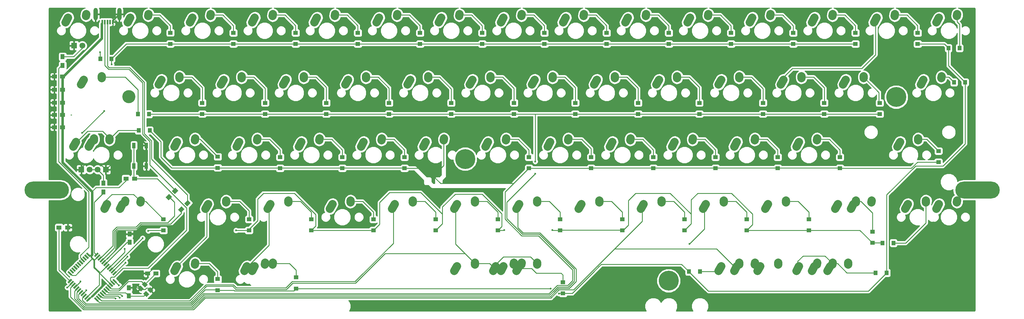
<source format=gbl>
G04 #@! TF.FileFunction,Copper,L2,Bot,Signal*
%FSLAX46Y46*%
G04 Gerber Fmt 4.6, Leading zero omitted, Abs format (unit mm)*
G04 Created by KiCad (PCBNEW 4.0.5+dfsg1-4) date Wed May 24 11:15:47 2017*
%MOMM*%
%LPD*%
G01*
G04 APERTURE LIST*
%ADD10C,0.100000*%
%ADD11R,1.500000X1.250000*%
%ADD12R,1.250000X1.500000*%
%ADD13R,1.500000X1.300000*%
%ADD14R,1.000000X1.700000*%
%ADD15O,13.600000X5.200000*%
%ADD16C,4.000000*%
%ADD17C,6.100000*%
%ADD18R,1.800000X1.800000*%
%ADD19C,1.800000*%
%ADD20R,1.300000X1.500000*%
%ADD21C,2.500000*%
%ADD22R,0.500000X1.400000*%
%ADD23O,1.300000X3.800000*%
%ADD24R,1.200000X1.400000*%
%ADD25R,1.400000X1.200000*%
%ADD26C,0.600000*%
%ADD27C,0.250000*%
%ADD28C,0.500000*%
%ADD29C,0.750000*%
%ADD30C,0.254000*%
G04 APERTURE END LIST*
D10*
G36*
X82137958Y-175116280D02*
X82526866Y-175505188D01*
X81466206Y-176565848D01*
X81077298Y-176176940D01*
X82137958Y-175116280D01*
X82137958Y-175116280D01*
G37*
G36*
X82703643Y-175681966D02*
X83092551Y-176070874D01*
X82031891Y-177131534D01*
X81642983Y-176742626D01*
X82703643Y-175681966D01*
X82703643Y-175681966D01*
G37*
G36*
X83269328Y-176247651D02*
X83658236Y-176636559D01*
X82597576Y-177697219D01*
X82208668Y-177308311D01*
X83269328Y-176247651D01*
X83269328Y-176247651D01*
G37*
G36*
X83835014Y-176813336D02*
X84223922Y-177202244D01*
X83163262Y-178262904D01*
X82774354Y-177873996D01*
X83835014Y-176813336D01*
X83835014Y-176813336D01*
G37*
G36*
X84400699Y-177379022D02*
X84789607Y-177767930D01*
X83728947Y-178828590D01*
X83340039Y-178439682D01*
X84400699Y-177379022D01*
X84400699Y-177379022D01*
G37*
G36*
X84966385Y-177944707D02*
X85355293Y-178333615D01*
X84294633Y-179394275D01*
X83905725Y-179005367D01*
X84966385Y-177944707D01*
X84966385Y-177944707D01*
G37*
G36*
X85532070Y-178510393D02*
X85920978Y-178899301D01*
X84860318Y-179959961D01*
X84471410Y-179571053D01*
X85532070Y-178510393D01*
X85532070Y-178510393D01*
G37*
G36*
X86097756Y-179076078D02*
X86486664Y-179464986D01*
X85426004Y-180525646D01*
X85037096Y-180136738D01*
X86097756Y-179076078D01*
X86097756Y-179076078D01*
G37*
G36*
X86663441Y-179641764D02*
X87052349Y-180030672D01*
X85991689Y-181091332D01*
X85602781Y-180702424D01*
X86663441Y-179641764D01*
X86663441Y-179641764D01*
G37*
G36*
X87229126Y-180207449D02*
X87618034Y-180596357D01*
X86557374Y-181657017D01*
X86168466Y-181268109D01*
X87229126Y-180207449D01*
X87229126Y-180207449D01*
G37*
G36*
X87794812Y-180773134D02*
X88183720Y-181162042D01*
X87123060Y-182222702D01*
X86734152Y-181833794D01*
X87794812Y-180773134D01*
X87794812Y-180773134D01*
G37*
G36*
X88183720Y-184237958D02*
X87794812Y-184626866D01*
X86734152Y-183566206D01*
X87123060Y-183177298D01*
X88183720Y-184237958D01*
X88183720Y-184237958D01*
G37*
G36*
X87618034Y-184803643D02*
X87229126Y-185192551D01*
X86168466Y-184131891D01*
X86557374Y-183742983D01*
X87618034Y-184803643D01*
X87618034Y-184803643D01*
G37*
G36*
X87052349Y-185369328D02*
X86663441Y-185758236D01*
X85602781Y-184697576D01*
X85991689Y-184308668D01*
X87052349Y-185369328D01*
X87052349Y-185369328D01*
G37*
G36*
X86486664Y-185935014D02*
X86097756Y-186323922D01*
X85037096Y-185263262D01*
X85426004Y-184874354D01*
X86486664Y-185935014D01*
X86486664Y-185935014D01*
G37*
G36*
X85920978Y-186500699D02*
X85532070Y-186889607D01*
X84471410Y-185828947D01*
X84860318Y-185440039D01*
X85920978Y-186500699D01*
X85920978Y-186500699D01*
G37*
G36*
X85355293Y-187066385D02*
X84966385Y-187455293D01*
X83905725Y-186394633D01*
X84294633Y-186005725D01*
X85355293Y-187066385D01*
X85355293Y-187066385D01*
G37*
G36*
X84789607Y-187632070D02*
X84400699Y-188020978D01*
X83340039Y-186960318D01*
X83728947Y-186571410D01*
X84789607Y-187632070D01*
X84789607Y-187632070D01*
G37*
G36*
X84223922Y-188197756D02*
X83835014Y-188586664D01*
X82774354Y-187526004D01*
X83163262Y-187137096D01*
X84223922Y-188197756D01*
X84223922Y-188197756D01*
G37*
G36*
X83658236Y-188763441D02*
X83269328Y-189152349D01*
X82208668Y-188091689D01*
X82597576Y-187702781D01*
X83658236Y-188763441D01*
X83658236Y-188763441D01*
G37*
G36*
X83092551Y-189329126D02*
X82703643Y-189718034D01*
X81642983Y-188657374D01*
X82031891Y-188268466D01*
X83092551Y-189329126D01*
X83092551Y-189329126D01*
G37*
G36*
X82526866Y-189894812D02*
X82137958Y-190283720D01*
X81077298Y-189223060D01*
X81466206Y-188834152D01*
X82526866Y-189894812D01*
X82526866Y-189894812D01*
G37*
G36*
X79733794Y-188834152D02*
X80122702Y-189223060D01*
X79062042Y-190283720D01*
X78673134Y-189894812D01*
X79733794Y-188834152D01*
X79733794Y-188834152D01*
G37*
G36*
X79168109Y-188268466D02*
X79557017Y-188657374D01*
X78496357Y-189718034D01*
X78107449Y-189329126D01*
X79168109Y-188268466D01*
X79168109Y-188268466D01*
G37*
G36*
X78602424Y-187702781D02*
X78991332Y-188091689D01*
X77930672Y-189152349D01*
X77541764Y-188763441D01*
X78602424Y-187702781D01*
X78602424Y-187702781D01*
G37*
G36*
X78036738Y-187137096D02*
X78425646Y-187526004D01*
X77364986Y-188586664D01*
X76976078Y-188197756D01*
X78036738Y-187137096D01*
X78036738Y-187137096D01*
G37*
G36*
X77471053Y-186571410D02*
X77859961Y-186960318D01*
X76799301Y-188020978D01*
X76410393Y-187632070D01*
X77471053Y-186571410D01*
X77471053Y-186571410D01*
G37*
G36*
X76905367Y-186005725D02*
X77294275Y-186394633D01*
X76233615Y-187455293D01*
X75844707Y-187066385D01*
X76905367Y-186005725D01*
X76905367Y-186005725D01*
G37*
G36*
X76339682Y-185440039D02*
X76728590Y-185828947D01*
X75667930Y-186889607D01*
X75279022Y-186500699D01*
X76339682Y-185440039D01*
X76339682Y-185440039D01*
G37*
G36*
X75773996Y-184874354D02*
X76162904Y-185263262D01*
X75102244Y-186323922D01*
X74713336Y-185935014D01*
X75773996Y-184874354D01*
X75773996Y-184874354D01*
G37*
G36*
X75208311Y-184308668D02*
X75597219Y-184697576D01*
X74536559Y-185758236D01*
X74147651Y-185369328D01*
X75208311Y-184308668D01*
X75208311Y-184308668D01*
G37*
G36*
X74642626Y-183742983D02*
X75031534Y-184131891D01*
X73970874Y-185192551D01*
X73581966Y-184803643D01*
X74642626Y-183742983D01*
X74642626Y-183742983D01*
G37*
G36*
X74076940Y-183177298D02*
X74465848Y-183566206D01*
X73405188Y-184626866D01*
X73016280Y-184237958D01*
X74076940Y-183177298D01*
X74076940Y-183177298D01*
G37*
G36*
X74465848Y-181833794D02*
X74076940Y-182222702D01*
X73016280Y-181162042D01*
X73405188Y-180773134D01*
X74465848Y-181833794D01*
X74465848Y-181833794D01*
G37*
G36*
X75031534Y-181268109D02*
X74642626Y-181657017D01*
X73581966Y-180596357D01*
X73970874Y-180207449D01*
X75031534Y-181268109D01*
X75031534Y-181268109D01*
G37*
G36*
X75597219Y-180702424D02*
X75208311Y-181091332D01*
X74147651Y-180030672D01*
X74536559Y-179641764D01*
X75597219Y-180702424D01*
X75597219Y-180702424D01*
G37*
G36*
X76162904Y-180136738D02*
X75773996Y-180525646D01*
X74713336Y-179464986D01*
X75102244Y-179076078D01*
X76162904Y-180136738D01*
X76162904Y-180136738D01*
G37*
G36*
X76728590Y-179571053D02*
X76339682Y-179959961D01*
X75279022Y-178899301D01*
X75667930Y-178510393D01*
X76728590Y-179571053D01*
X76728590Y-179571053D01*
G37*
G36*
X77294275Y-179005367D02*
X76905367Y-179394275D01*
X75844707Y-178333615D01*
X76233615Y-177944707D01*
X77294275Y-179005367D01*
X77294275Y-179005367D01*
G37*
G36*
X77859961Y-178439682D02*
X77471053Y-178828590D01*
X76410393Y-177767930D01*
X76799301Y-177379022D01*
X77859961Y-178439682D01*
X77859961Y-178439682D01*
G37*
G36*
X78425646Y-177873996D02*
X78036738Y-178262904D01*
X76976078Y-177202244D01*
X77364986Y-176813336D01*
X78425646Y-177873996D01*
X78425646Y-177873996D01*
G37*
G36*
X78991332Y-177308311D02*
X78602424Y-177697219D01*
X77541764Y-176636559D01*
X77930672Y-176247651D01*
X78991332Y-177308311D01*
X78991332Y-177308311D01*
G37*
G36*
X79557017Y-176742626D02*
X79168109Y-177131534D01*
X78107449Y-176070874D01*
X78496357Y-175681966D01*
X79557017Y-176742626D01*
X79557017Y-176742626D01*
G37*
G36*
X80122702Y-176176940D02*
X79733794Y-176565848D01*
X78673134Y-175505188D01*
X79062042Y-175116280D01*
X80122702Y-176176940D01*
X80122702Y-176176940D01*
G37*
D11*
X100050000Y-181550000D03*
X97550000Y-181550000D03*
D12*
X91750000Y-188450000D03*
X91750000Y-185950000D03*
D11*
X71500000Y-136750000D03*
X69000000Y-136750000D03*
X71500000Y-133000000D03*
X69000000Y-133000000D03*
X71500000Y-129250000D03*
X69000000Y-129250000D03*
X71500000Y-125250000D03*
X69000000Y-125250000D03*
X71500000Y-121250000D03*
X69000000Y-121250000D03*
D12*
X92000000Y-172000000D03*
X92000000Y-169500000D03*
D13*
X90900000Y-152500000D03*
X93600000Y-152500000D03*
X70400000Y-167500000D03*
X73100000Y-167500000D03*
D10*
G36*
X103974695Y-159144543D02*
X103055457Y-158225305D01*
X104116117Y-157164645D01*
X105035355Y-158083883D01*
X103974695Y-159144543D01*
X103974695Y-159144543D01*
G37*
G36*
X105883883Y-157235355D02*
X104964645Y-156316117D01*
X106025305Y-155255457D01*
X106944543Y-156174695D01*
X105883883Y-157235355D01*
X105883883Y-157235355D01*
G37*
G36*
X109825305Y-159055457D02*
X110744543Y-159974695D01*
X109683883Y-161035355D01*
X108764645Y-160116117D01*
X109825305Y-159055457D01*
X109825305Y-159055457D01*
G37*
G36*
X107916117Y-160964645D02*
X108835355Y-161883883D01*
X107774695Y-162944543D01*
X106855457Y-162025305D01*
X107916117Y-160964645D01*
X107916117Y-160964645D01*
G37*
D14*
X97150000Y-148650000D03*
X97150000Y-142350000D03*
X93350000Y-148650000D03*
X93350000Y-142350000D03*
D15*
X66600000Y-156000000D03*
X351700000Y-156000000D03*
D16*
X91800000Y-127400000D03*
D17*
X326800000Y-127500000D03*
X257100000Y-183800000D03*
X194800000Y-146500000D03*
D10*
G36*
X94531192Y-186081802D02*
X95379720Y-185233274D01*
X96369670Y-186223224D01*
X95521142Y-187071752D01*
X94531192Y-186081802D01*
X94531192Y-186081802D01*
G37*
G36*
X96228248Y-187778858D02*
X97076776Y-186930330D01*
X98066726Y-187920280D01*
X97218198Y-188768808D01*
X96228248Y-187778858D01*
X96228248Y-187778858D01*
G37*
G36*
X95733274Y-184879720D02*
X96581802Y-184031192D01*
X97571752Y-185021142D01*
X96723224Y-185869670D01*
X95733274Y-184879720D01*
X95733274Y-184879720D01*
G37*
G36*
X97430330Y-186576776D02*
X98278858Y-185728248D01*
X99268808Y-186718198D01*
X98420280Y-187566726D01*
X97430330Y-186576776D01*
X97430330Y-186576776D01*
G37*
D18*
X75000000Y-111750000D03*
D19*
X77540000Y-111750000D03*
D18*
X77250000Y-149750000D03*
D19*
X79790000Y-149750000D03*
D20*
X71500000Y-117850000D03*
X71500000Y-115150000D03*
X84000000Y-156600000D03*
X84000000Y-153900000D03*
D18*
X84750000Y-149750000D03*
D19*
X82210000Y-149750000D03*
D21*
X75581703Y-141256296D02*
X74770797Y-142716204D01*
X81120974Y-140176922D02*
X81081526Y-140755578D01*
D22*
X83650000Y-104500000D03*
X84450000Y-104500000D03*
X85250000Y-104500000D03*
X86050000Y-104500000D03*
X86850000Y-104500000D03*
D23*
X81600000Y-102100000D03*
X88900000Y-102100000D03*
D21*
X297037953Y-179356296D02*
X296227047Y-180816204D01*
X302577224Y-178276922D02*
X302537776Y-178855578D01*
X306562953Y-179356296D02*
X305752047Y-180816204D01*
X312102224Y-178276922D02*
X312062776Y-178855578D01*
X320850453Y-103156296D02*
X320039547Y-104616204D01*
X326389724Y-102076922D02*
X326350276Y-102655578D01*
X73200453Y-103156296D02*
X72389547Y-104616204D01*
X78739724Y-102076922D02*
X78700276Y-102655578D01*
X111300453Y-103156296D02*
X110489547Y-104616204D01*
X116839724Y-102076922D02*
X116800276Y-102655578D01*
X130350453Y-103156296D02*
X129539547Y-104616204D01*
X135889724Y-102076922D02*
X135850276Y-102655578D01*
X149400453Y-103156296D02*
X148589547Y-104616204D01*
X154939724Y-102076922D02*
X154900276Y-102655578D01*
X168450453Y-103156296D02*
X167639547Y-104616204D01*
X173989724Y-102076922D02*
X173950276Y-102655578D01*
X187500453Y-103156296D02*
X186689547Y-104616204D01*
X193039724Y-102076922D02*
X193000276Y-102655578D01*
X206550453Y-103156296D02*
X205739547Y-104616204D01*
X212089724Y-102076922D02*
X212050276Y-102655578D01*
X225600453Y-103156296D02*
X224789547Y-104616204D01*
X231139724Y-102076922D02*
X231100276Y-102655578D01*
X244650453Y-103156296D02*
X243839547Y-104616204D01*
X250189724Y-102076922D02*
X250150276Y-102655578D01*
X263700453Y-103156296D02*
X262889547Y-104616204D01*
X269239724Y-102076922D02*
X269200276Y-102655578D01*
X282750453Y-103156296D02*
X281939547Y-104616204D01*
X288289724Y-102076922D02*
X288250276Y-102655578D01*
X301800453Y-103156296D02*
X300989547Y-104616204D01*
X307339724Y-102076922D02*
X307300276Y-102655578D01*
X101775453Y-122206296D02*
X100964547Y-123666204D01*
X107314724Y-121126922D02*
X107275276Y-121705578D01*
X120825453Y-122206296D02*
X120014547Y-123666204D01*
X126364724Y-121126922D02*
X126325276Y-121705578D01*
X139875453Y-122206296D02*
X139064547Y-123666204D01*
X145414724Y-121126922D02*
X145375276Y-121705578D01*
X158925453Y-122206296D02*
X158114547Y-123666204D01*
X164464724Y-121126922D02*
X164425276Y-121705578D01*
X177975453Y-122206296D02*
X177164547Y-123666204D01*
X183514724Y-121126922D02*
X183475276Y-121705578D01*
X197025453Y-122206296D02*
X196214547Y-123666204D01*
X202564724Y-121126922D02*
X202525276Y-121705578D01*
X216075453Y-122206296D02*
X215264547Y-123666204D01*
X221614724Y-121126922D02*
X221575276Y-121705578D01*
X235125453Y-122206296D02*
X234314547Y-123666204D01*
X240664724Y-121126922D02*
X240625276Y-121705578D01*
X254175453Y-122206296D02*
X253364547Y-123666204D01*
X259714724Y-121126922D02*
X259675276Y-121705578D01*
X273225453Y-122206296D02*
X272414547Y-123666204D01*
X278764724Y-121126922D02*
X278725276Y-121705578D01*
X292275453Y-122206296D02*
X291464547Y-123666204D01*
X297814724Y-121126922D02*
X297775276Y-121705578D01*
X311325453Y-122206296D02*
X310514547Y-123666204D01*
X316864724Y-121126922D02*
X316825276Y-121705578D01*
X106537953Y-141256296D02*
X105727047Y-142716204D01*
X112077224Y-140176922D02*
X112037776Y-140755578D01*
X125587953Y-141256296D02*
X124777047Y-142716204D01*
X131127224Y-140176922D02*
X131087776Y-140755578D01*
X144637953Y-141256296D02*
X143827047Y-142716204D01*
X150177224Y-140176922D02*
X150137776Y-140755578D01*
X163687953Y-141256296D02*
X162877047Y-142716204D01*
X169227224Y-140176922D02*
X169187776Y-140755578D01*
X182737953Y-141256296D02*
X181927047Y-142716204D01*
X188277224Y-140176922D02*
X188237776Y-140755578D01*
X201787953Y-141256296D02*
X200977047Y-142716204D01*
X207327224Y-140176922D02*
X207287776Y-140755578D01*
X220837953Y-141256296D02*
X220027047Y-142716204D01*
X226377224Y-140176922D02*
X226337776Y-140755578D01*
X239887953Y-141256296D02*
X239077047Y-142716204D01*
X245427224Y-140176922D02*
X245387776Y-140755578D01*
X258937953Y-141256296D02*
X258127047Y-142716204D01*
X264477224Y-140176922D02*
X264437776Y-140755578D01*
X277987953Y-141256296D02*
X277177047Y-142716204D01*
X283527224Y-140176922D02*
X283487776Y-140755578D01*
X297037953Y-141256296D02*
X296227047Y-142716204D01*
X302577224Y-140176922D02*
X302537776Y-140755578D01*
X116062953Y-160306296D02*
X115252047Y-161766204D01*
X121602224Y-159226922D02*
X121562776Y-159805578D01*
X135112953Y-160306296D02*
X134302047Y-161766204D01*
X140652224Y-159226922D02*
X140612776Y-159805578D01*
X154162953Y-160306296D02*
X153352047Y-161766204D01*
X159702224Y-159226922D02*
X159662776Y-159805578D01*
X173212953Y-160306296D02*
X172402047Y-161766204D01*
X178752224Y-159226922D02*
X178712776Y-159805578D01*
X192262953Y-160306296D02*
X191452047Y-161766204D01*
X197802224Y-159226922D02*
X197762776Y-159805578D01*
X211312953Y-160306296D02*
X210502047Y-161766204D01*
X216852224Y-159226922D02*
X216812776Y-159805578D01*
X230362953Y-160306296D02*
X229552047Y-161766204D01*
X235902224Y-159226922D02*
X235862776Y-159805578D01*
X249412953Y-160306296D02*
X248602047Y-161766204D01*
X254952224Y-159226922D02*
X254912776Y-159805578D01*
X268462953Y-160306296D02*
X267652047Y-161766204D01*
X274002224Y-159226922D02*
X273962776Y-159805578D01*
X287512953Y-160306296D02*
X286702047Y-161766204D01*
X293052224Y-159226922D02*
X293012776Y-159805578D01*
X330375453Y-160306296D02*
X329564547Y-161766204D01*
X335914724Y-159226922D02*
X335875276Y-159805578D01*
X106537953Y-179356296D02*
X105727047Y-180816204D01*
X112077224Y-178276922D02*
X112037776Y-178855578D01*
X301800453Y-179356296D02*
X300989547Y-180816204D01*
X307339724Y-178276922D02*
X307300276Y-178855578D01*
X339900453Y-103156296D02*
X339089547Y-104616204D01*
X345439724Y-102076922D02*
X345400276Y-102655578D01*
X92250453Y-103156296D02*
X91439547Y-104616204D01*
X97789724Y-102076922D02*
X97750276Y-102655578D01*
X80344203Y-141256296D02*
X79533297Y-142716204D01*
X85883474Y-140176922D02*
X85844026Y-140755578D01*
X89869203Y-160306296D02*
X89058297Y-161766204D01*
X95408474Y-159226922D02*
X95369026Y-159805578D01*
X308944203Y-160306296D02*
X308133297Y-161766204D01*
X314483474Y-159226922D02*
X314444026Y-159805578D01*
X285131703Y-179356296D02*
X284320797Y-180816204D01*
X290670974Y-178276922D02*
X290631526Y-178855578D01*
X127969203Y-179356296D02*
X127158297Y-180816204D01*
X133508474Y-178276922D02*
X133469026Y-178855578D01*
X77962953Y-122206296D02*
X77152047Y-123666204D01*
X83502224Y-121126922D02*
X83462776Y-121705578D01*
X130350453Y-179356296D02*
X129539547Y-180816204D01*
X135889724Y-178276922D02*
X135850276Y-178855578D01*
X277987953Y-179356296D02*
X277177047Y-180816204D01*
X283527224Y-178276922D02*
X283487776Y-178855578D01*
X335137953Y-122206296D02*
X334327047Y-123666204D01*
X340677224Y-121126922D02*
X340637776Y-121705578D01*
X273225453Y-179356296D02*
X272414547Y-180816204D01*
X278764724Y-178276922D02*
X278725276Y-178855578D01*
X211312953Y-179356296D02*
X210502047Y-180816204D01*
X216852224Y-178276922D02*
X216812776Y-178855578D01*
X206550453Y-179356296D02*
X205739547Y-180816204D01*
X212089724Y-178276922D02*
X212050276Y-178855578D01*
X204169203Y-179356296D02*
X203358297Y-180816204D01*
X209708474Y-178276922D02*
X209669026Y-178855578D01*
X327994203Y-141256296D02*
X327183297Y-142716204D01*
X333533474Y-140176922D02*
X333494026Y-140755578D01*
D24*
X344500000Y-123000000D03*
X347900000Y-123000000D03*
D25*
X333375000Y-107837500D03*
X333375000Y-111237500D03*
D24*
X346200000Y-112500000D03*
X342800000Y-112500000D03*
X320500000Y-181400000D03*
X323900000Y-181400000D03*
X266700000Y-181000000D03*
X263300000Y-181000000D03*
D25*
X224750000Y-184300000D03*
X224750000Y-187700000D03*
X143000000Y-182800000D03*
X143000000Y-186200000D03*
X119000000Y-183300000D03*
X119000000Y-186700000D03*
D24*
X325950000Y-172250000D03*
X322550000Y-172250000D03*
D25*
X319500000Y-168800000D03*
X319500000Y-172200000D03*
X300037500Y-164987500D03*
X300037500Y-168387500D03*
X280987500Y-164987500D03*
X280987500Y-168387500D03*
X261937500Y-164987500D03*
X261937500Y-168387500D03*
X242887500Y-164987500D03*
X242887500Y-168387500D03*
X223837500Y-164987500D03*
X223837500Y-168387500D03*
X204787500Y-164987500D03*
X204787500Y-168387500D03*
X185737500Y-164987500D03*
X185737500Y-168387500D03*
X166687500Y-164987500D03*
X166687500Y-168387500D03*
X147637500Y-164987500D03*
X147637500Y-168387500D03*
X128587500Y-164987500D03*
X128587500Y-168387500D03*
X102393750Y-164987500D03*
X102393750Y-168387500D03*
X339750000Y-144050000D03*
X339750000Y-147450000D03*
X309562500Y-145937500D03*
X309562500Y-149337500D03*
X290512500Y-145937500D03*
X290512500Y-149337500D03*
X271462500Y-145937500D03*
X271462500Y-149337500D03*
X252412500Y-145937500D03*
X252412500Y-149337500D03*
X233362500Y-145937500D03*
X233362500Y-149337500D03*
X214312500Y-145937500D03*
X214312500Y-149337500D03*
D24*
X186700000Y-150000000D03*
X183300000Y-150000000D03*
D25*
X176212500Y-145937500D03*
X176212500Y-149337500D03*
X157162500Y-145937500D03*
X157162500Y-149337500D03*
X138112500Y-145937500D03*
X138112500Y-149337500D03*
X119000000Y-145800000D03*
X119000000Y-149200000D03*
D24*
X94800000Y-137750000D03*
X98200000Y-137750000D03*
D25*
X321750000Y-129300000D03*
X321750000Y-132700000D03*
X304750000Y-129300000D03*
X304750000Y-132700000D03*
X286000000Y-129300000D03*
X286000000Y-132700000D03*
X266500000Y-129300000D03*
X266500000Y-132700000D03*
X247750000Y-129300000D03*
X247750000Y-132700000D03*
X228500000Y-129300000D03*
X228500000Y-132700000D03*
X209750000Y-129300000D03*
X209750000Y-132700000D03*
X190500000Y-129300000D03*
X190500000Y-132700000D03*
X171500000Y-129300000D03*
X171500000Y-132700000D03*
X152250000Y-129300000D03*
X152250000Y-132700000D03*
X133500000Y-129300000D03*
X133500000Y-132700000D03*
X114250000Y-129300000D03*
X114250000Y-132700000D03*
D24*
X94550000Y-132750000D03*
X97950000Y-132750000D03*
D25*
X314325000Y-107837500D03*
X314325000Y-111237500D03*
X295275000Y-107837500D03*
X295275000Y-111237500D03*
X276225000Y-107837500D03*
X276225000Y-111237500D03*
X257175000Y-107837500D03*
X257175000Y-111237500D03*
X238125000Y-107837500D03*
X238125000Y-111237500D03*
X219075000Y-107837500D03*
X219075000Y-111237500D03*
X200025000Y-107837500D03*
X200025000Y-111237500D03*
X161925000Y-107837500D03*
X161925000Y-111237500D03*
X142875000Y-107837500D03*
X142875000Y-111237500D03*
X123825000Y-107837500D03*
X123825000Y-111237500D03*
X104500000Y-107800000D03*
X104500000Y-111200000D03*
D24*
X83050000Y-115750000D03*
X86450000Y-115750000D03*
D25*
X180975000Y-107837500D03*
X180975000Y-111237500D03*
D21*
X85106703Y-160306296D02*
X84295797Y-161766204D01*
X90645974Y-159226922D02*
X90606526Y-159805578D01*
X339900453Y-160306296D02*
X339089547Y-161766204D01*
X345439724Y-159226922D02*
X345400276Y-159805578D01*
X313706703Y-160306296D02*
X312895797Y-161766204D01*
X319245974Y-159226922D02*
X319206526Y-159805578D01*
X192262953Y-179356296D02*
X191452047Y-180816204D01*
X197802224Y-178276922D02*
X197762776Y-178855578D01*
D26*
X107500000Y-165000000D03*
X110750000Y-165000000D03*
X92750000Y-140250000D03*
X83000000Y-113750000D03*
X86500000Y-117500000D03*
X84250000Y-131750000D03*
X77000000Y-184000000D03*
X77500000Y-138500000D03*
X216250000Y-147250000D03*
X216250000Y-151000000D03*
X78750000Y-186750000D03*
X97750000Y-168500000D03*
X221500000Y-168250000D03*
X206750000Y-168250000D03*
X124600000Y-168400000D03*
X223500000Y-187750000D03*
X221000000Y-186200000D03*
X90500000Y-174000000D03*
X90750000Y-178250000D03*
X106132500Y-180086250D03*
X91350000Y-176450000D03*
X96000000Y-170750000D03*
X88750000Y-185200000D03*
X263500000Y-172500000D03*
X72900000Y-185900000D03*
X89750000Y-188500000D03*
X89000000Y-189000000D03*
X87750000Y-189250000D03*
D27*
X74250000Y-133000000D02*
X74000000Y-133000000D01*
X74000000Y-133000000D02*
X74250000Y-133000000D01*
X87950000Y-186950000D02*
X88750000Y-186950000D01*
X85950000Y-186950000D02*
X87950000Y-186950000D01*
X85196194Y-186196194D02*
X85950000Y-186950000D01*
X95681371Y-184050000D02*
X96687868Y-185056497D01*
X91650000Y-184050000D02*
X95681371Y-184050000D01*
X88750000Y-186950000D02*
X91650000Y-184050000D01*
X96687868Y-185056497D02*
X96687868Y-184912132D01*
X96687868Y-184912132D02*
X100050000Y-181550000D01*
X85196194Y-186164823D02*
X85196194Y-186196194D01*
X96131371Y-184500000D02*
X96687868Y-185056497D01*
X96231497Y-184787868D02*
X96231497Y-184881497D01*
D28*
X105474996Y-167025004D02*
X107500000Y-165000000D01*
X105474996Y-167025004D02*
X105000000Y-167025004D01*
D27*
X87750000Y-168950000D02*
X87750000Y-174418629D01*
X88350000Y-168350000D02*
X87750000Y-168950000D01*
X89000000Y-168350000D02*
X88350000Y-168350000D01*
X91000000Y-168350000D02*
X89000000Y-168350000D01*
X89000000Y-168350000D02*
X94474572Y-168350000D01*
D28*
X86850000Y-104500000D02*
X86850000Y-104150000D01*
X86850000Y-104150000D02*
X88900000Y-102100000D01*
D27*
X94474572Y-168350000D02*
X94500000Y-168324572D01*
X94500000Y-168324572D02*
X94500000Y-168250000D01*
X94500000Y-168250000D02*
X94500000Y-168324572D01*
X97550000Y-181550000D02*
X97700000Y-181550000D01*
X97700000Y-181550000D02*
X99750000Y-179500000D01*
D28*
X92050000Y-169400000D02*
X93424572Y-169400000D01*
X93424572Y-169400000D02*
X94500000Y-168324572D01*
X95799568Y-167025004D02*
X105000000Y-167025004D01*
X94500000Y-168324572D02*
X95799568Y-167025004D01*
X105000000Y-167025004D02*
X105224996Y-167025004D01*
D27*
X87500000Y-186350000D02*
X88713602Y-186350000D01*
X93513602Y-181550000D02*
X97550000Y-181550000D01*
X88713602Y-186350000D02*
X93513602Y-181550000D01*
X79397918Y-189558936D02*
X79441064Y-189558936D01*
X79441064Y-189558936D02*
X84350000Y-184650000D01*
X84350000Y-184650000D02*
X84812742Y-184650000D01*
X84812742Y-184650000D02*
X85761880Y-185599138D01*
X85761880Y-185599138D02*
X85799138Y-185599138D01*
X85799138Y-185599138D02*
X86550000Y-186350000D01*
X86550000Y-186350000D02*
X87500000Y-186350000D01*
X87750000Y-174418629D02*
X84064823Y-178103806D01*
X91400000Y-186000000D02*
X95368629Y-186000000D01*
X95368629Y-186000000D02*
X95556497Y-186187868D01*
X95556497Y-186187868D02*
X95687868Y-186187868D01*
X95687868Y-186187868D02*
X95950000Y-186450000D01*
X95950000Y-186450000D02*
X96750000Y-186450000D01*
X96750000Y-186450000D02*
X97150000Y-186050000D01*
X97150000Y-186050000D02*
X97681371Y-186050000D01*
X97681371Y-186050000D02*
X98243503Y-186612132D01*
D28*
X97150000Y-142350000D02*
X97150000Y-142150000D01*
X97150000Y-142150000D02*
X95250000Y-140250000D01*
X95250000Y-140250000D02*
X92750000Y-140250000D01*
D29*
X81600000Y-102100000D02*
X81600000Y-103150000D01*
D27*
X68750000Y-121250000D02*
X68500000Y-121250000D01*
X68500000Y-121250000D02*
X68750000Y-121250000D01*
D29*
X81600000Y-102100000D02*
X81600000Y-101350000D01*
D27*
X92750000Y-140250000D02*
X91000000Y-140250000D01*
X91000000Y-140250000D02*
X86500000Y-144750000D01*
X86500000Y-144750000D02*
X86500000Y-148000000D01*
X86500000Y-148000000D02*
X84750000Y-149750000D01*
D28*
X97150000Y-142350000D02*
X97150000Y-148650000D01*
D27*
X75000000Y-111750000D02*
X74850000Y-111750000D01*
X88500000Y-102100000D02*
X88700000Y-102100000D01*
X75000000Y-111750000D02*
X74825000Y-111750000D01*
X97150000Y-148650000D02*
X97150000Y-149013602D01*
X96750000Y-141950000D02*
X97150000Y-142350000D01*
X97100000Y-142350000D02*
X97150000Y-142350000D01*
X77250000Y-149750000D02*
X77250000Y-149250000D01*
X77250000Y-149250000D02*
X78250000Y-148250000D01*
X83250000Y-148250000D02*
X84750000Y-149750000D01*
X78250000Y-148250000D02*
X83250000Y-148250000D01*
X97150000Y-148650000D02*
X97150000Y-148950000D01*
X87500000Y-187500000D02*
X90800000Y-187500000D01*
X90800000Y-187500000D02*
X91750000Y-188450000D01*
X91400000Y-188500000D02*
X96355635Y-188500000D01*
X96355635Y-188500000D02*
X97112132Y-187743503D01*
X84630509Y-186730509D02*
X84730511Y-186730509D01*
X84730511Y-186730509D02*
X85500002Y-187500000D01*
X85500002Y-187500000D02*
X87500000Y-187500000D01*
X87500000Y-187500000D02*
X87600000Y-187500000D01*
D29*
X82750000Y-110250000D02*
X83500000Y-109500000D01*
X83500000Y-109500000D02*
X83500000Y-105000000D01*
X71500000Y-121250000D02*
X71750000Y-121250000D01*
X71750000Y-121250000D02*
X82750000Y-110250000D01*
X82750000Y-110250000D02*
X83000000Y-110000000D01*
D27*
X80500000Y-156510048D02*
X80500000Y-156500000D01*
X81750000Y-155250000D02*
X82250000Y-155250000D01*
X80500000Y-156500000D02*
X81750000Y-155250000D01*
D29*
X71500000Y-147375000D02*
X71500000Y-147510048D01*
X71500000Y-136750000D02*
X71500000Y-147250000D01*
X71500000Y-147250000D02*
X71500000Y-147375000D01*
X80500000Y-156510048D02*
X80500000Y-173500000D01*
X71500000Y-147510048D02*
X80500000Y-156510048D01*
D27*
X83000000Y-155250000D02*
X82250000Y-155250000D01*
X90900000Y-153100000D02*
X88750000Y-155250000D01*
X88750000Y-155250000D02*
X83150000Y-155250000D01*
X83150000Y-155250000D02*
X83000000Y-155250000D01*
X79397918Y-175841064D02*
X79591064Y-175841064D01*
X79591064Y-175841064D02*
X80350000Y-176600000D01*
X80350000Y-176600000D02*
X80350000Y-176700000D01*
D29*
X80500000Y-173500000D02*
X80500000Y-175800000D01*
X80500000Y-175800000D02*
X80350000Y-175950000D01*
D28*
X80350000Y-175950000D02*
X80350000Y-176700000D01*
X80350000Y-176700000D02*
X80350000Y-176700000D01*
X80350000Y-176700000D02*
X80650000Y-177000000D01*
D29*
X80500000Y-173500000D02*
X80500000Y-173700000D01*
D27*
X82700000Y-181250000D02*
X82700000Y-185100000D01*
X81900000Y-185900000D02*
X78832233Y-188967767D01*
X82700000Y-185100000D02*
X81900000Y-185900000D01*
D28*
X81225000Y-177525000D02*
X81225000Y-179775000D01*
X81225000Y-179775000D02*
X82700000Y-181250000D01*
D27*
X85196194Y-179235177D02*
X85164823Y-179235177D01*
X85164823Y-179235177D02*
X83150000Y-181250000D01*
X83150000Y-181250000D02*
X82700000Y-181250000D01*
X82700000Y-181250000D02*
X82550000Y-181250000D01*
X86327565Y-185033452D02*
X86327565Y-185027565D01*
X86327565Y-185027565D02*
X82550000Y-181250000D01*
X75500000Y-182150000D02*
X74400000Y-182150000D01*
X76150000Y-181500000D02*
X80650000Y-177000000D01*
X76150000Y-181500000D02*
X75500000Y-182150000D01*
X73747918Y-181497918D02*
X74400000Y-182150000D01*
X82367767Y-176406750D02*
X82343250Y-176406750D01*
X82343250Y-176406750D02*
X81225000Y-177525000D01*
X81225000Y-177525000D02*
X81200000Y-177550000D01*
D28*
X80650000Y-177000000D02*
X81200000Y-177550000D01*
D27*
X78832233Y-188993250D02*
X78832233Y-188967767D01*
X73741064Y-181497918D02*
X73747918Y-181497918D01*
X90900000Y-152500000D02*
X90900000Y-153100000D01*
D29*
X71500000Y-125250000D02*
X71500000Y-121250000D01*
X71500000Y-129250000D02*
X71500000Y-125250000D01*
X71500000Y-133000000D02*
X71500000Y-129250000D01*
X71500000Y-136750000D02*
X71500000Y-133000000D01*
X71750000Y-137000000D02*
X71500000Y-136750000D01*
D27*
X92000000Y-172000000D02*
X91300000Y-172000000D01*
X91300000Y-172000000D02*
X84630509Y-178669491D01*
X89550000Y-173750000D02*
X84630509Y-178669491D01*
X83000000Y-114750000D02*
X83000000Y-113750000D01*
X83000000Y-114750000D02*
X83000000Y-115700000D01*
X83000000Y-115700000D02*
X83050000Y-115750000D01*
X295275000Y-111237500D02*
X314325000Y-111237500D01*
X86450000Y-115750000D02*
X86450000Y-117450000D01*
X86450000Y-117450000D02*
X86500000Y-117500000D01*
X104500000Y-111200000D02*
X91000000Y-111200000D01*
X91000000Y-111200000D02*
X86450000Y-115750000D01*
X75450862Y-185599138D02*
X77050000Y-184000000D01*
X77000000Y-184000000D02*
X77025000Y-184025000D01*
X77025000Y-184025000D02*
X77050000Y-184000000D01*
X77500000Y-138500000D02*
X84250000Y-131750000D01*
X75450862Y-185599138D02*
X75438120Y-185599138D01*
X295275000Y-111237500D02*
X295275000Y-110975000D01*
X238125000Y-111237500D02*
X257175000Y-111237500D01*
X219075000Y-111237500D02*
X238125000Y-111237500D01*
X200025000Y-111237500D02*
X219075000Y-111237500D01*
X180975000Y-111237500D02*
X200025000Y-111237500D01*
X161925000Y-111237500D02*
X180975000Y-111237500D01*
X142875000Y-111237500D02*
X161925000Y-111237500D01*
X123825000Y-111237500D02*
X142875000Y-111237500D01*
X276225000Y-111237500D02*
X257175000Y-111237500D01*
X295275000Y-111237500D02*
X276225000Y-111237500D01*
X104500000Y-111200000D02*
X123787500Y-111200000D01*
X123787500Y-111200000D02*
X123825000Y-111237500D01*
X104500000Y-111075000D02*
X104925000Y-111075000D01*
X123825000Y-111112500D02*
X123825000Y-110925000D01*
X180975000Y-111112500D02*
X181137500Y-111112500D01*
X200025000Y-111112500D02*
X200137500Y-111112500D01*
X104500000Y-107800000D02*
X104500000Y-105600000D01*
X101266250Y-102366250D02*
X104500000Y-105600000D01*
X101266250Y-102366250D02*
X97770000Y-102366250D01*
X123818750Y-105631250D02*
X123818750Y-107831250D01*
X123818750Y-107831250D02*
X123825000Y-107837500D01*
X116820000Y-102366250D02*
X120553750Y-102366250D01*
X120553750Y-102366250D02*
X123818750Y-105631250D01*
X123818750Y-105631250D02*
X123825000Y-105637500D01*
X142868750Y-105631250D02*
X142868750Y-107831250D01*
X142868750Y-107831250D02*
X142875000Y-107837500D01*
X135870000Y-102366250D02*
X139603750Y-102366250D01*
X139603750Y-102366250D02*
X142868750Y-105631250D01*
X142868750Y-105631250D02*
X142875000Y-105637500D01*
X161925000Y-107837500D02*
X161925000Y-105637500D01*
X158653750Y-102366250D02*
X161925000Y-105637500D01*
X158653750Y-102366250D02*
X154920000Y-102366250D01*
X180975000Y-107837500D02*
X180975000Y-105637500D01*
X177703750Y-102366250D02*
X180975000Y-105637500D01*
X177703750Y-102366250D02*
X173970000Y-102366250D01*
X200025000Y-107837500D02*
X200025000Y-105637500D01*
X196753750Y-102366250D02*
X200025000Y-105637500D01*
X196753750Y-102366250D02*
X193020000Y-102366250D01*
X219075000Y-107837500D02*
X219075000Y-105637500D01*
X215803750Y-102366250D02*
X219075000Y-105637500D01*
X215803750Y-102366250D02*
X212070000Y-102366250D01*
X238125000Y-107837500D02*
X238125000Y-105637500D01*
X234853750Y-102366250D02*
X238125000Y-105637500D01*
X234853750Y-102366250D02*
X231120000Y-102366250D01*
X257175000Y-107837500D02*
X257175000Y-105637500D01*
X253903750Y-102366250D02*
X257175000Y-105637500D01*
X253903750Y-102366250D02*
X250170000Y-102366250D01*
X276193750Y-105606250D02*
X276193750Y-107806250D01*
X276193750Y-107806250D02*
X276225000Y-107837500D01*
X269220000Y-102366250D02*
X272953750Y-102366250D01*
X272953750Y-102366250D02*
X276193750Y-105606250D01*
X276193750Y-105606250D02*
X276225000Y-105637500D01*
X295275000Y-107837500D02*
X295275000Y-105637500D01*
X292003750Y-102366250D02*
X295275000Y-105637500D01*
X292003750Y-102366250D02*
X288270000Y-102366250D01*
X314325000Y-107837500D02*
X314325000Y-105637500D01*
X311053750Y-102366250D02*
X314325000Y-105637500D01*
X311053750Y-102366250D02*
X307320000Y-102366250D01*
X83482500Y-121416250D02*
X90666250Y-121416250D01*
X94550000Y-125300000D02*
X94550000Y-132750000D01*
X90666250Y-121416250D02*
X94550000Y-125300000D01*
X220686396Y-188200002D02*
X221818199Y-187068199D01*
X114797794Y-188200002D02*
X112998898Y-189998898D01*
X143250000Y-188200002D02*
X114797794Y-188200002D01*
X207500000Y-164750000D02*
X212325000Y-169575000D01*
X212325000Y-169575000D02*
X217475000Y-169575000D01*
X217475000Y-169575000D02*
X228150000Y-180250000D01*
X228150000Y-180250000D02*
X228150000Y-183986398D01*
X228150000Y-183986398D02*
X226436396Y-185700002D01*
X226436396Y-185700002D02*
X223186396Y-185700002D01*
X223186396Y-185700002D02*
X221818199Y-187068199D01*
X216250000Y-151000000D02*
X215500000Y-151750000D01*
X207500000Y-159750000D02*
X207500000Y-160500000D01*
X207500000Y-160500000D02*
X207500000Y-160750000D01*
X215500000Y-151750000D02*
X207500000Y-159750000D01*
X207500000Y-160750000D02*
X207500000Y-164750000D01*
X76569491Y-186730509D02*
X75850000Y-187450000D01*
X75850000Y-189386398D02*
X75850000Y-187450000D01*
X78263606Y-191800004D02*
X75850000Y-189386398D01*
X111197792Y-191800004D02*
X78263606Y-191800004D01*
X112998898Y-189998898D02*
X111197792Y-191800004D01*
X143250000Y-188200002D02*
X220686396Y-188200002D01*
X216250000Y-147250000D02*
X216250000Y-139000000D01*
X216250000Y-139000000D02*
X216250000Y-132700000D01*
X216250000Y-132700000D02*
X216250000Y-132750000D01*
X216250000Y-132750000D02*
X216250000Y-132700000D01*
X304750000Y-132700000D02*
X321750000Y-132700000D01*
X286000000Y-132700000D02*
X304750000Y-132700000D01*
X266500000Y-132700000D02*
X286000000Y-132700000D01*
X247750000Y-132700000D02*
X266500000Y-132700000D01*
X228500000Y-132700000D02*
X247750000Y-132700000D01*
X209750000Y-132700000D02*
X216250000Y-132700000D01*
X216250000Y-132700000D02*
X228500000Y-132700000D01*
X190500000Y-132700000D02*
X209750000Y-132700000D01*
X171500000Y-132700000D02*
X190500000Y-132700000D01*
X152250000Y-132700000D02*
X171500000Y-132700000D01*
X133500000Y-132700000D02*
X152250000Y-132700000D01*
X114250000Y-132700000D02*
X133500000Y-132700000D01*
X111500000Y-132750000D02*
X114200000Y-132750000D01*
X114200000Y-132750000D02*
X114250000Y-132700000D01*
X97950000Y-132750000D02*
X111500000Y-132750000D01*
X111500000Y-132750000D02*
X111837500Y-132750000D01*
X114300000Y-126750000D02*
X114300000Y-129250000D01*
X114300000Y-129250000D02*
X114250000Y-129300000D01*
X114300000Y-126887500D02*
X114300000Y-126750000D01*
X114300000Y-126750000D02*
X114300000Y-124600000D01*
X111116250Y-121416250D02*
X107295000Y-121416250D01*
X114300000Y-124600000D02*
X111116250Y-121416250D01*
X133500000Y-129300000D02*
X133500000Y-124837500D01*
X130078750Y-121416250D02*
X126345000Y-121416250D01*
X133500000Y-124837500D02*
X130078750Y-121416250D01*
X152250000Y-129300000D02*
X152250000Y-124537500D01*
X149128750Y-121416250D02*
X145395000Y-121416250D01*
X152250000Y-124537500D02*
X149128750Y-121416250D01*
X171500000Y-129300000D02*
X171500000Y-124737500D01*
X168178750Y-121416250D02*
X164445000Y-121416250D01*
X171500000Y-124737500D02*
X168178750Y-121416250D01*
X190500000Y-129300000D02*
X190500000Y-125000000D01*
X186916250Y-121416250D02*
X183495000Y-121416250D01*
X190500000Y-125000000D02*
X186916250Y-121416250D01*
X209750000Y-129300000D02*
X209750000Y-124887500D01*
X209750000Y-124887500D02*
X206278750Y-121416250D01*
X206278750Y-121416250D02*
X202545000Y-121416250D01*
X228500000Y-129300000D02*
X228500000Y-124587500D01*
X228500000Y-124587500D02*
X225328750Y-121416250D01*
X225328750Y-121416250D02*
X221595000Y-121416250D01*
X244378750Y-121416250D02*
X247750000Y-124787500D01*
X247750000Y-124787500D02*
X247750000Y-129300000D01*
X244378750Y-121416250D02*
X244333750Y-121416250D01*
X244333750Y-121416250D02*
X244250000Y-121500000D01*
X244250000Y-121500000D02*
X244250000Y-121416250D01*
X244378750Y-121416250D02*
X244250000Y-121416250D01*
X244250000Y-121416250D02*
X240645000Y-121416250D01*
X266500000Y-129300000D02*
X266500000Y-124500000D01*
X266000000Y-124000000D02*
X266000000Y-123987500D01*
X266500000Y-124500000D02*
X266000000Y-124000000D01*
X263428750Y-121416250D02*
X266000000Y-123987500D01*
X263428750Y-121416250D02*
X259695000Y-121416250D01*
X286000000Y-129300000D02*
X286000000Y-124937500D01*
X286000000Y-124937500D02*
X285750000Y-124687500D01*
X282478750Y-121416250D02*
X285750000Y-124687500D01*
X282478750Y-121416250D02*
X278745000Y-121416250D01*
X304800000Y-126750000D02*
X304800000Y-129250000D01*
X304800000Y-129250000D02*
X304750000Y-129300000D01*
X304800000Y-126887500D02*
X304800000Y-126750000D01*
X304800000Y-126750000D02*
X304800000Y-124687500D01*
X301528750Y-121416250D02*
X304800000Y-124687500D01*
X301528750Y-121416250D02*
X297795000Y-121416250D01*
X321525000Y-128825000D02*
X321525000Y-126096250D01*
X321525000Y-126096250D02*
X316845000Y-121416250D01*
X94800000Y-137750000D02*
X92600000Y-137750000D01*
X88580000Y-137750000D02*
X85863750Y-140466250D01*
X92600000Y-137750000D02*
X88580000Y-137750000D01*
X85863750Y-140466250D02*
X85863750Y-140113750D01*
X85863750Y-140113750D02*
X83750000Y-138000000D01*
X79162500Y-138000000D02*
X75176250Y-141986250D01*
X83750000Y-138000000D02*
X79162500Y-138000000D01*
X75175000Y-141987500D02*
X75176250Y-141986250D01*
X209650000Y-154000000D02*
X207049998Y-156600002D01*
X207049998Y-156600002D02*
X207049998Y-158000000D01*
X183300000Y-150000000D02*
X183300000Y-150050000D01*
X183300000Y-150050000D02*
X187250000Y-154000000D01*
X209650000Y-154000000D02*
X214312500Y-149337500D01*
X187250000Y-154000000D02*
X209650000Y-154000000D01*
X176212500Y-149337500D02*
X182637500Y-149337500D01*
X182637500Y-149337500D02*
X183300000Y-150000000D01*
X210400000Y-153250000D02*
X214312500Y-149337500D01*
X339750000Y-147450000D02*
X333300000Y-147450000D01*
X333300000Y-147450000D02*
X331412500Y-149337500D01*
X207049998Y-160750000D02*
X207049998Y-158000000D01*
X207049998Y-158000000D02*
X207049998Y-157799998D01*
X143500000Y-187750000D02*
X220500000Y-187750000D01*
X220500000Y-187750000D02*
X222500000Y-185750000D01*
X114611398Y-187750000D02*
X112805699Y-189555699D01*
X143500000Y-187750000D02*
X114611398Y-187750000D01*
X227699998Y-180436396D02*
X227699998Y-183800002D01*
X227699998Y-183800002D02*
X226250000Y-185250000D01*
X226250000Y-185250000D02*
X223000000Y-185250000D01*
X223000000Y-185250000D02*
X222500000Y-185750000D01*
X207049998Y-164936396D02*
X212138604Y-170025002D01*
X207049998Y-164500000D02*
X207049998Y-160750000D01*
X207049998Y-160750000D02*
X207049998Y-160686396D01*
X207049998Y-164500000D02*
X207049998Y-164936396D01*
X217288604Y-170025002D02*
X227699998Y-180436396D01*
X212138604Y-170025002D02*
X217288604Y-170025002D01*
X76400000Y-188031371D02*
X77135177Y-187296194D01*
X76400000Y-189300000D02*
X76400000Y-188031371D01*
X76936398Y-189836398D02*
X76400000Y-189300000D01*
X76950000Y-189836398D02*
X76936398Y-189836398D01*
X78463604Y-191350002D02*
X76950000Y-189836398D01*
X111011396Y-191350002D02*
X78463604Y-191350002D01*
X112805699Y-189555699D02*
X111011396Y-191350002D01*
X233362500Y-149337500D02*
X214312500Y-149337500D01*
X339750000Y-147450000D02*
X339550000Y-147450000D01*
X331412500Y-149337500D02*
X309562500Y-149337500D01*
X176212500Y-149262500D02*
X176175000Y-149225000D01*
X233500000Y-149275000D02*
X233437500Y-149337500D01*
X233437500Y-149337500D02*
X233362500Y-149337500D01*
X176212500Y-149262500D02*
X176212500Y-149337500D01*
X98200000Y-137750000D02*
X98200000Y-137825000D01*
X98200000Y-137825000D02*
X101600000Y-141225000D01*
X112400000Y-149250000D02*
X118950000Y-149250000D01*
X118950000Y-149250000D02*
X119000000Y-149200000D01*
X104925000Y-149250000D02*
X112400000Y-149250000D01*
X112400000Y-149250000D02*
X113000000Y-149250000D01*
X101600000Y-145925000D02*
X104925000Y-149250000D01*
X101600000Y-141225000D02*
X101600000Y-145925000D01*
X157162500Y-149212500D02*
X138112500Y-149212500D01*
X138112500Y-149212500D02*
X121250000Y-149212500D01*
X121250000Y-149212500D02*
X119137500Y-149212500D01*
X119137500Y-149212500D02*
X119000000Y-149075000D01*
X290512500Y-149212500D02*
X272712500Y-149212500D01*
X272712500Y-149212500D02*
X271462500Y-149212500D01*
X271462500Y-149212500D02*
X252412500Y-149212500D01*
X252412500Y-149212500D02*
X233362500Y-149212500D01*
X176212500Y-149212500D02*
X138112500Y-149212500D01*
X138112500Y-149212500D02*
X137975000Y-149075000D01*
X290512500Y-149212500D02*
X309562500Y-149212500D01*
X112057500Y-140466250D02*
X113666250Y-140466250D01*
X113666250Y-140466250D02*
X119000000Y-145800000D01*
X138112500Y-145937500D02*
X138112500Y-143737500D01*
X138112500Y-143737500D02*
X138100000Y-143725000D01*
X138100000Y-143725000D02*
X137975000Y-143725000D01*
X137975000Y-143725000D02*
X137975000Y-143600000D01*
X131107500Y-140466250D02*
X134841250Y-140466250D01*
X134841250Y-140466250D02*
X137975000Y-143600000D01*
X137975000Y-143600000D02*
X138112500Y-143737500D01*
X157162500Y-145937500D02*
X157162500Y-143737500D01*
X153891250Y-140466250D02*
X157162500Y-143737500D01*
X153891250Y-140466250D02*
X150157500Y-140466250D01*
X176212500Y-145937500D02*
X176212500Y-143737500D01*
X172941250Y-140466250D02*
X176212500Y-143737500D01*
X172941250Y-140466250D02*
X169207500Y-140466250D01*
X188257500Y-147250000D02*
X188257500Y-148442500D01*
X188257500Y-148442500D02*
X186700000Y-150000000D01*
X188257500Y-140466250D02*
X188257500Y-147250000D01*
X188257500Y-147250000D02*
X188257500Y-147307500D01*
X214312500Y-145937500D02*
X214312500Y-143737500D01*
X211041250Y-140466250D02*
X214312500Y-143737500D01*
X211041250Y-140466250D02*
X207307500Y-140466250D01*
X233362500Y-145937500D02*
X233362500Y-143337500D01*
X230491250Y-140466250D02*
X226357500Y-140466250D01*
X233362500Y-143337500D02*
X230491250Y-140466250D01*
X252412500Y-145937500D02*
X252412500Y-143737500D01*
X249141250Y-140466250D02*
X252412500Y-143737500D01*
X249141250Y-140466250D02*
X245407500Y-140466250D01*
X271462500Y-145937500D02*
X271462500Y-143737500D01*
X268191250Y-140466250D02*
X271462500Y-143737500D01*
X268191250Y-140466250D02*
X264457500Y-140466250D01*
X290512500Y-145937500D02*
X290512500Y-143737500D01*
X287241250Y-140466250D02*
X290512500Y-143737500D01*
X287241250Y-140466250D02*
X283507500Y-140466250D01*
X309562500Y-145937500D02*
X309562500Y-143737500D01*
X306291250Y-140466250D02*
X309562500Y-143737500D01*
X306291250Y-140466250D02*
X302557500Y-140466250D01*
X333513750Y-140466250D02*
X336166250Y-140466250D01*
X336166250Y-140466250D02*
X339750000Y-144050000D01*
X84701250Y-161036250D02*
X84701250Y-159223750D01*
X84701250Y-159223750D02*
X86600000Y-157325000D01*
X86600000Y-157325000D02*
X93197500Y-157325000D01*
X93197500Y-157325000D02*
X95388750Y-159516250D01*
X95388750Y-159516250D02*
X96922500Y-159516250D01*
X96922500Y-159516250D02*
X102393750Y-164987500D01*
X319500000Y-172200000D02*
X322500000Y-172200000D01*
X322500000Y-172200000D02*
X322550000Y-172250000D01*
X300037500Y-168387500D02*
X315687500Y-168387500D01*
X315687500Y-168387500D02*
X319500000Y-172200000D01*
X78750000Y-186750000D02*
X78781371Y-186781371D01*
X100750000Y-168387500D02*
X97862500Y-168387500D01*
X97862500Y-168387500D02*
X97750000Y-168500000D01*
X78781371Y-186781371D02*
X77700862Y-187861880D01*
X102393750Y-168387500D02*
X100750000Y-168387500D01*
X100750000Y-168387500D02*
X99862500Y-168387500D01*
X133000000Y-157000000D02*
X141750000Y-157000000D01*
X147637500Y-168387500D02*
X166687500Y-168387500D01*
X141750000Y-157000000D02*
X142500000Y-157000000D01*
X149000000Y-163500000D02*
X149000000Y-167025000D01*
X142500000Y-157000000D02*
X149000000Y-163500000D01*
X204787500Y-168387500D02*
X206612500Y-168387500D01*
X221637500Y-168387500D02*
X223837500Y-168387500D01*
X221500000Y-168250000D02*
X221637500Y-168387500D01*
X206612500Y-168387500D02*
X206750000Y-168250000D01*
X223837500Y-168662500D02*
X223837500Y-168387500D01*
X204787500Y-168387500D02*
X206000000Y-167175000D01*
X187800000Y-161200000D02*
X191750000Y-157250000D01*
X191750000Y-157250000D02*
X200000000Y-157250000D01*
X200000000Y-157250000D02*
X206000000Y-163250000D01*
X206000000Y-163250000D02*
X206000000Y-167175000D01*
X187800000Y-161200000D02*
X187800000Y-163500000D01*
X185737500Y-168387500D02*
X187800000Y-166325000D01*
X187800000Y-166325000D02*
X187800000Y-163500000D01*
X124600000Y-168400000D02*
X128575000Y-168400000D01*
X128575000Y-168400000D02*
X128587500Y-168387500D01*
X124600000Y-168400000D02*
X124612500Y-168387500D01*
X149000000Y-167025000D02*
X147637500Y-168387500D01*
X128587500Y-168012500D02*
X131200000Y-165400000D01*
X131200000Y-158800000D02*
X133000000Y-157000000D01*
X131200000Y-165400000D02*
X131200000Y-158800000D01*
X168600000Y-166200000D02*
X168600000Y-166475000D01*
X168600000Y-166475000D02*
X166687500Y-168387500D01*
X168600000Y-163800000D02*
X168600000Y-166200000D01*
X187800000Y-163400000D02*
X187800000Y-163500000D01*
X181200000Y-156800000D02*
X187800000Y-163400000D01*
X171600000Y-156800000D02*
X181200000Y-156800000D01*
X168600000Y-159800000D02*
X171600000Y-156800000D01*
X168600000Y-163800000D02*
X168600000Y-159800000D01*
X264000000Y-163400000D02*
X264000000Y-159000000D01*
X282800000Y-166575000D02*
X280987500Y-168387500D01*
X282800000Y-163400000D02*
X282800000Y-166575000D01*
X276400000Y-157000000D02*
X282800000Y-163400000D01*
X266000000Y-157000000D02*
X276400000Y-157000000D01*
X264000000Y-159000000D02*
X266000000Y-157000000D01*
X242887500Y-168387500D02*
X243212500Y-168387500D01*
X243212500Y-168387500D02*
X244800000Y-166800000D01*
X244800000Y-166800000D02*
X244800000Y-159200000D01*
X244800000Y-159200000D02*
X247000000Y-157000000D01*
X247000000Y-157000000D02*
X257600000Y-157000000D01*
X257600000Y-157000000D02*
X264000000Y-163400000D01*
X264000000Y-163400000D02*
X264000000Y-166325000D01*
X264000000Y-166325000D02*
X261937500Y-168387500D01*
X102256250Y-168250000D02*
X102393750Y-168387500D01*
X300037500Y-168387500D02*
X280987500Y-168387500D01*
X242887500Y-168262500D02*
X223837500Y-168262500D01*
X128587500Y-164987500D02*
X128587500Y-162337500D01*
X125766250Y-159516250D02*
X121582500Y-159516250D01*
X128587500Y-162337500D02*
X125766250Y-159516250D01*
X147637500Y-164987500D02*
X147637500Y-162787500D01*
X144366250Y-159516250D02*
X147637500Y-162787500D01*
X144366250Y-159516250D02*
X140632500Y-159516250D01*
X166687500Y-164987500D02*
X166687500Y-162787500D01*
X163416250Y-159516250D02*
X166687500Y-162787500D01*
X163416250Y-159516250D02*
X159682500Y-159516250D01*
X185737500Y-164987500D02*
X185737500Y-162787500D01*
X182466250Y-159516250D02*
X185737500Y-162787500D01*
X182466250Y-159516250D02*
X178732500Y-159516250D01*
X204787500Y-164987500D02*
X204787500Y-162787500D01*
X201516250Y-159516250D02*
X204787500Y-162787500D01*
X201516250Y-159516250D02*
X197782500Y-159516250D01*
X223837500Y-164987500D02*
X223837500Y-162787500D01*
X220566250Y-159516250D02*
X223837500Y-162787500D01*
X220566250Y-159516250D02*
X216832500Y-159516250D01*
X242887500Y-164987500D02*
X242887500Y-162787500D01*
X239616250Y-159516250D02*
X242887500Y-162787500D01*
X239616250Y-159516250D02*
X235882500Y-159516250D01*
X261937500Y-164987500D02*
X261937500Y-162787500D01*
X258666250Y-159516250D02*
X254932500Y-159516250D01*
X261937500Y-162787500D02*
X258666250Y-159516250D01*
X280987500Y-164987500D02*
X280987500Y-162787500D01*
X277716250Y-159516250D02*
X280987500Y-162787500D01*
X277716250Y-159516250D02*
X273982500Y-159516250D01*
X300037500Y-164987500D02*
X300037500Y-162787500D01*
X296766250Y-159516250D02*
X300037500Y-162787500D01*
X296766250Y-159516250D02*
X293032500Y-159516250D01*
X314463750Y-159516250D02*
X316016250Y-159516250D01*
X319500000Y-163000000D02*
X319500000Y-168800000D01*
X316016250Y-159516250D02*
X319500000Y-163000000D01*
X325950000Y-172250000D02*
X329700000Y-172250000D01*
X335895000Y-166055000D02*
X329700000Y-172250000D01*
X335895000Y-166055000D02*
X335895000Y-159516250D01*
X326250000Y-172200000D02*
X326300000Y-172250000D01*
X119000000Y-183300000D02*
X119000000Y-181100000D01*
X116466250Y-178566250D02*
X119000000Y-181100000D01*
X116466250Y-178566250D02*
X112057500Y-178566250D01*
X235750000Y-179500000D02*
X236500000Y-178750000D01*
X261050000Y-178750000D02*
X263300000Y-181000000D01*
X236500000Y-178750000D02*
X261050000Y-178750000D01*
X234125000Y-181125000D02*
X235750000Y-179500000D01*
X332875000Y-148625000D02*
X332761398Y-148625000D01*
X341125000Y-148625000D02*
X347900000Y-141850000D01*
X347900000Y-123000000D02*
X347900000Y-141850000D01*
X341125000Y-148625000D02*
X332875000Y-148625000D01*
X323900000Y-157486398D02*
X323900000Y-181400000D01*
X332761398Y-148625000D02*
X323900000Y-157486398D01*
X234125000Y-181125000D02*
X227550000Y-187700000D01*
X263300000Y-181000000D02*
X263300000Y-181050000D01*
X263300000Y-181050000D02*
X269250000Y-187000000D01*
X269250000Y-187000000D02*
X318300000Y-187000000D01*
X318300000Y-187000000D02*
X323900000Y-181400000D01*
X119000000Y-186700000D02*
X123950000Y-186700000D01*
X142299996Y-186900004D02*
X143000000Y-186200000D01*
X124150004Y-186900004D02*
X142299996Y-186900004D01*
X123950000Y-186700000D02*
X124150004Y-186900004D01*
X78266548Y-188427565D02*
X78266548Y-188433452D01*
X78266548Y-188433452D02*
X77550000Y-189150000D01*
X77550000Y-189150000D02*
X77550000Y-189800000D01*
X77550000Y-189800000D02*
X78650000Y-190900000D01*
X78650000Y-190900000D02*
X110825000Y-190900000D01*
X110825000Y-190900000D02*
X115150000Y-186575000D01*
X224750000Y-187700000D02*
X227550000Y-187700000D01*
X223550000Y-187700000D02*
X224750000Y-187700000D01*
X223500000Y-187750000D02*
X223550000Y-187700000D01*
X342800000Y-112500000D02*
X342800000Y-117900000D01*
X342800000Y-117900000D02*
X347900000Y-123000000D01*
X333375000Y-111237500D02*
X341537500Y-111237500D01*
X341537500Y-111237500D02*
X342800000Y-112500000D01*
X263300000Y-181050000D02*
X268375000Y-186125000D01*
X268375000Y-186125000D02*
X268450002Y-186200002D01*
X333375000Y-111237500D02*
X333375000Y-111675000D01*
X117175000Y-186575000D02*
X115150000Y-186575000D01*
X119000000Y-186575000D02*
X117175000Y-186575000D01*
X143000000Y-186200000D02*
X221000000Y-186200000D01*
X143000000Y-186275000D02*
X143000000Y-186200000D01*
X143000000Y-182800000D02*
X143000000Y-180600000D01*
X140966250Y-178566250D02*
X143000000Y-180600000D01*
X140966250Y-178566250D02*
X135870000Y-178566250D01*
X133488750Y-178566250D02*
X135870000Y-178566250D01*
X224750000Y-184300000D02*
X224750000Y-182100000D01*
X215111250Y-180086250D02*
X216550000Y-181525000D01*
X216550000Y-181525000D02*
X224175000Y-181525000D01*
X224175000Y-181525000D02*
X224750000Y-182100000D01*
X215111250Y-180086250D02*
X210907500Y-180086250D01*
X209688750Y-178566250D02*
X209688750Y-178867500D01*
X209688750Y-178867500D02*
X210907500Y-180086250D01*
X266700000Y-181000000D02*
X271906250Y-181000000D01*
X271906250Y-181000000D02*
X272820000Y-180086250D01*
X296632500Y-180086250D02*
X296632500Y-177867500D01*
X296632500Y-177867500D02*
X298250000Y-176250000D01*
X298250000Y-176250000D02*
X305003750Y-176250000D01*
X305003750Y-176250000D02*
X307320000Y-178566250D01*
X307320000Y-178566250D02*
X308841250Y-178566250D01*
X308841250Y-178566250D02*
X311700000Y-181425000D01*
X311700000Y-181425000D02*
X320500000Y-181425000D01*
X345420000Y-102366250D02*
X345420000Y-104420000D01*
X346200000Y-105200000D02*
X346200000Y-112500000D01*
X345420000Y-104420000D02*
X346200000Y-105200000D01*
X333375000Y-107837500D02*
X333375000Y-105637500D01*
X330103750Y-102366250D02*
X326370000Y-102366250D01*
X330103750Y-102366250D02*
X333375000Y-105637500D01*
X340657500Y-121416250D02*
X342916250Y-121416250D01*
X342916250Y-121416250D02*
X344500000Y-123000000D01*
X340657500Y-121416250D02*
X339716250Y-121416250D01*
X91863602Y-119000000D02*
X85613602Y-119000000D01*
X84450000Y-111500000D02*
X84450000Y-107000000D01*
X84450000Y-117836398D02*
X85613602Y-119000000D01*
X84450000Y-111500000D02*
X84450000Y-117836398D01*
X91863602Y-119000000D02*
X91931801Y-119068199D01*
X98250000Y-141111398D02*
X96049998Y-138911396D01*
X98250000Y-148200000D02*
X98250000Y-141111398D01*
X91863602Y-119000000D02*
X91931801Y-119068199D01*
X91931801Y-119068199D02*
X96049998Y-123186396D01*
X96049998Y-123186396D02*
X96049998Y-138911396D01*
X98250000Y-148200000D02*
X98250000Y-148340812D01*
X98250000Y-148340812D02*
X106154594Y-156245406D01*
X84450000Y-107050000D02*
X84450000Y-107000000D01*
X84450000Y-107000000D02*
X84450000Y-104500000D01*
X98250000Y-148250000D02*
X98250000Y-148200000D01*
X85250000Y-112200002D02*
X85250000Y-118000000D01*
X85250000Y-104500000D02*
X85250000Y-105500000D01*
X85250000Y-105500000D02*
X85250000Y-112200002D01*
X85250000Y-118000000D02*
X85750000Y-118500000D01*
X87750000Y-118500000D02*
X92000000Y-118500000D01*
X96500000Y-123000000D02*
X96500000Y-127250000D01*
X92000000Y-118500000D02*
X96500000Y-123000000D01*
X85750000Y-118500000D02*
X86500000Y-118500000D01*
X109754594Y-157954594D02*
X109754594Y-157554594D01*
X109754594Y-160045406D02*
X109754594Y-157954594D01*
X109754594Y-157554594D02*
X98700002Y-146500002D01*
X86500000Y-118500000D02*
X87750000Y-118500000D01*
X96500000Y-127250000D02*
X96500000Y-138725000D01*
X96500000Y-138725000D02*
X98700002Y-140925002D01*
X98700002Y-140925002D02*
X98700002Y-146500002D01*
X90500000Y-174000000D02*
X90500000Y-175062742D01*
X90500000Y-175062742D02*
X85761880Y-179800862D01*
X85761880Y-179800862D02*
X90500000Y-175062742D01*
X90750000Y-178250000D02*
X87502082Y-181497918D01*
X87502082Y-181497918D02*
X87458936Y-181497918D01*
X87458936Y-181497918D02*
X87458936Y-181391064D01*
X106132500Y-180086250D02*
X106132500Y-179817500D01*
X106132500Y-179817500D02*
X115657500Y-170292500D01*
X115657500Y-170292500D02*
X115657500Y-161036250D01*
X115657500Y-161036250D02*
X115657500Y-167217500D01*
X115750000Y-161128750D02*
X115657500Y-161036250D01*
X86893250Y-180932233D02*
X86893250Y-180906750D01*
X86893250Y-180906750D02*
X91350000Y-176450000D01*
X134707500Y-161036250D02*
X134707500Y-172942500D01*
X134707500Y-172942500D02*
X127563750Y-180086250D01*
X86383452Y-180366548D02*
X96000000Y-170750000D01*
X86327565Y-180366548D02*
X86383452Y-180366548D01*
X86327565Y-180366548D02*
X86333452Y-180366548D01*
X123750000Y-185049998D02*
X123799998Y-185049998D01*
X123799998Y-185049998D02*
X124500000Y-185750000D01*
X82367767Y-188993250D02*
X82493254Y-188993250D01*
X82493254Y-188993250D02*
X83500000Y-189999996D01*
X115402206Y-185049998D02*
X123750000Y-185049998D01*
X110452208Y-189999996D02*
X115402206Y-185049998D01*
X83500000Y-189999996D02*
X110452208Y-189999996D01*
X138000000Y-186000000D02*
X139863602Y-186000000D01*
X161063604Y-184049998D02*
X162181801Y-182931801D01*
X141813604Y-184049998D02*
X161063604Y-184049998D01*
X139863602Y-186000000D02*
X141813604Y-184049998D01*
X124750000Y-186000000D02*
X138000000Y-186000000D01*
X138000000Y-186000000D02*
X139700000Y-186000000D01*
X124375000Y-185625000D02*
X124500000Y-185750000D01*
X124500000Y-185750000D02*
X124750000Y-186000000D01*
X82367767Y-188993250D02*
X82493250Y-188993250D01*
X82493250Y-188993250D02*
X83350000Y-189850000D01*
X161113602Y-184000000D02*
X162181801Y-182931801D01*
X172807500Y-172092500D02*
X172807500Y-161036250D01*
X172807500Y-172306102D02*
X172807500Y-172092500D01*
X162181801Y-182931801D02*
X172807500Y-172306102D01*
X173000000Y-161228750D02*
X172807500Y-161036250D01*
X203763750Y-180086250D02*
X206145000Y-180086250D01*
X203763750Y-180086250D02*
X203763750Y-179236250D01*
X203763750Y-179236250D02*
X206500000Y-176500000D01*
X214766250Y-176500000D02*
X216832500Y-178566250D01*
X206500000Y-176500000D02*
X214766250Y-176500000D01*
X197782500Y-178566250D02*
X202243750Y-178566250D01*
X202243750Y-178566250D02*
X203763750Y-180086250D01*
X191857500Y-168180000D02*
X191857500Y-172641250D01*
X191857500Y-168050000D02*
X191857500Y-168180000D01*
X191857500Y-172641250D02*
X194716250Y-175500000D01*
X165750000Y-180086250D02*
X165750000Y-180000000D01*
X165750000Y-180000000D02*
X170250000Y-175500000D01*
X170250000Y-175500000D02*
X194716250Y-175500000D01*
X194716250Y-175500000D02*
X197782500Y-178566250D01*
X81802082Y-189558936D02*
X81858938Y-189558936D01*
X81858938Y-189558936D02*
X82750000Y-190449998D01*
X123613602Y-185500000D02*
X123681801Y-185568199D01*
X115588602Y-185500000D02*
X123613602Y-185500000D01*
X110638604Y-190449998D02*
X115588602Y-185500000D01*
X82750000Y-190449998D02*
X110638604Y-190449998D01*
X82600002Y-190300002D02*
X81858936Y-189558936D01*
X142000000Y-184500000D02*
X143500000Y-184500000D01*
X140049998Y-186450002D02*
X142000000Y-184500000D01*
X124563604Y-186450002D02*
X140049998Y-186450002D01*
X123681801Y-185568199D02*
X124563604Y-186450002D01*
X81802082Y-189558936D02*
X81858936Y-189558936D01*
X165750000Y-180086250D02*
X165663750Y-180086250D01*
X143500000Y-184500000D02*
X161250000Y-184500000D01*
X165663750Y-180086250D02*
X161250000Y-184500000D01*
X191857500Y-168050000D02*
X191857500Y-168067500D01*
X142300000Y-184500000D02*
X143500000Y-184500000D01*
X191857500Y-161036250D02*
X191857500Y-168050000D01*
X143000000Y-188650004D02*
X220872792Y-188650004D01*
X220872792Y-188650004D02*
X222261398Y-187261398D01*
X114984190Y-188650004D02*
X113277385Y-190356809D01*
X143000000Y-188650004D02*
X114984190Y-188650004D01*
X228750000Y-180213602D02*
X228750000Y-183500000D01*
X217661396Y-169124998D02*
X228750000Y-180213602D01*
X212511396Y-169124998D02*
X217661396Y-169124998D01*
X210907500Y-167521102D02*
X212511396Y-169124998D01*
X210907500Y-165750000D02*
X210907500Y-167521102D01*
X222261398Y-187261398D02*
X223372792Y-186150004D01*
X223372792Y-186150004D02*
X226622792Y-186150004D01*
X226622792Y-186150004D02*
X228750000Y-184022796D01*
X228750000Y-184022796D02*
X228750000Y-183500000D01*
X75200000Y-186968629D02*
X76003806Y-186164823D01*
X75200000Y-189372796D02*
X75200000Y-186968629D01*
X78077210Y-192250006D02*
X75200000Y-189372796D01*
X111384188Y-192250006D02*
X78077210Y-192250006D01*
X113277385Y-190356809D02*
X111384188Y-192250006D01*
X210907500Y-161036250D02*
X210907500Y-165750000D01*
X210907500Y-165750000D02*
X210907500Y-165907500D01*
X87458936Y-183908936D02*
X88750000Y-185200000D01*
X87458936Y-183902082D02*
X87458936Y-183908936D01*
X271750000Y-174000000D02*
X240613602Y-174000000D01*
X277582500Y-179832500D02*
X271750000Y-174000000D01*
X240750000Y-174000000D02*
X240750000Y-173863602D01*
X240613602Y-174000000D02*
X240750000Y-174000000D01*
X226000000Y-186600006D02*
X228013596Y-186600006D01*
X228013596Y-186600006D02*
X240750000Y-173863602D01*
X249007500Y-165606102D02*
X249007500Y-161036250D01*
X240750000Y-173863602D02*
X249007500Y-165606102D01*
X225500000Y-186600006D02*
X223559188Y-186600006D01*
X223559188Y-186600006D02*
X221059188Y-189100006D01*
X142250000Y-189100006D02*
X221059188Y-189100006D01*
X221059188Y-189100006D02*
X221149994Y-189100006D01*
X115170586Y-189100006D02*
X113010296Y-191260296D01*
X142250000Y-189100006D02*
X115170586Y-189100006D01*
X277582500Y-180086250D02*
X277582500Y-179832500D01*
X226750000Y-186600006D02*
X227649994Y-186600006D01*
X249007500Y-161036250D02*
X249007500Y-165242500D01*
X113010296Y-191260296D02*
X111570584Y-192700008D01*
X111570584Y-192700008D02*
X77890814Y-192700008D01*
X77890814Y-192700008D02*
X73950000Y-188759194D01*
X73950000Y-188759194D02*
X73950000Y-185955887D01*
X73950000Y-185955887D02*
X74872435Y-185033452D01*
X225500000Y-186600006D02*
X226000000Y-186600006D01*
X226000000Y-186600006D02*
X226750000Y-186600006D01*
X223500000Y-186659194D02*
X223559188Y-186600006D01*
X249000000Y-161043750D02*
X249007500Y-161036250D01*
X268057500Y-165692500D02*
X268057500Y-167942500D01*
X268057500Y-161036250D02*
X268057500Y-165657500D01*
X268057500Y-165657500D02*
X268057500Y-165692500D01*
X268057500Y-167942500D02*
X263500000Y-172500000D01*
X74306750Y-184493250D02*
X72900000Y-185900000D01*
X74306750Y-184467767D02*
X74306750Y-184493250D01*
X301395000Y-180086250D02*
X301395000Y-179728750D01*
X244245000Y-103886250D02*
X244245000Y-103005000D01*
X89250000Y-188000000D02*
X89750000Y-188500000D01*
X86250000Y-188000000D02*
X87000000Y-188000000D01*
X84096194Y-187296194D02*
X84800000Y-188000000D01*
X84800000Y-188000000D02*
X86250000Y-188000000D01*
X87000000Y-188000000D02*
X89250000Y-188000000D01*
X84064823Y-187296194D02*
X84096194Y-187296194D01*
X263295000Y-103886250D02*
X263313750Y-103886250D01*
X86000000Y-188500000D02*
X88500000Y-188500000D01*
X88500000Y-188500000D02*
X89000000Y-189000000D01*
X84150000Y-188500000D02*
X86000000Y-188500000D01*
X83511880Y-187861880D02*
X84150000Y-188500000D01*
X291870000Y-122936250D02*
X291870000Y-121880000D01*
X291870000Y-121880000D02*
X295000000Y-118750000D01*
X320445000Y-114555000D02*
X320445000Y-103886250D01*
X316250000Y-118750000D02*
X320445000Y-114555000D01*
X295000000Y-118750000D02*
X316250000Y-118750000D01*
X83499138Y-187861880D02*
X83511880Y-187861880D01*
X82933452Y-188427565D02*
X83177565Y-188427565D01*
X83177565Y-188427565D02*
X83750000Y-189000000D01*
X87500000Y-189000000D02*
X87750000Y-189250000D01*
X83750000Y-189000000D02*
X87500000Y-189000000D01*
X87300000Y-182700000D02*
X86450000Y-182700000D01*
X86150000Y-183000000D02*
X86150000Y-183724517D01*
X86450000Y-182700000D02*
X86150000Y-183000000D01*
X86893250Y-184467767D02*
X86150000Y-183724517D01*
X109500000Y-168250000D02*
X97750000Y-180000000D01*
X97750000Y-180000000D02*
X90000000Y-180000000D01*
X90000000Y-180000000D02*
X87300000Y-182700000D01*
X109500000Y-168250000D02*
X109500000Y-164000000D01*
X100500000Y-152500000D02*
X109500000Y-161500000D01*
X109500000Y-161500000D02*
X109500000Y-164000000D01*
X109500000Y-164000000D02*
X109500000Y-164100000D01*
X93600000Y-152500000D02*
X100500000Y-152500000D01*
X93600000Y-152500000D02*
X94250000Y-152500000D01*
X93350000Y-142350000D02*
X93350000Y-148650000D01*
X93350000Y-148650000D02*
X93350000Y-152250000D01*
X93350000Y-152250000D02*
X93600000Y-152500000D01*
X70400000Y-174800000D02*
X70400000Y-180561018D01*
X70400000Y-180561018D02*
X73741064Y-183902082D01*
X70400000Y-167500000D02*
X70400000Y-174800000D01*
X70400000Y-174800000D02*
X70400000Y-174961018D01*
X96250000Y-166000000D02*
X95374998Y-166000000D01*
X95374998Y-166000000D02*
X94000000Y-167374998D01*
X82933452Y-176972435D02*
X82977565Y-176972435D01*
X82977565Y-176972435D02*
X86849996Y-173100004D01*
X86849996Y-173100004D02*
X86849996Y-168563606D01*
X86849996Y-168563606D02*
X88038604Y-167374998D01*
X88038604Y-167374998D02*
X88350000Y-167374998D01*
X94000000Y-167374998D02*
X88350000Y-167374998D01*
X104045406Y-158154594D02*
X104154594Y-158154594D01*
X104154594Y-158154594D02*
X105750000Y-159750000D01*
X103750000Y-166000000D02*
X103000000Y-166000000D01*
X105750000Y-164000000D02*
X103750000Y-166000000D01*
X105750000Y-159750000D02*
X105750000Y-164000000D01*
X103250000Y-166000000D02*
X103000000Y-166000000D01*
X103000000Y-166000000D02*
X96250000Y-166000000D01*
X104245406Y-158354594D02*
X104045406Y-158154594D01*
X92250000Y-167825000D02*
X94186396Y-167825000D01*
X104549998Y-166450002D02*
X105750000Y-165250000D01*
X95561394Y-166450002D02*
X104549998Y-166450002D01*
X94186396Y-167825000D02*
X95561394Y-166450002D01*
X83499138Y-177538120D02*
X83561878Y-177538120D01*
X83561878Y-177538120D02*
X87299998Y-173800000D01*
X87299998Y-173800000D02*
X87299998Y-168750002D01*
X87299998Y-168750002D02*
X88225000Y-167825000D01*
X92250000Y-167825000D02*
X88225000Y-167825000D01*
X107845406Y-163154594D02*
X105750000Y-165250000D01*
X107845406Y-163154594D02*
X107845406Y-161954594D01*
X77540000Y-111750000D02*
X77540000Y-112460000D01*
X77540000Y-112460000D02*
X74850000Y-115150000D01*
X74850000Y-115150000D02*
X71500000Y-115150000D01*
X84000000Y-153900000D02*
X84000000Y-151540000D01*
X84000000Y-151540000D02*
X82210000Y-149750000D01*
X79790000Y-149750000D02*
X81000000Y-149750000D01*
X81000000Y-149750000D02*
X82210000Y-149750000D01*
X77700862Y-177538120D02*
X77700862Y-177450862D01*
X77700862Y-177450862D02*
X77000000Y-176750000D01*
X70250000Y-147250000D02*
X70250000Y-145000000D01*
X79500000Y-156500000D02*
X70250000Y-147250000D01*
X79500000Y-173500000D02*
X79500000Y-156500000D01*
X77000000Y-176000000D02*
X79500000Y-173500000D01*
X77000000Y-176750000D02*
X77000000Y-176000000D01*
X71500000Y-117850000D02*
X71150000Y-117850000D01*
X71150000Y-117850000D02*
X70250000Y-118750000D01*
X70250000Y-118750000D02*
X70250000Y-120000000D01*
X70250000Y-120000000D02*
X70250000Y-145000000D01*
X70250000Y-145000000D02*
X70250000Y-147300000D01*
X84000000Y-156600000D02*
X84000000Y-156950000D01*
X84000000Y-156950000D02*
X81200002Y-159749998D01*
X81200002Y-175238984D02*
X81802082Y-175841064D01*
X81200002Y-159749998D02*
X81200002Y-175238984D01*
X84000000Y-156950000D02*
X81400000Y-159550000D01*
D30*
G36*
X78141387Y-100247864D02*
X77503472Y-100613941D01*
X77054207Y-101196270D01*
X76861988Y-101906198D01*
X76816742Y-102569880D01*
X76910833Y-103299327D01*
X77276909Y-103937242D01*
X77859238Y-104386507D01*
X78569166Y-104578726D01*
X79298613Y-104484635D01*
X79936528Y-104118559D01*
X80347905Y-103585340D01*
X80461416Y-103959081D01*
X80781171Y-104348435D01*
X81225585Y-104585786D01*
X81274529Y-104593099D01*
X81473000Y-104469067D01*
X81473000Y-102227000D01*
X81453000Y-102227000D01*
X81453000Y-101973000D01*
X81473000Y-101973000D01*
X81473000Y-101953000D01*
X81727000Y-101953000D01*
X81727000Y-101973000D01*
X82885000Y-101973000D01*
X82885000Y-100723000D01*
X82738584Y-100240919D01*
X82713192Y-100210000D01*
X87786808Y-100210000D01*
X87761416Y-100240919D01*
X87615000Y-100723000D01*
X87615000Y-101973000D01*
X88773000Y-101973000D01*
X88773000Y-101953000D01*
X89027000Y-101953000D01*
X89027000Y-101973000D01*
X90185000Y-101973000D01*
X90185000Y-100723000D01*
X90038584Y-100240919D01*
X90013192Y-100210000D01*
X97484933Y-100210000D01*
X97191387Y-100247864D01*
X96553472Y-100613941D01*
X96104207Y-101196270D01*
X95911988Y-101906198D01*
X95866742Y-102569880D01*
X95960833Y-103299327D01*
X96326909Y-103937242D01*
X96909238Y-104386507D01*
X97619166Y-104578726D01*
X98348613Y-104484635D01*
X98986528Y-104118559D01*
X99435793Y-103536230D01*
X99546799Y-103126250D01*
X100951448Y-103126250D01*
X103740000Y-105914802D01*
X103740000Y-106563850D01*
X103564683Y-106596838D01*
X103348559Y-106735910D01*
X103203569Y-106948110D01*
X103152560Y-107200000D01*
X103152560Y-108400000D01*
X103196838Y-108635317D01*
X103335910Y-108851441D01*
X103548110Y-108996431D01*
X103800000Y-109047440D01*
X105200000Y-109047440D01*
X105435317Y-109003162D01*
X105651441Y-108864090D01*
X105796431Y-108651890D01*
X105847440Y-108400000D01*
X105847440Y-107450517D01*
X107733842Y-107450517D01*
X107959580Y-107996845D01*
X108377206Y-108415201D01*
X108923139Y-108641892D01*
X109514267Y-108642408D01*
X110060595Y-108416670D01*
X110478951Y-107999044D01*
X110612726Y-107676876D01*
X111670645Y-107676876D01*
X112070028Y-108643457D01*
X112808904Y-109383623D01*
X113774785Y-109784692D01*
X114820626Y-109785605D01*
X115787207Y-109386222D01*
X116527373Y-108647346D01*
X116928442Y-107681465D01*
X116928643Y-107450517D01*
X117893842Y-107450517D01*
X118119580Y-107996845D01*
X118537206Y-108415201D01*
X119083139Y-108641892D01*
X119674267Y-108642408D01*
X120220595Y-108416670D01*
X120638951Y-107999044D01*
X120865642Y-107453111D01*
X120866158Y-106861983D01*
X120640420Y-106315655D01*
X120222794Y-105897299D01*
X119676861Y-105670608D01*
X119085733Y-105670092D01*
X118539405Y-105895830D01*
X118121049Y-106313456D01*
X117894358Y-106859389D01*
X117893842Y-107450517D01*
X116928643Y-107450517D01*
X116929355Y-106635624D01*
X116529972Y-105669043D01*
X115791096Y-104928877D01*
X114825215Y-104527808D01*
X113779374Y-104526895D01*
X112812793Y-104926278D01*
X112072627Y-105665154D01*
X111671558Y-106631035D01*
X111670645Y-107676876D01*
X110612726Y-107676876D01*
X110705642Y-107453111D01*
X110706158Y-106861983D01*
X110560652Y-106509832D01*
X110981667Y-106475218D01*
X111635825Y-106139027D01*
X112111532Y-105578092D01*
X112974188Y-104025016D01*
X113199024Y-103324734D01*
X113138758Y-102591717D01*
X112802567Y-101937559D01*
X112241632Y-101461852D01*
X111541350Y-101237016D01*
X110808332Y-101297282D01*
X110154175Y-101633473D01*
X109678467Y-102194408D01*
X108815812Y-103747484D01*
X108590976Y-104447766D01*
X108651242Y-105180783D01*
X108906744Y-105677938D01*
X108379405Y-105895830D01*
X107961049Y-106313456D01*
X107734358Y-106859389D01*
X107733842Y-107450517D01*
X105847440Y-107450517D01*
X105847440Y-107200000D01*
X105803162Y-106964683D01*
X105664090Y-106748559D01*
X105451890Y-106603569D01*
X105260000Y-106564710D01*
X105260000Y-105600000D01*
X105202148Y-105309161D01*
X105037401Y-105062599D01*
X101803651Y-101828849D01*
X101557089Y-101664102D01*
X101266250Y-101606250D01*
X99601492Y-101606250D01*
X99579167Y-101433172D01*
X99213091Y-100795258D01*
X98630762Y-100345993D01*
X98128495Y-100210000D01*
X116534933Y-100210000D01*
X116241387Y-100247864D01*
X115603472Y-100613941D01*
X115154207Y-101196270D01*
X114961988Y-101906198D01*
X114916742Y-102569880D01*
X115010833Y-103299327D01*
X115376909Y-103937242D01*
X115959238Y-104386507D01*
X116669166Y-104578726D01*
X117398613Y-104484635D01*
X118036528Y-104118559D01*
X118485793Y-103536230D01*
X118596799Y-103126250D01*
X120238948Y-103126250D01*
X123058750Y-105946052D01*
X123058750Y-106602526D01*
X122889683Y-106634338D01*
X122673559Y-106773410D01*
X122528569Y-106985610D01*
X122477560Y-107237500D01*
X122477560Y-108437500D01*
X122521838Y-108672817D01*
X122660910Y-108888941D01*
X122873110Y-109033931D01*
X123125000Y-109084940D01*
X124525000Y-109084940D01*
X124760317Y-109040662D01*
X124976441Y-108901590D01*
X125121431Y-108689390D01*
X125172440Y-108437500D01*
X125172440Y-107450517D01*
X126783842Y-107450517D01*
X127009580Y-107996845D01*
X127427206Y-108415201D01*
X127973139Y-108641892D01*
X128564267Y-108642408D01*
X129110595Y-108416670D01*
X129528951Y-107999044D01*
X129662726Y-107676876D01*
X130720645Y-107676876D01*
X131120028Y-108643457D01*
X131858904Y-109383623D01*
X132824785Y-109784692D01*
X133870626Y-109785605D01*
X134837207Y-109386222D01*
X135577373Y-108647346D01*
X135978442Y-107681465D01*
X135978643Y-107450517D01*
X136943842Y-107450517D01*
X137169580Y-107996845D01*
X137587206Y-108415201D01*
X138133139Y-108641892D01*
X138724267Y-108642408D01*
X139270595Y-108416670D01*
X139688951Y-107999044D01*
X139915642Y-107453111D01*
X139916158Y-106861983D01*
X139690420Y-106315655D01*
X139272794Y-105897299D01*
X138726861Y-105670608D01*
X138135733Y-105670092D01*
X137589405Y-105895830D01*
X137171049Y-106313456D01*
X136944358Y-106859389D01*
X136943842Y-107450517D01*
X135978643Y-107450517D01*
X135979355Y-106635624D01*
X135579972Y-105669043D01*
X134841096Y-104928877D01*
X133875215Y-104527808D01*
X132829374Y-104526895D01*
X131862793Y-104926278D01*
X131122627Y-105665154D01*
X130721558Y-106631035D01*
X130720645Y-107676876D01*
X129662726Y-107676876D01*
X129755642Y-107453111D01*
X129756158Y-106861983D01*
X129610652Y-106509832D01*
X130031667Y-106475218D01*
X130685825Y-106139027D01*
X131161532Y-105578092D01*
X132024188Y-104025016D01*
X132249024Y-103324734D01*
X132188758Y-102591717D01*
X131852567Y-101937559D01*
X131291632Y-101461852D01*
X130591350Y-101237016D01*
X129858332Y-101297282D01*
X129204175Y-101633473D01*
X128728467Y-102194408D01*
X127865812Y-103747484D01*
X127640976Y-104447766D01*
X127701242Y-105180783D01*
X127956744Y-105677938D01*
X127429405Y-105895830D01*
X127011049Y-106313456D01*
X126784358Y-106859389D01*
X126783842Y-107450517D01*
X125172440Y-107450517D01*
X125172440Y-107237500D01*
X125128162Y-107002183D01*
X124989090Y-106786059D01*
X124776890Y-106641069D01*
X124578750Y-106600945D01*
X124578750Y-105668921D01*
X124585000Y-105637500D01*
X124527148Y-105346661D01*
X124362401Y-105100099D01*
X121091151Y-101828849D01*
X120844589Y-101664102D01*
X120553750Y-101606250D01*
X118651492Y-101606250D01*
X118629167Y-101433172D01*
X118263091Y-100795258D01*
X117680762Y-100345993D01*
X117178495Y-100210000D01*
X135584933Y-100210000D01*
X135291387Y-100247864D01*
X134653472Y-100613941D01*
X134204207Y-101196270D01*
X134011988Y-101906198D01*
X133966742Y-102569880D01*
X134060833Y-103299327D01*
X134426909Y-103937242D01*
X135009238Y-104386507D01*
X135719166Y-104578726D01*
X136448613Y-104484635D01*
X137086528Y-104118559D01*
X137535793Y-103536230D01*
X137646799Y-103126250D01*
X139288948Y-103126250D01*
X142108750Y-105946052D01*
X142108750Y-106602526D01*
X141939683Y-106634338D01*
X141723559Y-106773410D01*
X141578569Y-106985610D01*
X141527560Y-107237500D01*
X141527560Y-108437500D01*
X141571838Y-108672817D01*
X141710910Y-108888941D01*
X141923110Y-109033931D01*
X142175000Y-109084940D01*
X143575000Y-109084940D01*
X143810317Y-109040662D01*
X144026441Y-108901590D01*
X144171431Y-108689390D01*
X144222440Y-108437500D01*
X144222440Y-107450517D01*
X145833842Y-107450517D01*
X146059580Y-107996845D01*
X146477206Y-108415201D01*
X147023139Y-108641892D01*
X147614267Y-108642408D01*
X148160595Y-108416670D01*
X148578951Y-107999044D01*
X148712726Y-107676876D01*
X149770645Y-107676876D01*
X150170028Y-108643457D01*
X150908904Y-109383623D01*
X151874785Y-109784692D01*
X152920626Y-109785605D01*
X153887207Y-109386222D01*
X154627373Y-108647346D01*
X155028442Y-107681465D01*
X155028643Y-107450517D01*
X155993842Y-107450517D01*
X156219580Y-107996845D01*
X156637206Y-108415201D01*
X157183139Y-108641892D01*
X157774267Y-108642408D01*
X158320595Y-108416670D01*
X158738951Y-107999044D01*
X158965642Y-107453111D01*
X158966158Y-106861983D01*
X158740420Y-106315655D01*
X158322794Y-105897299D01*
X157776861Y-105670608D01*
X157185733Y-105670092D01*
X156639405Y-105895830D01*
X156221049Y-106313456D01*
X155994358Y-106859389D01*
X155993842Y-107450517D01*
X155028643Y-107450517D01*
X155029355Y-106635624D01*
X154629972Y-105669043D01*
X153891096Y-104928877D01*
X152925215Y-104527808D01*
X151879374Y-104526895D01*
X150912793Y-104926278D01*
X150172627Y-105665154D01*
X149771558Y-106631035D01*
X149770645Y-107676876D01*
X148712726Y-107676876D01*
X148805642Y-107453111D01*
X148806158Y-106861983D01*
X148660652Y-106509832D01*
X149081667Y-106475218D01*
X149735825Y-106139027D01*
X150211532Y-105578092D01*
X151074188Y-104025016D01*
X151299024Y-103324734D01*
X151238758Y-102591717D01*
X150902567Y-101937559D01*
X150341632Y-101461852D01*
X149641350Y-101237016D01*
X148908332Y-101297282D01*
X148254175Y-101633473D01*
X147778467Y-102194408D01*
X146915812Y-103747484D01*
X146690976Y-104447766D01*
X146751242Y-105180783D01*
X147006744Y-105677938D01*
X146479405Y-105895830D01*
X146061049Y-106313456D01*
X145834358Y-106859389D01*
X145833842Y-107450517D01*
X144222440Y-107450517D01*
X144222440Y-107237500D01*
X144178162Y-107002183D01*
X144039090Y-106786059D01*
X143826890Y-106641069D01*
X143628750Y-106600945D01*
X143628750Y-105668921D01*
X143635000Y-105637500D01*
X143577148Y-105346661D01*
X143412401Y-105100099D01*
X140141151Y-101828849D01*
X139894589Y-101664102D01*
X139603750Y-101606250D01*
X137701492Y-101606250D01*
X137679167Y-101433172D01*
X137313091Y-100795258D01*
X136730762Y-100345993D01*
X136228495Y-100210000D01*
X154634933Y-100210000D01*
X154341387Y-100247864D01*
X153703472Y-100613941D01*
X153254207Y-101196270D01*
X153061988Y-101906198D01*
X153016742Y-102569880D01*
X153110833Y-103299327D01*
X153476909Y-103937242D01*
X154059238Y-104386507D01*
X154769166Y-104578726D01*
X155498613Y-104484635D01*
X156136528Y-104118559D01*
X156585793Y-103536230D01*
X156696799Y-103126250D01*
X158338948Y-103126250D01*
X161165000Y-105952302D01*
X161165000Y-106601350D01*
X160989683Y-106634338D01*
X160773559Y-106773410D01*
X160628569Y-106985610D01*
X160577560Y-107237500D01*
X160577560Y-108437500D01*
X160621838Y-108672817D01*
X160760910Y-108888941D01*
X160973110Y-109033931D01*
X161225000Y-109084940D01*
X162625000Y-109084940D01*
X162860317Y-109040662D01*
X163076441Y-108901590D01*
X163221431Y-108689390D01*
X163272440Y-108437500D01*
X163272440Y-107450517D01*
X164883842Y-107450517D01*
X165109580Y-107996845D01*
X165527206Y-108415201D01*
X166073139Y-108641892D01*
X166664267Y-108642408D01*
X167210595Y-108416670D01*
X167628951Y-107999044D01*
X167762726Y-107676876D01*
X168820645Y-107676876D01*
X169220028Y-108643457D01*
X169958904Y-109383623D01*
X170924785Y-109784692D01*
X171970626Y-109785605D01*
X172937207Y-109386222D01*
X173677373Y-108647346D01*
X174078442Y-107681465D01*
X174078643Y-107450517D01*
X175043842Y-107450517D01*
X175269580Y-107996845D01*
X175687206Y-108415201D01*
X176233139Y-108641892D01*
X176824267Y-108642408D01*
X177370595Y-108416670D01*
X177788951Y-107999044D01*
X178015642Y-107453111D01*
X178016158Y-106861983D01*
X177790420Y-106315655D01*
X177372794Y-105897299D01*
X176826861Y-105670608D01*
X176235733Y-105670092D01*
X175689405Y-105895830D01*
X175271049Y-106313456D01*
X175044358Y-106859389D01*
X175043842Y-107450517D01*
X174078643Y-107450517D01*
X174079355Y-106635624D01*
X173679972Y-105669043D01*
X172941096Y-104928877D01*
X171975215Y-104527808D01*
X170929374Y-104526895D01*
X169962793Y-104926278D01*
X169222627Y-105665154D01*
X168821558Y-106631035D01*
X168820645Y-107676876D01*
X167762726Y-107676876D01*
X167855642Y-107453111D01*
X167856158Y-106861983D01*
X167710652Y-106509832D01*
X168131667Y-106475218D01*
X168785825Y-106139027D01*
X169261532Y-105578092D01*
X170124188Y-104025016D01*
X170349024Y-103324734D01*
X170288758Y-102591717D01*
X169952567Y-101937559D01*
X169391632Y-101461852D01*
X168691350Y-101237016D01*
X167958332Y-101297282D01*
X167304175Y-101633473D01*
X166828467Y-102194408D01*
X165965812Y-103747484D01*
X165740976Y-104447766D01*
X165801242Y-105180783D01*
X166056744Y-105677938D01*
X165529405Y-105895830D01*
X165111049Y-106313456D01*
X164884358Y-106859389D01*
X164883842Y-107450517D01*
X163272440Y-107450517D01*
X163272440Y-107237500D01*
X163228162Y-107002183D01*
X163089090Y-106786059D01*
X162876890Y-106641069D01*
X162685000Y-106602210D01*
X162685000Y-105637500D01*
X162627148Y-105346661D01*
X162462401Y-105100099D01*
X159191151Y-101828849D01*
X158944589Y-101664102D01*
X158653750Y-101606250D01*
X156751492Y-101606250D01*
X156729167Y-101433172D01*
X156363091Y-100795258D01*
X155780762Y-100345993D01*
X155278495Y-100210000D01*
X173684933Y-100210000D01*
X173391387Y-100247864D01*
X172753472Y-100613941D01*
X172304207Y-101196270D01*
X172111988Y-101906198D01*
X172066742Y-102569880D01*
X172160833Y-103299327D01*
X172526909Y-103937242D01*
X173109238Y-104386507D01*
X173819166Y-104578726D01*
X174548613Y-104484635D01*
X175186528Y-104118559D01*
X175635793Y-103536230D01*
X175746799Y-103126250D01*
X177388948Y-103126250D01*
X180215000Y-105952302D01*
X180215000Y-106601350D01*
X180039683Y-106634338D01*
X179823559Y-106773410D01*
X179678569Y-106985610D01*
X179627560Y-107237500D01*
X179627560Y-108437500D01*
X179671838Y-108672817D01*
X179810910Y-108888941D01*
X180023110Y-109033931D01*
X180275000Y-109084940D01*
X181675000Y-109084940D01*
X181910317Y-109040662D01*
X182126441Y-108901590D01*
X182271431Y-108689390D01*
X182322440Y-108437500D01*
X182322440Y-107450517D01*
X183933842Y-107450517D01*
X184159580Y-107996845D01*
X184577206Y-108415201D01*
X185123139Y-108641892D01*
X185714267Y-108642408D01*
X186260595Y-108416670D01*
X186678951Y-107999044D01*
X186812726Y-107676876D01*
X187870645Y-107676876D01*
X188270028Y-108643457D01*
X189008904Y-109383623D01*
X189974785Y-109784692D01*
X191020626Y-109785605D01*
X191987207Y-109386222D01*
X192727373Y-108647346D01*
X193128442Y-107681465D01*
X193128643Y-107450517D01*
X194093842Y-107450517D01*
X194319580Y-107996845D01*
X194737206Y-108415201D01*
X195283139Y-108641892D01*
X195874267Y-108642408D01*
X196420595Y-108416670D01*
X196838951Y-107999044D01*
X197065642Y-107453111D01*
X197066158Y-106861983D01*
X196840420Y-106315655D01*
X196422794Y-105897299D01*
X195876861Y-105670608D01*
X195285733Y-105670092D01*
X194739405Y-105895830D01*
X194321049Y-106313456D01*
X194094358Y-106859389D01*
X194093842Y-107450517D01*
X193128643Y-107450517D01*
X193129355Y-106635624D01*
X192729972Y-105669043D01*
X191991096Y-104928877D01*
X191025215Y-104527808D01*
X189979374Y-104526895D01*
X189012793Y-104926278D01*
X188272627Y-105665154D01*
X187871558Y-106631035D01*
X187870645Y-107676876D01*
X186812726Y-107676876D01*
X186905642Y-107453111D01*
X186906158Y-106861983D01*
X186760652Y-106509832D01*
X187181667Y-106475218D01*
X187835825Y-106139027D01*
X188311532Y-105578092D01*
X189174188Y-104025016D01*
X189399024Y-103324734D01*
X189338758Y-102591717D01*
X189002567Y-101937559D01*
X188441632Y-101461852D01*
X187741350Y-101237016D01*
X187008332Y-101297282D01*
X186354175Y-101633473D01*
X185878467Y-102194408D01*
X185015812Y-103747484D01*
X184790976Y-104447766D01*
X184851242Y-105180783D01*
X185106744Y-105677938D01*
X184579405Y-105895830D01*
X184161049Y-106313456D01*
X183934358Y-106859389D01*
X183933842Y-107450517D01*
X182322440Y-107450517D01*
X182322440Y-107237500D01*
X182278162Y-107002183D01*
X182139090Y-106786059D01*
X181926890Y-106641069D01*
X181735000Y-106602210D01*
X181735000Y-105637500D01*
X181677148Y-105346661D01*
X181512401Y-105100099D01*
X178241151Y-101828849D01*
X177994589Y-101664102D01*
X177703750Y-101606250D01*
X175801492Y-101606250D01*
X175779167Y-101433172D01*
X175413091Y-100795258D01*
X174830762Y-100345993D01*
X174328495Y-100210000D01*
X192734933Y-100210000D01*
X192441387Y-100247864D01*
X191803472Y-100613941D01*
X191354207Y-101196270D01*
X191161988Y-101906198D01*
X191116742Y-102569880D01*
X191210833Y-103299327D01*
X191576909Y-103937242D01*
X192159238Y-104386507D01*
X192869166Y-104578726D01*
X193598613Y-104484635D01*
X194236528Y-104118559D01*
X194685793Y-103536230D01*
X194796799Y-103126250D01*
X196438948Y-103126250D01*
X199265000Y-105952302D01*
X199265000Y-106601350D01*
X199089683Y-106634338D01*
X198873559Y-106773410D01*
X198728569Y-106985610D01*
X198677560Y-107237500D01*
X198677560Y-108437500D01*
X198721838Y-108672817D01*
X198860910Y-108888941D01*
X199073110Y-109033931D01*
X199325000Y-109084940D01*
X200725000Y-109084940D01*
X200960317Y-109040662D01*
X201176441Y-108901590D01*
X201321431Y-108689390D01*
X201372440Y-108437500D01*
X201372440Y-107450517D01*
X202983842Y-107450517D01*
X203209580Y-107996845D01*
X203627206Y-108415201D01*
X204173139Y-108641892D01*
X204764267Y-108642408D01*
X205310595Y-108416670D01*
X205728951Y-107999044D01*
X205862726Y-107676876D01*
X206920645Y-107676876D01*
X207320028Y-108643457D01*
X208058904Y-109383623D01*
X209024785Y-109784692D01*
X210070626Y-109785605D01*
X211037207Y-109386222D01*
X211777373Y-108647346D01*
X212178442Y-107681465D01*
X212178643Y-107450517D01*
X213143842Y-107450517D01*
X213369580Y-107996845D01*
X213787206Y-108415201D01*
X214333139Y-108641892D01*
X214924267Y-108642408D01*
X215470595Y-108416670D01*
X215888951Y-107999044D01*
X216115642Y-107453111D01*
X216116158Y-106861983D01*
X215890420Y-106315655D01*
X215472794Y-105897299D01*
X214926861Y-105670608D01*
X214335733Y-105670092D01*
X213789405Y-105895830D01*
X213371049Y-106313456D01*
X213144358Y-106859389D01*
X213143842Y-107450517D01*
X212178643Y-107450517D01*
X212179355Y-106635624D01*
X211779972Y-105669043D01*
X211041096Y-104928877D01*
X210075215Y-104527808D01*
X209029374Y-104526895D01*
X208062793Y-104926278D01*
X207322627Y-105665154D01*
X206921558Y-106631035D01*
X206920645Y-107676876D01*
X205862726Y-107676876D01*
X205955642Y-107453111D01*
X205956158Y-106861983D01*
X205810652Y-106509832D01*
X206231667Y-106475218D01*
X206885825Y-106139027D01*
X207361532Y-105578092D01*
X208224188Y-104025016D01*
X208449024Y-103324734D01*
X208388758Y-102591717D01*
X208052567Y-101937559D01*
X207491632Y-101461852D01*
X206791350Y-101237016D01*
X206058332Y-101297282D01*
X205404175Y-101633473D01*
X204928467Y-102194408D01*
X204065812Y-103747484D01*
X203840976Y-104447766D01*
X203901242Y-105180783D01*
X204156744Y-105677938D01*
X203629405Y-105895830D01*
X203211049Y-106313456D01*
X202984358Y-106859389D01*
X202983842Y-107450517D01*
X201372440Y-107450517D01*
X201372440Y-107237500D01*
X201328162Y-107002183D01*
X201189090Y-106786059D01*
X200976890Y-106641069D01*
X200785000Y-106602210D01*
X200785000Y-105637500D01*
X200727148Y-105346661D01*
X200562401Y-105100099D01*
X197291151Y-101828849D01*
X197044589Y-101664102D01*
X196753750Y-101606250D01*
X194851492Y-101606250D01*
X194829167Y-101433172D01*
X194463091Y-100795258D01*
X193880762Y-100345993D01*
X193378495Y-100210000D01*
X211784933Y-100210000D01*
X211491387Y-100247864D01*
X210853472Y-100613941D01*
X210404207Y-101196270D01*
X210211988Y-101906198D01*
X210166742Y-102569880D01*
X210260833Y-103299327D01*
X210626909Y-103937242D01*
X211209238Y-104386507D01*
X211919166Y-104578726D01*
X212648613Y-104484635D01*
X213286528Y-104118559D01*
X213735793Y-103536230D01*
X213846799Y-103126250D01*
X215488948Y-103126250D01*
X218315000Y-105952302D01*
X218315000Y-106601350D01*
X218139683Y-106634338D01*
X217923559Y-106773410D01*
X217778569Y-106985610D01*
X217727560Y-107237500D01*
X217727560Y-108437500D01*
X217771838Y-108672817D01*
X217910910Y-108888941D01*
X218123110Y-109033931D01*
X218375000Y-109084940D01*
X219775000Y-109084940D01*
X220010317Y-109040662D01*
X220226441Y-108901590D01*
X220371431Y-108689390D01*
X220422440Y-108437500D01*
X220422440Y-107450517D01*
X222033842Y-107450517D01*
X222259580Y-107996845D01*
X222677206Y-108415201D01*
X223223139Y-108641892D01*
X223814267Y-108642408D01*
X224360595Y-108416670D01*
X224778951Y-107999044D01*
X224912726Y-107676876D01*
X225970645Y-107676876D01*
X226370028Y-108643457D01*
X227108904Y-109383623D01*
X228074785Y-109784692D01*
X229120626Y-109785605D01*
X230087207Y-109386222D01*
X230827373Y-108647346D01*
X231228442Y-107681465D01*
X231228643Y-107450517D01*
X232193842Y-107450517D01*
X232419580Y-107996845D01*
X232837206Y-108415201D01*
X233383139Y-108641892D01*
X233974267Y-108642408D01*
X234520595Y-108416670D01*
X234938951Y-107999044D01*
X235165642Y-107453111D01*
X235166158Y-106861983D01*
X234940420Y-106315655D01*
X234522794Y-105897299D01*
X233976861Y-105670608D01*
X233385733Y-105670092D01*
X232839405Y-105895830D01*
X232421049Y-106313456D01*
X232194358Y-106859389D01*
X232193842Y-107450517D01*
X231228643Y-107450517D01*
X231229355Y-106635624D01*
X230829972Y-105669043D01*
X230091096Y-104928877D01*
X229125215Y-104527808D01*
X228079374Y-104526895D01*
X227112793Y-104926278D01*
X226372627Y-105665154D01*
X225971558Y-106631035D01*
X225970645Y-107676876D01*
X224912726Y-107676876D01*
X225005642Y-107453111D01*
X225006158Y-106861983D01*
X224860652Y-106509832D01*
X225281667Y-106475218D01*
X225935825Y-106139027D01*
X226411532Y-105578092D01*
X227274188Y-104025016D01*
X227499024Y-103324734D01*
X227438758Y-102591717D01*
X227102567Y-101937559D01*
X226541632Y-101461852D01*
X225841350Y-101237016D01*
X225108332Y-101297282D01*
X224454175Y-101633473D01*
X223978467Y-102194408D01*
X223115812Y-103747484D01*
X222890976Y-104447766D01*
X222951242Y-105180783D01*
X223206744Y-105677938D01*
X222679405Y-105895830D01*
X222261049Y-106313456D01*
X222034358Y-106859389D01*
X222033842Y-107450517D01*
X220422440Y-107450517D01*
X220422440Y-107237500D01*
X220378162Y-107002183D01*
X220239090Y-106786059D01*
X220026890Y-106641069D01*
X219835000Y-106602210D01*
X219835000Y-105637500D01*
X219777148Y-105346661D01*
X219612401Y-105100099D01*
X216341151Y-101828849D01*
X216094589Y-101664102D01*
X215803750Y-101606250D01*
X213901492Y-101606250D01*
X213879167Y-101433172D01*
X213513091Y-100795258D01*
X212930762Y-100345993D01*
X212428495Y-100210000D01*
X230834933Y-100210000D01*
X230541387Y-100247864D01*
X229903472Y-100613941D01*
X229454207Y-101196270D01*
X229261988Y-101906198D01*
X229216742Y-102569880D01*
X229310833Y-103299327D01*
X229676909Y-103937242D01*
X230259238Y-104386507D01*
X230969166Y-104578726D01*
X231698613Y-104484635D01*
X232336528Y-104118559D01*
X232785793Y-103536230D01*
X232896799Y-103126250D01*
X234538948Y-103126250D01*
X237365000Y-105952302D01*
X237365000Y-106601350D01*
X237189683Y-106634338D01*
X236973559Y-106773410D01*
X236828569Y-106985610D01*
X236777560Y-107237500D01*
X236777560Y-108437500D01*
X236821838Y-108672817D01*
X236960910Y-108888941D01*
X237173110Y-109033931D01*
X237425000Y-109084940D01*
X238825000Y-109084940D01*
X239060317Y-109040662D01*
X239276441Y-108901590D01*
X239421431Y-108689390D01*
X239472440Y-108437500D01*
X239472440Y-107450517D01*
X241083842Y-107450517D01*
X241309580Y-107996845D01*
X241727206Y-108415201D01*
X242273139Y-108641892D01*
X242864267Y-108642408D01*
X243410595Y-108416670D01*
X243828951Y-107999044D01*
X243962726Y-107676876D01*
X245020645Y-107676876D01*
X245420028Y-108643457D01*
X246158904Y-109383623D01*
X247124785Y-109784692D01*
X248170626Y-109785605D01*
X249137207Y-109386222D01*
X249877373Y-108647346D01*
X250278442Y-107681465D01*
X250278643Y-107450517D01*
X251243842Y-107450517D01*
X251469580Y-107996845D01*
X251887206Y-108415201D01*
X252433139Y-108641892D01*
X253024267Y-108642408D01*
X253570595Y-108416670D01*
X253988951Y-107999044D01*
X254215642Y-107453111D01*
X254216158Y-106861983D01*
X253990420Y-106315655D01*
X253572794Y-105897299D01*
X253026861Y-105670608D01*
X252435733Y-105670092D01*
X251889405Y-105895830D01*
X251471049Y-106313456D01*
X251244358Y-106859389D01*
X251243842Y-107450517D01*
X250278643Y-107450517D01*
X250279355Y-106635624D01*
X249879972Y-105669043D01*
X249141096Y-104928877D01*
X248175215Y-104527808D01*
X247129374Y-104526895D01*
X246162793Y-104926278D01*
X245422627Y-105665154D01*
X245021558Y-106631035D01*
X245020645Y-107676876D01*
X243962726Y-107676876D01*
X244055642Y-107453111D01*
X244056158Y-106861983D01*
X243910652Y-106509832D01*
X244331667Y-106475218D01*
X244985825Y-106139027D01*
X245461532Y-105578092D01*
X246324188Y-104025016D01*
X246549024Y-103324734D01*
X246488758Y-102591717D01*
X246152567Y-101937559D01*
X245591632Y-101461852D01*
X244891350Y-101237016D01*
X244158332Y-101297282D01*
X243504175Y-101633473D01*
X243028467Y-102194408D01*
X242165812Y-103747484D01*
X241940976Y-104447766D01*
X242001242Y-105180783D01*
X242256744Y-105677938D01*
X241729405Y-105895830D01*
X241311049Y-106313456D01*
X241084358Y-106859389D01*
X241083842Y-107450517D01*
X239472440Y-107450517D01*
X239472440Y-107237500D01*
X239428162Y-107002183D01*
X239289090Y-106786059D01*
X239076890Y-106641069D01*
X238885000Y-106602210D01*
X238885000Y-105637500D01*
X238827148Y-105346661D01*
X238662401Y-105100099D01*
X235391151Y-101828849D01*
X235144589Y-101664102D01*
X234853750Y-101606250D01*
X232951492Y-101606250D01*
X232929167Y-101433172D01*
X232563091Y-100795258D01*
X231980762Y-100345993D01*
X231478495Y-100210000D01*
X249884933Y-100210000D01*
X249591387Y-100247864D01*
X248953472Y-100613941D01*
X248504207Y-101196270D01*
X248311988Y-101906198D01*
X248266742Y-102569880D01*
X248360833Y-103299327D01*
X248726909Y-103937242D01*
X249309238Y-104386507D01*
X250019166Y-104578726D01*
X250748613Y-104484635D01*
X251386528Y-104118559D01*
X251835793Y-103536230D01*
X251946799Y-103126250D01*
X253588948Y-103126250D01*
X256415000Y-105952302D01*
X256415000Y-106601350D01*
X256239683Y-106634338D01*
X256023559Y-106773410D01*
X255878569Y-106985610D01*
X255827560Y-107237500D01*
X255827560Y-108437500D01*
X255871838Y-108672817D01*
X256010910Y-108888941D01*
X256223110Y-109033931D01*
X256475000Y-109084940D01*
X257875000Y-109084940D01*
X258110317Y-109040662D01*
X258326441Y-108901590D01*
X258471431Y-108689390D01*
X258522440Y-108437500D01*
X258522440Y-107450517D01*
X260133842Y-107450517D01*
X260359580Y-107996845D01*
X260777206Y-108415201D01*
X261323139Y-108641892D01*
X261914267Y-108642408D01*
X262460595Y-108416670D01*
X262878951Y-107999044D01*
X263012726Y-107676876D01*
X264070645Y-107676876D01*
X264470028Y-108643457D01*
X265208904Y-109383623D01*
X266174785Y-109784692D01*
X267220626Y-109785605D01*
X268187207Y-109386222D01*
X268927373Y-108647346D01*
X269328442Y-107681465D01*
X269328643Y-107450517D01*
X270293842Y-107450517D01*
X270519580Y-107996845D01*
X270937206Y-108415201D01*
X271483139Y-108641892D01*
X272074267Y-108642408D01*
X272620595Y-108416670D01*
X273038951Y-107999044D01*
X273265642Y-107453111D01*
X273266158Y-106861983D01*
X273040420Y-106315655D01*
X272622794Y-105897299D01*
X272076861Y-105670608D01*
X271485733Y-105670092D01*
X270939405Y-105895830D01*
X270521049Y-106313456D01*
X270294358Y-106859389D01*
X270293842Y-107450517D01*
X269328643Y-107450517D01*
X269329355Y-106635624D01*
X268929972Y-105669043D01*
X268191096Y-104928877D01*
X267225215Y-104527808D01*
X266179374Y-104526895D01*
X265212793Y-104926278D01*
X264472627Y-105665154D01*
X264071558Y-106631035D01*
X264070645Y-107676876D01*
X263012726Y-107676876D01*
X263105642Y-107453111D01*
X263106158Y-106861983D01*
X262960652Y-106509832D01*
X263381667Y-106475218D01*
X264035825Y-106139027D01*
X264511532Y-105578092D01*
X265374188Y-104025016D01*
X265599024Y-103324734D01*
X265538758Y-102591717D01*
X265202567Y-101937559D01*
X264641632Y-101461852D01*
X263941350Y-101237016D01*
X263208332Y-101297282D01*
X262554175Y-101633473D01*
X262078467Y-102194408D01*
X261215812Y-103747484D01*
X260990976Y-104447766D01*
X261051242Y-105180783D01*
X261306744Y-105677938D01*
X260779405Y-105895830D01*
X260361049Y-106313456D01*
X260134358Y-106859389D01*
X260133842Y-107450517D01*
X258522440Y-107450517D01*
X258522440Y-107237500D01*
X258478162Y-107002183D01*
X258339090Y-106786059D01*
X258126890Y-106641069D01*
X257935000Y-106602210D01*
X257935000Y-105637500D01*
X257877148Y-105346661D01*
X257712401Y-105100099D01*
X254441151Y-101828849D01*
X254194589Y-101664102D01*
X253903750Y-101606250D01*
X252001492Y-101606250D01*
X251979167Y-101433172D01*
X251613091Y-100795258D01*
X251030762Y-100345993D01*
X250528495Y-100210000D01*
X268934933Y-100210000D01*
X268641387Y-100247864D01*
X268003472Y-100613941D01*
X267554207Y-101196270D01*
X267361988Y-101906198D01*
X267316742Y-102569880D01*
X267410833Y-103299327D01*
X267776909Y-103937242D01*
X268359238Y-104386507D01*
X269069166Y-104578726D01*
X269798613Y-104484635D01*
X270436528Y-104118559D01*
X270885793Y-103536230D01*
X270996799Y-103126250D01*
X272638948Y-103126250D01*
X275433750Y-105921052D01*
X275433750Y-106607230D01*
X275289683Y-106634338D01*
X275073559Y-106773410D01*
X274928569Y-106985610D01*
X274877560Y-107237500D01*
X274877560Y-108437500D01*
X274921838Y-108672817D01*
X275060910Y-108888941D01*
X275273110Y-109033931D01*
X275525000Y-109084940D01*
X276925000Y-109084940D01*
X277160317Y-109040662D01*
X277376441Y-108901590D01*
X277521431Y-108689390D01*
X277572440Y-108437500D01*
X277572440Y-107450517D01*
X279183842Y-107450517D01*
X279409580Y-107996845D01*
X279827206Y-108415201D01*
X280373139Y-108641892D01*
X280964267Y-108642408D01*
X281510595Y-108416670D01*
X281928951Y-107999044D01*
X282062726Y-107676876D01*
X283120645Y-107676876D01*
X283520028Y-108643457D01*
X284258904Y-109383623D01*
X285224785Y-109784692D01*
X286270626Y-109785605D01*
X287237207Y-109386222D01*
X287977373Y-108647346D01*
X288378442Y-107681465D01*
X288378643Y-107450517D01*
X289343842Y-107450517D01*
X289569580Y-107996845D01*
X289987206Y-108415201D01*
X290533139Y-108641892D01*
X291124267Y-108642408D01*
X291670595Y-108416670D01*
X292088951Y-107999044D01*
X292315642Y-107453111D01*
X292316158Y-106861983D01*
X292090420Y-106315655D01*
X291672794Y-105897299D01*
X291126861Y-105670608D01*
X290535733Y-105670092D01*
X289989405Y-105895830D01*
X289571049Y-106313456D01*
X289344358Y-106859389D01*
X289343842Y-107450517D01*
X288378643Y-107450517D01*
X288379355Y-106635624D01*
X287979972Y-105669043D01*
X287241096Y-104928877D01*
X286275215Y-104527808D01*
X285229374Y-104526895D01*
X284262793Y-104926278D01*
X283522627Y-105665154D01*
X283121558Y-106631035D01*
X283120645Y-107676876D01*
X282062726Y-107676876D01*
X282155642Y-107453111D01*
X282156158Y-106861983D01*
X282010652Y-106509832D01*
X282431667Y-106475218D01*
X283085825Y-106139027D01*
X283561532Y-105578092D01*
X284424188Y-104025016D01*
X284649024Y-103324734D01*
X284588758Y-102591717D01*
X284252567Y-101937559D01*
X283691632Y-101461852D01*
X282991350Y-101237016D01*
X282258332Y-101297282D01*
X281604175Y-101633473D01*
X281128467Y-102194408D01*
X280265812Y-103747484D01*
X280040976Y-104447766D01*
X280101242Y-105180783D01*
X280356744Y-105677938D01*
X279829405Y-105895830D01*
X279411049Y-106313456D01*
X279184358Y-106859389D01*
X279183842Y-107450517D01*
X277572440Y-107450517D01*
X277572440Y-107237500D01*
X277528162Y-107002183D01*
X277389090Y-106786059D01*
X277176890Y-106641069D01*
X276953750Y-106595882D01*
X276953750Y-105794603D01*
X276985000Y-105637500D01*
X276927148Y-105346660D01*
X276762401Y-105100099D01*
X273491151Y-101828849D01*
X273244589Y-101664102D01*
X272953750Y-101606250D01*
X271051492Y-101606250D01*
X271029167Y-101433172D01*
X270663091Y-100795258D01*
X270080762Y-100345993D01*
X269578495Y-100210000D01*
X287984933Y-100210000D01*
X287691387Y-100247864D01*
X287053472Y-100613941D01*
X286604207Y-101196270D01*
X286411988Y-101906198D01*
X286366742Y-102569880D01*
X286460833Y-103299327D01*
X286826909Y-103937242D01*
X287409238Y-104386507D01*
X288119166Y-104578726D01*
X288848613Y-104484635D01*
X289486528Y-104118559D01*
X289935793Y-103536230D01*
X290046799Y-103126250D01*
X291688948Y-103126250D01*
X294515000Y-105952302D01*
X294515000Y-106601350D01*
X294339683Y-106634338D01*
X294123559Y-106773410D01*
X293978569Y-106985610D01*
X293927560Y-107237500D01*
X293927560Y-108437500D01*
X293971838Y-108672817D01*
X294110910Y-108888941D01*
X294323110Y-109033931D01*
X294575000Y-109084940D01*
X295975000Y-109084940D01*
X296210317Y-109040662D01*
X296426441Y-108901590D01*
X296571431Y-108689390D01*
X296622440Y-108437500D01*
X296622440Y-107450517D01*
X298233842Y-107450517D01*
X298459580Y-107996845D01*
X298877206Y-108415201D01*
X299423139Y-108641892D01*
X300014267Y-108642408D01*
X300560595Y-108416670D01*
X300978951Y-107999044D01*
X301112726Y-107676876D01*
X302170645Y-107676876D01*
X302570028Y-108643457D01*
X303308904Y-109383623D01*
X304274785Y-109784692D01*
X305320626Y-109785605D01*
X306287207Y-109386222D01*
X307027373Y-108647346D01*
X307428442Y-107681465D01*
X307428643Y-107450517D01*
X308393842Y-107450517D01*
X308619580Y-107996845D01*
X309037206Y-108415201D01*
X309583139Y-108641892D01*
X310174267Y-108642408D01*
X310720595Y-108416670D01*
X311138951Y-107999044D01*
X311365642Y-107453111D01*
X311366158Y-106861983D01*
X311140420Y-106315655D01*
X310722794Y-105897299D01*
X310176861Y-105670608D01*
X309585733Y-105670092D01*
X309039405Y-105895830D01*
X308621049Y-106313456D01*
X308394358Y-106859389D01*
X308393842Y-107450517D01*
X307428643Y-107450517D01*
X307429355Y-106635624D01*
X307029972Y-105669043D01*
X306291096Y-104928877D01*
X305325215Y-104527808D01*
X304279374Y-104526895D01*
X303312793Y-104926278D01*
X302572627Y-105665154D01*
X302171558Y-106631035D01*
X302170645Y-107676876D01*
X301112726Y-107676876D01*
X301205642Y-107453111D01*
X301206158Y-106861983D01*
X301060652Y-106509832D01*
X301481667Y-106475218D01*
X302135825Y-106139027D01*
X302611532Y-105578092D01*
X303474188Y-104025016D01*
X303699024Y-103324734D01*
X303638758Y-102591717D01*
X303302567Y-101937559D01*
X302741632Y-101461852D01*
X302041350Y-101237016D01*
X301308332Y-101297282D01*
X300654175Y-101633473D01*
X300178467Y-102194408D01*
X299315812Y-103747484D01*
X299090976Y-104447766D01*
X299151242Y-105180783D01*
X299406744Y-105677938D01*
X298879405Y-105895830D01*
X298461049Y-106313456D01*
X298234358Y-106859389D01*
X298233842Y-107450517D01*
X296622440Y-107450517D01*
X296622440Y-107237500D01*
X296578162Y-107002183D01*
X296439090Y-106786059D01*
X296226890Y-106641069D01*
X296035000Y-106602210D01*
X296035000Y-105637500D01*
X295977148Y-105346661D01*
X295812401Y-105100099D01*
X292541151Y-101828849D01*
X292294589Y-101664102D01*
X292003750Y-101606250D01*
X290101492Y-101606250D01*
X290079167Y-101433172D01*
X289713091Y-100795258D01*
X289130762Y-100345993D01*
X288628495Y-100210000D01*
X307034933Y-100210000D01*
X306741387Y-100247864D01*
X306103472Y-100613941D01*
X305654207Y-101196270D01*
X305461988Y-101906198D01*
X305416742Y-102569880D01*
X305510833Y-103299327D01*
X305876909Y-103937242D01*
X306459238Y-104386507D01*
X307169166Y-104578726D01*
X307898613Y-104484635D01*
X308536528Y-104118559D01*
X308985793Y-103536230D01*
X309096799Y-103126250D01*
X310738948Y-103126250D01*
X313565000Y-105952302D01*
X313565000Y-106601350D01*
X313389683Y-106634338D01*
X313173559Y-106773410D01*
X313028569Y-106985610D01*
X312977560Y-107237500D01*
X312977560Y-108437500D01*
X313021838Y-108672817D01*
X313160910Y-108888941D01*
X313373110Y-109033931D01*
X313625000Y-109084940D01*
X315025000Y-109084940D01*
X315260317Y-109040662D01*
X315476441Y-108901590D01*
X315621431Y-108689390D01*
X315672440Y-108437500D01*
X315672440Y-107237500D01*
X315628162Y-107002183D01*
X315489090Y-106786059D01*
X315276890Y-106641069D01*
X315085000Y-106602210D01*
X315085000Y-105637500D01*
X315027148Y-105346661D01*
X314862401Y-105100099D01*
X311591151Y-101828849D01*
X311344589Y-101664102D01*
X311053750Y-101606250D01*
X309151492Y-101606250D01*
X309129167Y-101433172D01*
X308763091Y-100795258D01*
X308180762Y-100345993D01*
X307678495Y-100210000D01*
X326084933Y-100210000D01*
X325791387Y-100247864D01*
X325153472Y-100613941D01*
X324704207Y-101196270D01*
X324511988Y-101906198D01*
X324466742Y-102569880D01*
X324560833Y-103299327D01*
X324926909Y-103937242D01*
X325509238Y-104386507D01*
X326219166Y-104578726D01*
X326948613Y-104484635D01*
X327586528Y-104118559D01*
X328035793Y-103536230D01*
X328146799Y-103126250D01*
X329788948Y-103126250D01*
X332615000Y-105952302D01*
X332615000Y-106601350D01*
X332439683Y-106634338D01*
X332223559Y-106773410D01*
X332078569Y-106985610D01*
X332027560Y-107237500D01*
X332027560Y-108437500D01*
X332071838Y-108672817D01*
X332210910Y-108888941D01*
X332423110Y-109033931D01*
X332675000Y-109084940D01*
X334075000Y-109084940D01*
X334310317Y-109040662D01*
X334526441Y-108901590D01*
X334671431Y-108689390D01*
X334722440Y-108437500D01*
X334722440Y-107450517D01*
X336333842Y-107450517D01*
X336559580Y-107996845D01*
X336977206Y-108415201D01*
X337523139Y-108641892D01*
X338114267Y-108642408D01*
X338660595Y-108416670D01*
X339078951Y-107999044D01*
X339305642Y-107453111D01*
X339306158Y-106861983D01*
X339160652Y-106509832D01*
X339581667Y-106475218D01*
X340235825Y-106139027D01*
X340711532Y-105578092D01*
X341574188Y-104025016D01*
X341799024Y-103324734D01*
X341738758Y-102591717D01*
X341402567Y-101937559D01*
X340841632Y-101461852D01*
X340141350Y-101237016D01*
X339408332Y-101297282D01*
X338754175Y-101633473D01*
X338278467Y-102194408D01*
X337415812Y-103747484D01*
X337190976Y-104447766D01*
X337251242Y-105180783D01*
X337506744Y-105677938D01*
X336979405Y-105895830D01*
X336561049Y-106313456D01*
X336334358Y-106859389D01*
X336333842Y-107450517D01*
X334722440Y-107450517D01*
X334722440Y-107237500D01*
X334678162Y-107002183D01*
X334539090Y-106786059D01*
X334326890Y-106641069D01*
X334135000Y-106602210D01*
X334135000Y-105637500D01*
X334077148Y-105346661D01*
X333912401Y-105100099D01*
X330641151Y-101828849D01*
X330394589Y-101664102D01*
X330103750Y-101606250D01*
X328201492Y-101606250D01*
X328179167Y-101433172D01*
X327813091Y-100795258D01*
X327230762Y-100345993D01*
X326728495Y-100210000D01*
X345134933Y-100210000D01*
X344841387Y-100247864D01*
X344203472Y-100613941D01*
X343754207Y-101196270D01*
X343561988Y-101906198D01*
X343516742Y-102569880D01*
X343610833Y-103299327D01*
X343976909Y-103937242D01*
X344559238Y-104386507D01*
X344660000Y-104413789D01*
X344660000Y-104420000D01*
X344717852Y-104710839D01*
X344882599Y-104957401D01*
X345440000Y-105514802D01*
X345440000Y-106419368D01*
X345129972Y-105669043D01*
X344391096Y-104928877D01*
X343425215Y-104527808D01*
X342379374Y-104526895D01*
X341412793Y-104926278D01*
X340672627Y-105665154D01*
X340271558Y-106631035D01*
X340270645Y-107676876D01*
X340670028Y-108643457D01*
X341408904Y-109383623D01*
X342374785Y-109784692D01*
X343420626Y-109785605D01*
X344387207Y-109386222D01*
X345127373Y-108647346D01*
X345440000Y-107894457D01*
X345440000Y-111182666D01*
X345364683Y-111196838D01*
X345148559Y-111335910D01*
X345003569Y-111548110D01*
X344952560Y-111800000D01*
X344952560Y-113200000D01*
X344996838Y-113435317D01*
X345135910Y-113651441D01*
X345348110Y-113796431D01*
X345600000Y-113847440D01*
X346800000Y-113847440D01*
X347035317Y-113803162D01*
X347251441Y-113664090D01*
X347396431Y-113451890D01*
X347447440Y-113200000D01*
X347447440Y-111800000D01*
X347403162Y-111564683D01*
X347264090Y-111348559D01*
X347051890Y-111203569D01*
X346960000Y-111184961D01*
X346960000Y-108237685D01*
X347137206Y-108415201D01*
X347683139Y-108641892D01*
X348274267Y-108642408D01*
X348820595Y-108416670D01*
X349238951Y-107999044D01*
X349465642Y-107453111D01*
X349466158Y-106861983D01*
X349240420Y-106315655D01*
X348822794Y-105897299D01*
X348276861Y-105670608D01*
X347685733Y-105670092D01*
X347139405Y-105895830D01*
X346960000Y-106074922D01*
X346960000Y-105200000D01*
X346902148Y-104909161D01*
X346737401Y-104662599D01*
X346354949Y-104280147D01*
X346636528Y-104118559D01*
X347085793Y-103536230D01*
X347278012Y-102826302D01*
X347323258Y-102162619D01*
X347229167Y-101433172D01*
X346863091Y-100795258D01*
X346280762Y-100345993D01*
X345778495Y-100210000D01*
X350630070Y-100210000D01*
X350805655Y-100244926D01*
X350895225Y-100304774D01*
X350955074Y-100394345D01*
X350990000Y-100569930D01*
X350990000Y-152765000D01*
X347354340Y-152765000D01*
X346116359Y-153011250D01*
X345525193Y-153406255D01*
X345525555Y-152991376D01*
X345126749Y-152026193D01*
X344388941Y-151287096D01*
X343424456Y-150886606D01*
X342380126Y-150885695D01*
X341414943Y-151284501D01*
X340675846Y-152022309D01*
X340275356Y-152986794D01*
X340274445Y-154031124D01*
X340673251Y-154996307D01*
X341411059Y-155735404D01*
X342375544Y-156135894D01*
X343419874Y-156136805D01*
X344152327Y-155834161D01*
X344119340Y-156000000D01*
X344365590Y-157237981D01*
X344574686Y-157550915D01*
X344203472Y-157763941D01*
X343754207Y-158346270D01*
X343561988Y-159056198D01*
X343516742Y-159719880D01*
X343610833Y-160449327D01*
X343976909Y-161087242D01*
X344559238Y-161536507D01*
X345269166Y-161728726D01*
X345998613Y-161634635D01*
X346636528Y-161268559D01*
X347085793Y-160686230D01*
X347278012Y-159976302D01*
X347323258Y-159312619D01*
X347312164Y-159226611D01*
X347354340Y-159235000D01*
X350990000Y-159235000D01*
X350990000Y-192730070D01*
X350955074Y-192905655D01*
X350895225Y-192995226D01*
X350805655Y-193055074D01*
X350630070Y-193090000D01*
X268928386Y-193090000D01*
X269324644Y-192135706D01*
X269325555Y-191091376D01*
X268926749Y-190126193D01*
X268188941Y-189387096D01*
X267224456Y-188986606D01*
X266180126Y-188985695D01*
X265214943Y-189384501D01*
X264475846Y-190122309D01*
X264075356Y-191086794D01*
X264074445Y-192131124D01*
X264470645Y-193090000D01*
X259403386Y-193090000D01*
X259799644Y-192135706D01*
X259800555Y-191091376D01*
X259401749Y-190126193D01*
X258663941Y-189387096D01*
X257699456Y-188986606D01*
X256655126Y-188985695D01*
X255689943Y-189384501D01*
X254950846Y-190122309D01*
X254793859Y-190500376D01*
X254639249Y-190126193D01*
X253901441Y-189387096D01*
X252936956Y-188986606D01*
X251892626Y-188985695D01*
X250927443Y-189384501D01*
X250188346Y-190122309D01*
X249787856Y-191086794D01*
X249786945Y-192131124D01*
X250183145Y-193090000D01*
X159390886Y-193090000D01*
X159787144Y-192135706D01*
X159788055Y-191091376D01*
X159389249Y-190126193D01*
X159123526Y-189860006D01*
X221149994Y-189860006D01*
X221440833Y-189802154D01*
X221687395Y-189637407D01*
X221852142Y-189390845D01*
X221854375Y-189379621D01*
X222830860Y-188403136D01*
X222969673Y-188542192D01*
X223313201Y-188684838D01*
X223543181Y-188685038D01*
X223585910Y-188751441D01*
X223798110Y-188896431D01*
X224050000Y-188947440D01*
X225450000Y-188947440D01*
X225685317Y-188903162D01*
X225901441Y-188764090D01*
X226046431Y-188551890D01*
X226065039Y-188460000D01*
X227550000Y-188460000D01*
X227840839Y-188402148D01*
X228087401Y-188237401D01*
X231795026Y-184529776D01*
X253414362Y-184529776D01*
X253974188Y-185884658D01*
X255009890Y-186922169D01*
X256363793Y-187484359D01*
X257829776Y-187485638D01*
X259184658Y-186925812D01*
X260222169Y-185890110D01*
X260784359Y-184536207D01*
X260785638Y-183070224D01*
X260225812Y-181715342D01*
X259190110Y-180677831D01*
X257836207Y-180115641D01*
X256370224Y-180114362D01*
X255015342Y-180674188D01*
X253977831Y-181709890D01*
X253415641Y-183063793D01*
X253414362Y-184529776D01*
X231795026Y-184529776D01*
X236814802Y-179510000D01*
X260735198Y-179510000D01*
X262052560Y-180827362D01*
X262052560Y-181700000D01*
X262096838Y-181935317D01*
X262235910Y-182151441D01*
X262448110Y-182296431D01*
X262700000Y-182347440D01*
X263522638Y-182347440D01*
X268712599Y-187537401D01*
X268959161Y-187702148D01*
X269250000Y-187760000D01*
X318300000Y-187760000D01*
X318590839Y-187702148D01*
X318837401Y-187537401D01*
X323627362Y-182747440D01*
X324500000Y-182747440D01*
X324735317Y-182703162D01*
X324951441Y-182564090D01*
X325096431Y-182351890D01*
X325147440Y-182100000D01*
X325147440Y-180700000D01*
X325103162Y-180464683D01*
X324964090Y-180248559D01*
X324751890Y-180103569D01*
X324660000Y-180084961D01*
X324660000Y-171550000D01*
X324702560Y-171550000D01*
X324702560Y-172950000D01*
X324746838Y-173185317D01*
X324885910Y-173401441D01*
X325098110Y-173546431D01*
X325350000Y-173597440D01*
X326550000Y-173597440D01*
X326785317Y-173553162D01*
X327001441Y-173414090D01*
X327146431Y-173201890D01*
X327185290Y-173010000D01*
X329700000Y-173010000D01*
X329990839Y-172952148D01*
X330237401Y-172787401D01*
X336432401Y-166592401D01*
X336597148Y-166345839D01*
X336655000Y-166055000D01*
X336655000Y-165242432D01*
X336977206Y-165565201D01*
X337523139Y-165791892D01*
X338114267Y-165792408D01*
X338136880Y-165783065D01*
X338158139Y-165791892D01*
X338749267Y-165792408D01*
X339295595Y-165566670D01*
X339713951Y-165149044D01*
X339847726Y-164826876D01*
X340270645Y-164826876D01*
X340670028Y-165793457D01*
X341408904Y-166533623D01*
X342374785Y-166934692D01*
X343420626Y-166935605D01*
X344387207Y-166536222D01*
X345127373Y-165797346D01*
X345528442Y-164831465D01*
X345528643Y-164600517D01*
X346493842Y-164600517D01*
X346719580Y-165146845D01*
X347137206Y-165565201D01*
X347683139Y-165791892D01*
X348274267Y-165792408D01*
X348820595Y-165566670D01*
X349238951Y-165149044D01*
X349465642Y-164603111D01*
X349466158Y-164011983D01*
X349240420Y-163465655D01*
X348822794Y-163047299D01*
X348276861Y-162820608D01*
X347685733Y-162820092D01*
X347139405Y-163045830D01*
X346721049Y-163463456D01*
X346494358Y-164009389D01*
X346493842Y-164600517D01*
X345528643Y-164600517D01*
X345529355Y-163785624D01*
X345129972Y-162819043D01*
X344391096Y-162078877D01*
X343425215Y-161677808D01*
X342379374Y-161676895D01*
X341412793Y-162076278D01*
X340672627Y-162815154D01*
X340271558Y-163781035D01*
X340270645Y-164826876D01*
X339847726Y-164826876D01*
X339940642Y-164603111D01*
X339941158Y-164011983D01*
X339746374Y-163540570D01*
X340235825Y-163289027D01*
X340711532Y-162728092D01*
X341574188Y-161175016D01*
X341799024Y-160474734D01*
X341738758Y-159741717D01*
X341402567Y-159087559D01*
X340841632Y-158611852D01*
X340141350Y-158387016D01*
X339408332Y-158447282D01*
X338754175Y-158783473D01*
X338278467Y-159344408D01*
X337587080Y-160589142D01*
X337753012Y-159976302D01*
X337798258Y-159312619D01*
X337704167Y-158583172D01*
X337338091Y-157945258D01*
X336755762Y-157495993D01*
X336045834Y-157303774D01*
X335316387Y-157397864D01*
X334678472Y-157763941D01*
X334229207Y-158346270D01*
X334036988Y-159056198D01*
X333991742Y-159719880D01*
X334085833Y-160449327D01*
X334451909Y-161087242D01*
X335034238Y-161536507D01*
X335135000Y-161563789D01*
X335135000Y-162348250D01*
X334866096Y-162078877D01*
X333900215Y-161677808D01*
X332854374Y-161676895D01*
X331887793Y-162076278D01*
X331147627Y-162815154D01*
X330746558Y-163781035D01*
X330745645Y-164826876D01*
X331145028Y-165793457D01*
X331883904Y-166533623D01*
X332849785Y-166934692D01*
X333895626Y-166935605D01*
X333970552Y-166904646D01*
X329385198Y-171490000D01*
X327186150Y-171490000D01*
X327153162Y-171314683D01*
X327014090Y-171098559D01*
X326801890Y-170953569D01*
X326550000Y-170902560D01*
X325350000Y-170902560D01*
X325114683Y-170946838D01*
X324898559Y-171085910D01*
X324753569Y-171298110D01*
X324702560Y-171550000D01*
X324660000Y-171550000D01*
X324660000Y-164600517D01*
X326808842Y-164600517D01*
X327034580Y-165146845D01*
X327452206Y-165565201D01*
X327998139Y-165791892D01*
X328589267Y-165792408D01*
X329135595Y-165566670D01*
X329553951Y-165149044D01*
X329780642Y-164603111D01*
X329781158Y-164011983D01*
X329635652Y-163659832D01*
X330056667Y-163625218D01*
X330710825Y-163289027D01*
X331186532Y-162728092D01*
X332049188Y-161175016D01*
X332274024Y-160474734D01*
X332213758Y-159741717D01*
X331877567Y-159087559D01*
X331316632Y-158611852D01*
X330616350Y-158387016D01*
X329883332Y-158447282D01*
X329229175Y-158783473D01*
X328753467Y-159344408D01*
X327890812Y-160897484D01*
X327665976Y-161597766D01*
X327726242Y-162330783D01*
X327981744Y-162827938D01*
X327454405Y-163045830D01*
X327036049Y-163463456D01*
X326809358Y-164009389D01*
X326808842Y-164600517D01*
X324660000Y-164600517D01*
X324660000Y-157801200D01*
X333076200Y-149385000D01*
X341125000Y-149385000D01*
X341415839Y-149327148D01*
X341662401Y-149162401D01*
X348437401Y-142387401D01*
X348602148Y-142140839D01*
X348660000Y-141850000D01*
X348660000Y-124317334D01*
X348735317Y-124303162D01*
X348951441Y-124164090D01*
X349096431Y-123951890D01*
X349147440Y-123700000D01*
X349147440Y-122300000D01*
X349103162Y-122064683D01*
X348964090Y-121848559D01*
X348751890Y-121703569D01*
X348500000Y-121652560D01*
X347627362Y-121652560D01*
X343560000Y-117585198D01*
X343560000Y-113817334D01*
X343635317Y-113803162D01*
X343851441Y-113664090D01*
X343996431Y-113451890D01*
X344047440Y-113200000D01*
X344047440Y-111800000D01*
X344003162Y-111564683D01*
X343864090Y-111348559D01*
X343651890Y-111203569D01*
X343400000Y-111152560D01*
X342527362Y-111152560D01*
X342074901Y-110700099D01*
X341828339Y-110535352D01*
X341537500Y-110477500D01*
X334692334Y-110477500D01*
X334678162Y-110402183D01*
X334539090Y-110186059D01*
X334326890Y-110041069D01*
X334075000Y-109990060D01*
X332675000Y-109990060D01*
X332439683Y-110034338D01*
X332223559Y-110173410D01*
X332078569Y-110385610D01*
X332027560Y-110637500D01*
X332027560Y-111837500D01*
X332071838Y-112072817D01*
X332210910Y-112288941D01*
X332423110Y-112433931D01*
X332675000Y-112484940D01*
X334075000Y-112484940D01*
X334310317Y-112440662D01*
X334526441Y-112301590D01*
X334671431Y-112089390D01*
X334690039Y-111997500D01*
X341222698Y-111997500D01*
X341552560Y-112327362D01*
X341552560Y-113200000D01*
X341596838Y-113435317D01*
X341735910Y-113651441D01*
X341948110Y-113796431D01*
X342040000Y-113815039D01*
X342040000Y-117900000D01*
X342097852Y-118190839D01*
X342262599Y-118437401D01*
X346652560Y-122827362D01*
X346652560Y-123700000D01*
X346696838Y-123935317D01*
X346835910Y-124151441D01*
X347048110Y-124296431D01*
X347140000Y-124315039D01*
X347140000Y-141535198D01*
X341097440Y-147577758D01*
X341097440Y-146850000D01*
X341053162Y-146614683D01*
X340914090Y-146398559D01*
X340701890Y-146253569D01*
X340450000Y-146202560D01*
X339050000Y-146202560D01*
X338814683Y-146246838D01*
X338598559Y-146385910D01*
X338453569Y-146598110D01*
X338434961Y-146690000D01*
X336494854Y-146690000D01*
X336914345Y-146516670D01*
X337332701Y-146099044D01*
X337559392Y-145553111D01*
X337559908Y-144961983D01*
X337334170Y-144415655D01*
X336916544Y-143997299D01*
X336370611Y-143770608D01*
X335779483Y-143770092D01*
X335233155Y-143995830D01*
X334814799Y-144413456D01*
X334588108Y-144959389D01*
X334587592Y-145550517D01*
X334813330Y-146096845D01*
X335230956Y-146515201D01*
X335651919Y-146690000D01*
X333300000Y-146690000D01*
X333239978Y-146701939D01*
X333622192Y-145781465D01*
X333623105Y-144735624D01*
X333223722Y-143769043D01*
X332484846Y-143028877D01*
X331518965Y-142627808D01*
X330473124Y-142626895D01*
X329506543Y-143026278D01*
X328766377Y-143765154D01*
X328365308Y-144731035D01*
X328364395Y-145776876D01*
X328763778Y-146743457D01*
X329502654Y-147483623D01*
X330468535Y-147884692D01*
X331514376Y-147885605D01*
X331983382Y-147691816D01*
X331097698Y-148577500D01*
X310879834Y-148577500D01*
X310865662Y-148502183D01*
X310726590Y-148286059D01*
X310514390Y-148141069D01*
X310262500Y-148090060D01*
X308862500Y-148090060D01*
X308627183Y-148134338D01*
X308411059Y-148273410D01*
X308288692Y-148452500D01*
X291783692Y-148452500D01*
X291676590Y-148286059D01*
X291464390Y-148141069D01*
X291212500Y-148090060D01*
X289812500Y-148090060D01*
X289577183Y-148134338D01*
X289361059Y-148273410D01*
X289238692Y-148452500D01*
X272733692Y-148452500D01*
X272626590Y-148286059D01*
X272414390Y-148141069D01*
X272162500Y-148090060D01*
X270762500Y-148090060D01*
X270527183Y-148134338D01*
X270311059Y-148273410D01*
X270188692Y-148452500D01*
X253683692Y-148452500D01*
X253576590Y-148286059D01*
X253364390Y-148141069D01*
X253112500Y-148090060D01*
X251712500Y-148090060D01*
X251477183Y-148134338D01*
X251261059Y-148273410D01*
X251138692Y-148452500D01*
X234633692Y-148452500D01*
X234526590Y-148286059D01*
X234314390Y-148141069D01*
X234062500Y-148090060D01*
X232662500Y-148090060D01*
X232427183Y-148134338D01*
X232211059Y-148273410D01*
X232066069Y-148485610D01*
X232047461Y-148577500D01*
X215629834Y-148577500D01*
X215615662Y-148502183D01*
X215476590Y-148286059D01*
X215264390Y-148141069D01*
X215012500Y-148090060D01*
X213612500Y-148090060D01*
X213377183Y-148134338D01*
X213161059Y-148273410D01*
X213016069Y-148485610D01*
X212965060Y-148737500D01*
X212965060Y-149610138D01*
X208585198Y-153990000D01*
X187939340Y-153990000D01*
X187947440Y-153950000D01*
X187947440Y-153077362D01*
X188794901Y-152229901D01*
X188959648Y-151983339D01*
X189017500Y-151692500D01*
X189017500Y-145550517D01*
X189331342Y-145550517D01*
X189557080Y-146096845D01*
X189974706Y-146515201D01*
X190520639Y-146741892D01*
X191111767Y-146742408D01*
X191114788Y-146741160D01*
X191114362Y-147229776D01*
X191674188Y-148584658D01*
X192709890Y-149622169D01*
X194063793Y-150184359D01*
X195529776Y-150185638D01*
X196884658Y-149625812D01*
X197922169Y-148590110D01*
X198484359Y-147236207D01*
X198485320Y-146135151D01*
X198864706Y-146515201D01*
X199410639Y-146741892D01*
X200001767Y-146742408D01*
X200548095Y-146516670D01*
X200966451Y-146099044D01*
X201100226Y-145776876D01*
X202158145Y-145776876D01*
X202557528Y-146743457D01*
X203296404Y-147483623D01*
X204262285Y-147884692D01*
X205308126Y-147885605D01*
X206274707Y-147486222D01*
X207014873Y-146747346D01*
X207415942Y-145781465D01*
X207416143Y-145550517D01*
X208381342Y-145550517D01*
X208607080Y-146096845D01*
X209024706Y-146515201D01*
X209570639Y-146741892D01*
X210161767Y-146742408D01*
X210708095Y-146516670D01*
X211126451Y-146099044D01*
X211353142Y-145553111D01*
X211353658Y-144961983D01*
X211127920Y-144415655D01*
X210710294Y-143997299D01*
X210164361Y-143770608D01*
X209573233Y-143770092D01*
X209026905Y-143995830D01*
X208608549Y-144413456D01*
X208381858Y-144959389D01*
X208381342Y-145550517D01*
X207416143Y-145550517D01*
X207416855Y-144735624D01*
X207017472Y-143769043D01*
X206278596Y-143028877D01*
X205312715Y-142627808D01*
X204266874Y-142626895D01*
X203300293Y-143026278D01*
X202560127Y-143765154D01*
X202159058Y-144731035D01*
X202158145Y-145776876D01*
X201100226Y-145776876D01*
X201193142Y-145553111D01*
X201193658Y-144961983D01*
X201048152Y-144609832D01*
X201469167Y-144575218D01*
X202123325Y-144239027D01*
X202599032Y-143678092D01*
X203461688Y-142125016D01*
X203686524Y-141424734D01*
X203626258Y-140691717D01*
X203290067Y-140037559D01*
X202729132Y-139561852D01*
X202028850Y-139337016D01*
X201295832Y-139397282D01*
X200641675Y-139733473D01*
X200165967Y-140294408D01*
X199303312Y-141847484D01*
X199078476Y-142547766D01*
X199138742Y-143280783D01*
X199394244Y-143777938D01*
X198866905Y-143995830D01*
X198448549Y-144413456D01*
X198221858Y-144959389D01*
X198221708Y-145131464D01*
X197925812Y-144415342D01*
X196890110Y-143377831D01*
X195536207Y-142815641D01*
X194070224Y-142814362D01*
X192715342Y-143374188D01*
X191875342Y-144212723D01*
X191660294Y-143997299D01*
X191114361Y-143770608D01*
X190523233Y-143770092D01*
X189976905Y-143995830D01*
X189558549Y-144413456D01*
X189331858Y-144959389D01*
X189331342Y-145550517D01*
X189017500Y-145550517D01*
X189017500Y-142480544D01*
X189474028Y-142218559D01*
X189923293Y-141636230D01*
X190115512Y-140926302D01*
X190160758Y-140262619D01*
X190066667Y-139533172D01*
X189700591Y-138895258D01*
X189118262Y-138445993D01*
X188408334Y-138253774D01*
X187678887Y-138347864D01*
X187040972Y-138713941D01*
X186591707Y-139296270D01*
X186399488Y-140006198D01*
X186354242Y-140669880D01*
X186448333Y-141399327D01*
X186814409Y-142037242D01*
X187396738Y-142486507D01*
X187497500Y-142513789D01*
X187497500Y-143298250D01*
X187228596Y-143028877D01*
X186262715Y-142627808D01*
X185216874Y-142626895D01*
X184250293Y-143026278D01*
X183510127Y-143765154D01*
X183109058Y-144731035D01*
X183108145Y-145776876D01*
X183507528Y-146743457D01*
X184246404Y-147483623D01*
X185212285Y-147884692D01*
X186258126Y-147885605D01*
X187224707Y-147486222D01*
X187497500Y-147213904D01*
X187497500Y-151377698D01*
X186972638Y-151902560D01*
X186100000Y-151902560D01*
X185864683Y-151946838D01*
X185648559Y-152085910D01*
X185503569Y-152298110D01*
X185452560Y-152550000D01*
X185452560Y-153950000D01*
X185460087Y-153990000D01*
X185064802Y-153990000D01*
X184547440Y-153472638D01*
X184547440Y-152550000D01*
X184503162Y-152314683D01*
X184364090Y-152098559D01*
X184151890Y-151953569D01*
X183900000Y-151902560D01*
X183027362Y-151902560D01*
X179924901Y-148800099D01*
X179678339Y-148635352D01*
X179387500Y-148577500D01*
X177529834Y-148577500D01*
X177515662Y-148502183D01*
X177376590Y-148286059D01*
X177164390Y-148141069D01*
X176912500Y-148090060D01*
X175512500Y-148090060D01*
X175277183Y-148134338D01*
X175061059Y-148273410D01*
X174938692Y-148452500D01*
X158433692Y-148452500D01*
X158326590Y-148286059D01*
X158114390Y-148141069D01*
X157862500Y-148090060D01*
X156462500Y-148090060D01*
X156227183Y-148134338D01*
X156011059Y-148273410D01*
X155888692Y-148452500D01*
X139383692Y-148452500D01*
X139276590Y-148286059D01*
X139064390Y-148141069D01*
X138812500Y-148090060D01*
X137412500Y-148090060D01*
X137177183Y-148134338D01*
X136961059Y-148273410D01*
X136838692Y-148452500D01*
X120319686Y-148452500D01*
X120303162Y-148364683D01*
X120164090Y-148148559D01*
X119951890Y-148003569D01*
X119700000Y-147952560D01*
X118300000Y-147952560D01*
X118064683Y-147996838D01*
X117848559Y-148135910D01*
X117703569Y-148348110D01*
X117674836Y-148490000D01*
X105239802Y-148490000D01*
X102360000Y-145610198D01*
X102360000Y-145550517D01*
X102971342Y-145550517D01*
X103197080Y-146096845D01*
X103614706Y-146515201D01*
X104160639Y-146741892D01*
X104751767Y-146742408D01*
X105298095Y-146516670D01*
X105716451Y-146099044D01*
X105850226Y-145776876D01*
X106908145Y-145776876D01*
X107307528Y-146743457D01*
X108046404Y-147483623D01*
X109012285Y-147884692D01*
X110058126Y-147885605D01*
X111024707Y-147486222D01*
X111764873Y-146747346D01*
X112165942Y-145781465D01*
X112166143Y-145550517D01*
X113131342Y-145550517D01*
X113357080Y-146096845D01*
X113774706Y-146515201D01*
X114320639Y-146741892D01*
X114911767Y-146742408D01*
X115458095Y-146516670D01*
X115876451Y-146099044D01*
X116103142Y-145553111D01*
X116103658Y-144961983D01*
X115877920Y-144415655D01*
X115460294Y-143997299D01*
X114914361Y-143770608D01*
X114323233Y-143770092D01*
X113776905Y-143995830D01*
X113358549Y-144413456D01*
X113131858Y-144959389D01*
X113131342Y-145550517D01*
X112166143Y-145550517D01*
X112166855Y-144735624D01*
X111767472Y-143769043D01*
X111028596Y-143028877D01*
X110062715Y-142627808D01*
X109016874Y-142626895D01*
X108050293Y-143026278D01*
X107310127Y-143765154D01*
X106909058Y-144731035D01*
X106908145Y-145776876D01*
X105850226Y-145776876D01*
X105943142Y-145553111D01*
X105943658Y-144961983D01*
X105798152Y-144609832D01*
X106219167Y-144575218D01*
X106873325Y-144239027D01*
X107349032Y-143678092D01*
X108211688Y-142125016D01*
X108436524Y-141424734D01*
X108376258Y-140691717D01*
X108365036Y-140669880D01*
X110154242Y-140669880D01*
X110248333Y-141399327D01*
X110614409Y-142037242D01*
X111196738Y-142486507D01*
X111906666Y-142678726D01*
X112636113Y-142584635D01*
X113274028Y-142218559D01*
X113723293Y-141636230D01*
X113731418Y-141606220D01*
X117652560Y-145527362D01*
X117652560Y-146400000D01*
X117696838Y-146635317D01*
X117835910Y-146851441D01*
X118048110Y-146996431D01*
X118300000Y-147047440D01*
X119700000Y-147047440D01*
X119935317Y-147003162D01*
X120151441Y-146864090D01*
X120296431Y-146651890D01*
X120347440Y-146400000D01*
X120347440Y-145550517D01*
X122021342Y-145550517D01*
X122247080Y-146096845D01*
X122664706Y-146515201D01*
X123210639Y-146741892D01*
X123801767Y-146742408D01*
X124348095Y-146516670D01*
X124766451Y-146099044D01*
X124900226Y-145776876D01*
X125958145Y-145776876D01*
X126357528Y-146743457D01*
X127096404Y-147483623D01*
X128062285Y-147884692D01*
X129108126Y-147885605D01*
X130074707Y-147486222D01*
X130814873Y-146747346D01*
X131215942Y-145781465D01*
X131216143Y-145550517D01*
X132181342Y-145550517D01*
X132407080Y-146096845D01*
X132824706Y-146515201D01*
X133370639Y-146741892D01*
X133961767Y-146742408D01*
X134508095Y-146516670D01*
X134926451Y-146099044D01*
X135153142Y-145553111D01*
X135153658Y-144961983D01*
X134927920Y-144415655D01*
X134510294Y-143997299D01*
X133964361Y-143770608D01*
X133373233Y-143770092D01*
X132826905Y-143995830D01*
X132408549Y-144413456D01*
X132181858Y-144959389D01*
X132181342Y-145550517D01*
X131216143Y-145550517D01*
X131216855Y-144735624D01*
X130817472Y-143769043D01*
X130078596Y-143028877D01*
X129112715Y-142627808D01*
X128066874Y-142626895D01*
X127100293Y-143026278D01*
X126360127Y-143765154D01*
X125959058Y-144731035D01*
X125958145Y-145776876D01*
X124900226Y-145776876D01*
X124993142Y-145553111D01*
X124993658Y-144961983D01*
X124848152Y-144609832D01*
X125269167Y-144575218D01*
X125923325Y-144239027D01*
X126399032Y-143678092D01*
X127261688Y-142125016D01*
X127486524Y-141424734D01*
X127426258Y-140691717D01*
X127415036Y-140669880D01*
X129204242Y-140669880D01*
X129298333Y-141399327D01*
X129664409Y-142037242D01*
X130246738Y-142486507D01*
X130956666Y-142678726D01*
X131686113Y-142584635D01*
X132324028Y-142218559D01*
X132773293Y-141636230D01*
X132884299Y-141226250D01*
X134526448Y-141226250D01*
X137262129Y-143961931D01*
X137272852Y-144015839D01*
X137352500Y-144135041D01*
X137352500Y-144701350D01*
X137177183Y-144734338D01*
X136961059Y-144873410D01*
X136816069Y-145085610D01*
X136765060Y-145337500D01*
X136765060Y-146537500D01*
X136809338Y-146772817D01*
X136948410Y-146988941D01*
X137160610Y-147133931D01*
X137412500Y-147184940D01*
X138812500Y-147184940D01*
X139047817Y-147140662D01*
X139263941Y-147001590D01*
X139408931Y-146789390D01*
X139459940Y-146537500D01*
X139459940Y-145550517D01*
X141071342Y-145550517D01*
X141297080Y-146096845D01*
X141714706Y-146515201D01*
X142260639Y-146741892D01*
X142851767Y-146742408D01*
X143398095Y-146516670D01*
X143816451Y-146099044D01*
X143950226Y-145776876D01*
X145008145Y-145776876D01*
X145407528Y-146743457D01*
X146146404Y-147483623D01*
X147112285Y-147884692D01*
X148158126Y-147885605D01*
X149124707Y-147486222D01*
X149864873Y-146747346D01*
X150265942Y-145781465D01*
X150266143Y-145550517D01*
X151231342Y-145550517D01*
X151457080Y-146096845D01*
X151874706Y-146515201D01*
X152420639Y-146741892D01*
X153011767Y-146742408D01*
X153558095Y-146516670D01*
X153976451Y-146099044D01*
X154203142Y-145553111D01*
X154203658Y-144961983D01*
X153977920Y-144415655D01*
X153560294Y-143997299D01*
X153014361Y-143770608D01*
X152423233Y-143770092D01*
X151876905Y-143995830D01*
X151458549Y-144413456D01*
X151231858Y-144959389D01*
X151231342Y-145550517D01*
X150266143Y-145550517D01*
X150266855Y-144735624D01*
X149867472Y-143769043D01*
X149128596Y-143028877D01*
X148162715Y-142627808D01*
X147116874Y-142626895D01*
X146150293Y-143026278D01*
X145410127Y-143765154D01*
X145009058Y-144731035D01*
X145008145Y-145776876D01*
X143950226Y-145776876D01*
X144043142Y-145553111D01*
X144043658Y-144961983D01*
X143898152Y-144609832D01*
X144319167Y-144575218D01*
X144973325Y-144239027D01*
X145449032Y-143678092D01*
X146311688Y-142125016D01*
X146536524Y-141424734D01*
X146476258Y-140691717D01*
X146465036Y-140669880D01*
X148254242Y-140669880D01*
X148348333Y-141399327D01*
X148714409Y-142037242D01*
X149296738Y-142486507D01*
X150006666Y-142678726D01*
X150736113Y-142584635D01*
X151374028Y-142218559D01*
X151823293Y-141636230D01*
X151934299Y-141226250D01*
X153576448Y-141226250D01*
X156402500Y-144052302D01*
X156402500Y-144701350D01*
X156227183Y-144734338D01*
X156011059Y-144873410D01*
X155866069Y-145085610D01*
X155815060Y-145337500D01*
X155815060Y-146537500D01*
X155859338Y-146772817D01*
X155998410Y-146988941D01*
X156210610Y-147133931D01*
X156462500Y-147184940D01*
X157862500Y-147184940D01*
X158097817Y-147140662D01*
X158313941Y-147001590D01*
X158458931Y-146789390D01*
X158509940Y-146537500D01*
X158509940Y-145550517D01*
X160121342Y-145550517D01*
X160347080Y-146096845D01*
X160764706Y-146515201D01*
X161310639Y-146741892D01*
X161901767Y-146742408D01*
X162448095Y-146516670D01*
X162866451Y-146099044D01*
X163000226Y-145776876D01*
X164058145Y-145776876D01*
X164457528Y-146743457D01*
X165196404Y-147483623D01*
X166162285Y-147884692D01*
X167208126Y-147885605D01*
X168174707Y-147486222D01*
X168914873Y-146747346D01*
X169315942Y-145781465D01*
X169316143Y-145550517D01*
X170281342Y-145550517D01*
X170507080Y-146096845D01*
X170924706Y-146515201D01*
X171470639Y-146741892D01*
X172061767Y-146742408D01*
X172608095Y-146516670D01*
X173026451Y-146099044D01*
X173253142Y-145553111D01*
X173253658Y-144961983D01*
X173027920Y-144415655D01*
X172610294Y-143997299D01*
X172064361Y-143770608D01*
X171473233Y-143770092D01*
X170926905Y-143995830D01*
X170508549Y-144413456D01*
X170281858Y-144959389D01*
X170281342Y-145550517D01*
X169316143Y-145550517D01*
X169316855Y-144735624D01*
X168917472Y-143769043D01*
X168178596Y-143028877D01*
X167212715Y-142627808D01*
X166166874Y-142626895D01*
X165200293Y-143026278D01*
X164460127Y-143765154D01*
X164059058Y-144731035D01*
X164058145Y-145776876D01*
X163000226Y-145776876D01*
X163093142Y-145553111D01*
X163093658Y-144961983D01*
X162948152Y-144609832D01*
X163369167Y-144575218D01*
X164023325Y-144239027D01*
X164499032Y-143678092D01*
X165361688Y-142125016D01*
X165586524Y-141424734D01*
X165526258Y-140691717D01*
X165515036Y-140669880D01*
X167304242Y-140669880D01*
X167398333Y-141399327D01*
X167764409Y-142037242D01*
X168346738Y-142486507D01*
X169056666Y-142678726D01*
X169786113Y-142584635D01*
X170424028Y-142218559D01*
X170873293Y-141636230D01*
X170984299Y-141226250D01*
X172626448Y-141226250D01*
X175452500Y-144052302D01*
X175452500Y-144701350D01*
X175277183Y-144734338D01*
X175061059Y-144873410D01*
X174916069Y-145085610D01*
X174865060Y-145337500D01*
X174865060Y-146537500D01*
X174909338Y-146772817D01*
X175048410Y-146988941D01*
X175260610Y-147133931D01*
X175512500Y-147184940D01*
X176912500Y-147184940D01*
X177147817Y-147140662D01*
X177363941Y-147001590D01*
X177508931Y-146789390D01*
X177559940Y-146537500D01*
X177559940Y-145550517D01*
X179171342Y-145550517D01*
X179397080Y-146096845D01*
X179814706Y-146515201D01*
X180360639Y-146741892D01*
X180951767Y-146742408D01*
X181498095Y-146516670D01*
X181916451Y-146099044D01*
X182143142Y-145553111D01*
X182143658Y-144961983D01*
X181998152Y-144609832D01*
X182419167Y-144575218D01*
X183073325Y-144239027D01*
X183549032Y-143678092D01*
X184411688Y-142125016D01*
X184636524Y-141424734D01*
X184576258Y-140691717D01*
X184240067Y-140037559D01*
X183679132Y-139561852D01*
X182978850Y-139337016D01*
X182245832Y-139397282D01*
X181591675Y-139733473D01*
X181115967Y-140294408D01*
X180253312Y-141847484D01*
X180028476Y-142547766D01*
X180088742Y-143280783D01*
X180344244Y-143777938D01*
X179816905Y-143995830D01*
X179398549Y-144413456D01*
X179171858Y-144959389D01*
X179171342Y-145550517D01*
X177559940Y-145550517D01*
X177559940Y-145337500D01*
X177515662Y-145102183D01*
X177376590Y-144886059D01*
X177164390Y-144741069D01*
X176972500Y-144702210D01*
X176972500Y-143737500D01*
X176914648Y-143446661D01*
X176749901Y-143200099D01*
X173478651Y-139928849D01*
X173232089Y-139764102D01*
X172941250Y-139706250D01*
X171038992Y-139706250D01*
X171016667Y-139533172D01*
X170650591Y-138895258D01*
X170068262Y-138445993D01*
X169358334Y-138253774D01*
X168628887Y-138347864D01*
X167990972Y-138713941D01*
X167541707Y-139296270D01*
X167349488Y-140006198D01*
X167304242Y-140669880D01*
X165515036Y-140669880D01*
X165190067Y-140037559D01*
X164629132Y-139561852D01*
X163928850Y-139337016D01*
X163195832Y-139397282D01*
X162541675Y-139733473D01*
X162065967Y-140294408D01*
X161203312Y-141847484D01*
X160978476Y-142547766D01*
X161038742Y-143280783D01*
X161294244Y-143777938D01*
X160766905Y-143995830D01*
X160348549Y-144413456D01*
X160121858Y-144959389D01*
X160121342Y-145550517D01*
X158509940Y-145550517D01*
X158509940Y-145337500D01*
X158465662Y-145102183D01*
X158326590Y-144886059D01*
X158114390Y-144741069D01*
X157922500Y-144702210D01*
X157922500Y-143737500D01*
X157864648Y-143446661D01*
X157699901Y-143200099D01*
X154428651Y-139928849D01*
X154182089Y-139764102D01*
X153891250Y-139706250D01*
X151988992Y-139706250D01*
X151966667Y-139533172D01*
X151600591Y-138895258D01*
X151018262Y-138445993D01*
X150308334Y-138253774D01*
X149578887Y-138347864D01*
X148940972Y-138713941D01*
X148491707Y-139296270D01*
X148299488Y-140006198D01*
X148254242Y-140669880D01*
X146465036Y-140669880D01*
X146140067Y-140037559D01*
X145579132Y-139561852D01*
X144878850Y-139337016D01*
X144145832Y-139397282D01*
X143491675Y-139733473D01*
X143015967Y-140294408D01*
X142153312Y-141847484D01*
X141928476Y-142547766D01*
X141988742Y-143280783D01*
X142244244Y-143777938D01*
X141716905Y-143995830D01*
X141298549Y-144413456D01*
X141071858Y-144959389D01*
X141071342Y-145550517D01*
X139459940Y-145550517D01*
X139459940Y-145337500D01*
X139415662Y-145102183D01*
X139276590Y-144886059D01*
X139064390Y-144741069D01*
X138872500Y-144702210D01*
X138872500Y-143737500D01*
X138814648Y-143446661D01*
X138814648Y-143446660D01*
X138649901Y-143200099D01*
X135378651Y-139928849D01*
X135132089Y-139764102D01*
X134841250Y-139706250D01*
X132938992Y-139706250D01*
X132916667Y-139533172D01*
X132550591Y-138895258D01*
X131968262Y-138445993D01*
X131258334Y-138253774D01*
X130528887Y-138347864D01*
X129890972Y-138713941D01*
X129441707Y-139296270D01*
X129249488Y-140006198D01*
X129204242Y-140669880D01*
X127415036Y-140669880D01*
X127090067Y-140037559D01*
X126529132Y-139561852D01*
X125828850Y-139337016D01*
X125095832Y-139397282D01*
X124441675Y-139733473D01*
X123965967Y-140294408D01*
X123103312Y-141847484D01*
X122878476Y-142547766D01*
X122938742Y-143280783D01*
X123194244Y-143777938D01*
X122666905Y-143995830D01*
X122248549Y-144413456D01*
X122021858Y-144959389D01*
X122021342Y-145550517D01*
X120347440Y-145550517D01*
X120347440Y-145200000D01*
X120303162Y-144964683D01*
X120164090Y-144748559D01*
X119951890Y-144603569D01*
X119700000Y-144552560D01*
X118827362Y-144552560D01*
X114203651Y-139928849D01*
X113957089Y-139764102D01*
X113894858Y-139751723D01*
X113866667Y-139533172D01*
X113500591Y-138895258D01*
X112918262Y-138445993D01*
X112208334Y-138253774D01*
X111478887Y-138347864D01*
X110840972Y-138713941D01*
X110391707Y-139296270D01*
X110199488Y-140006198D01*
X110154242Y-140669880D01*
X108365036Y-140669880D01*
X108040067Y-140037559D01*
X107479132Y-139561852D01*
X106778850Y-139337016D01*
X106045832Y-139397282D01*
X105391675Y-139733473D01*
X104915967Y-140294408D01*
X104053312Y-141847484D01*
X103828476Y-142547766D01*
X103888742Y-143280783D01*
X104144244Y-143777938D01*
X103616905Y-143995830D01*
X103198549Y-144413456D01*
X102971858Y-144959389D01*
X102971342Y-145550517D01*
X102360000Y-145550517D01*
X102360000Y-141225000D01*
X102302148Y-140934161D01*
X102137401Y-140687599D01*
X99447440Y-137997638D01*
X99447440Y-137050000D01*
X99403162Y-136814683D01*
X99264090Y-136598559D01*
X99051890Y-136453569D01*
X98800000Y-136402560D01*
X97600000Y-136402560D01*
X97364683Y-136446838D01*
X97260000Y-136514200D01*
X97260000Y-134079215D01*
X97350000Y-134097440D01*
X98550000Y-134097440D01*
X98785317Y-134053162D01*
X99001441Y-133914090D01*
X99146431Y-133701890D01*
X99185290Y-133510000D01*
X112942074Y-133510000D01*
X112946838Y-133535317D01*
X113085910Y-133751441D01*
X113298110Y-133896431D01*
X113550000Y-133947440D01*
X114950000Y-133947440D01*
X115185317Y-133903162D01*
X115401441Y-133764090D01*
X115546431Y-133551890D01*
X115565039Y-133460000D01*
X132182666Y-133460000D01*
X132196838Y-133535317D01*
X132335910Y-133751441D01*
X132548110Y-133896431D01*
X132800000Y-133947440D01*
X134200000Y-133947440D01*
X134435317Y-133903162D01*
X134651441Y-133764090D01*
X134796431Y-133551890D01*
X134815039Y-133460000D01*
X150932666Y-133460000D01*
X150946838Y-133535317D01*
X151085910Y-133751441D01*
X151298110Y-133896431D01*
X151550000Y-133947440D01*
X152950000Y-133947440D01*
X153185317Y-133903162D01*
X153401441Y-133764090D01*
X153546431Y-133551890D01*
X153565039Y-133460000D01*
X170182666Y-133460000D01*
X170196838Y-133535317D01*
X170335910Y-133751441D01*
X170548110Y-133896431D01*
X170800000Y-133947440D01*
X172200000Y-133947440D01*
X172435317Y-133903162D01*
X172651441Y-133764090D01*
X172796431Y-133551890D01*
X172815039Y-133460000D01*
X189182666Y-133460000D01*
X189196838Y-133535317D01*
X189335910Y-133751441D01*
X189548110Y-133896431D01*
X189800000Y-133947440D01*
X191200000Y-133947440D01*
X191435317Y-133903162D01*
X191651441Y-133764090D01*
X191796431Y-133551890D01*
X191815039Y-133460000D01*
X208432666Y-133460000D01*
X208446838Y-133535317D01*
X208585910Y-133751441D01*
X208798110Y-133896431D01*
X209050000Y-133947440D01*
X210450000Y-133947440D01*
X210685317Y-133903162D01*
X210901441Y-133764090D01*
X211046431Y-133551890D01*
X211065039Y-133460000D01*
X215490000Y-133460000D01*
X215490000Y-144906899D01*
X215476590Y-144886059D01*
X215264390Y-144741069D01*
X215072500Y-144702210D01*
X215072500Y-143737500D01*
X215014648Y-143446661D01*
X214849901Y-143200099D01*
X211578651Y-139928849D01*
X211332089Y-139764102D01*
X211041250Y-139706250D01*
X209138992Y-139706250D01*
X209116667Y-139533172D01*
X208750591Y-138895258D01*
X208168262Y-138445993D01*
X207458334Y-138253774D01*
X206728887Y-138347864D01*
X206090972Y-138713941D01*
X205641707Y-139296270D01*
X205449488Y-140006198D01*
X205404242Y-140669880D01*
X205498333Y-141399327D01*
X205864409Y-142037242D01*
X206446738Y-142486507D01*
X207156666Y-142678726D01*
X207886113Y-142584635D01*
X208524028Y-142218559D01*
X208973293Y-141636230D01*
X209084299Y-141226250D01*
X210726448Y-141226250D01*
X213552500Y-144052302D01*
X213552500Y-144701350D01*
X213377183Y-144734338D01*
X213161059Y-144873410D01*
X213016069Y-145085610D01*
X212965060Y-145337500D01*
X212965060Y-146537500D01*
X213009338Y-146772817D01*
X213148410Y-146988941D01*
X213360610Y-147133931D01*
X213612500Y-147184940D01*
X215012500Y-147184940D01*
X215247817Y-147140662D01*
X215315132Y-147097346D01*
X215314838Y-147435167D01*
X215456883Y-147778943D01*
X215719673Y-148042192D01*
X216063201Y-148184838D01*
X216435167Y-148185162D01*
X216778943Y-148043117D01*
X217042192Y-147780327D01*
X217184838Y-147436799D01*
X217185162Y-147064833D01*
X217043117Y-146721057D01*
X217010000Y-146687882D01*
X217010000Y-145550517D01*
X217271342Y-145550517D01*
X217497080Y-146096845D01*
X217914706Y-146515201D01*
X218460639Y-146741892D01*
X219051767Y-146742408D01*
X219598095Y-146516670D01*
X220016451Y-146099044D01*
X220150226Y-145776876D01*
X221208145Y-145776876D01*
X221607528Y-146743457D01*
X222346404Y-147483623D01*
X223312285Y-147884692D01*
X224358126Y-147885605D01*
X225324707Y-147486222D01*
X226064873Y-146747346D01*
X226465942Y-145781465D01*
X226466143Y-145550517D01*
X227431342Y-145550517D01*
X227657080Y-146096845D01*
X228074706Y-146515201D01*
X228620639Y-146741892D01*
X229211767Y-146742408D01*
X229758095Y-146516670D01*
X230176451Y-146099044D01*
X230403142Y-145553111D01*
X230403658Y-144961983D01*
X230177920Y-144415655D01*
X229760294Y-143997299D01*
X229214361Y-143770608D01*
X228623233Y-143770092D01*
X228076905Y-143995830D01*
X227658549Y-144413456D01*
X227431858Y-144959389D01*
X227431342Y-145550517D01*
X226466143Y-145550517D01*
X226466855Y-144735624D01*
X226067472Y-143769043D01*
X225328596Y-143028877D01*
X224362715Y-142627808D01*
X223316874Y-142626895D01*
X222350293Y-143026278D01*
X221610127Y-143765154D01*
X221209058Y-144731035D01*
X221208145Y-145776876D01*
X220150226Y-145776876D01*
X220243142Y-145553111D01*
X220243658Y-144961983D01*
X220098152Y-144609832D01*
X220519167Y-144575218D01*
X221173325Y-144239027D01*
X221649032Y-143678092D01*
X222511688Y-142125016D01*
X222736524Y-141424734D01*
X222676258Y-140691717D01*
X222665036Y-140669880D01*
X224454242Y-140669880D01*
X224548333Y-141399327D01*
X224914409Y-142037242D01*
X225496738Y-142486507D01*
X226206666Y-142678726D01*
X226936113Y-142584635D01*
X227574028Y-142218559D01*
X228023293Y-141636230D01*
X228134299Y-141226250D01*
X230176448Y-141226250D01*
X232602500Y-143652302D01*
X232602500Y-144701350D01*
X232427183Y-144734338D01*
X232211059Y-144873410D01*
X232066069Y-145085610D01*
X232015060Y-145337500D01*
X232015060Y-146537500D01*
X232059338Y-146772817D01*
X232198410Y-146988941D01*
X232410610Y-147133931D01*
X232662500Y-147184940D01*
X234062500Y-147184940D01*
X234297817Y-147140662D01*
X234513941Y-147001590D01*
X234658931Y-146789390D01*
X234709940Y-146537500D01*
X234709940Y-145550517D01*
X236321342Y-145550517D01*
X236547080Y-146096845D01*
X236964706Y-146515201D01*
X237510639Y-146741892D01*
X238101767Y-146742408D01*
X238648095Y-146516670D01*
X239066451Y-146099044D01*
X239200226Y-145776876D01*
X240258145Y-145776876D01*
X240657528Y-146743457D01*
X241396404Y-147483623D01*
X242362285Y-147884692D01*
X243408126Y-147885605D01*
X244374707Y-147486222D01*
X245114873Y-146747346D01*
X245515942Y-145781465D01*
X245516143Y-145550517D01*
X246481342Y-145550517D01*
X246707080Y-146096845D01*
X247124706Y-146515201D01*
X247670639Y-146741892D01*
X248261767Y-146742408D01*
X248808095Y-146516670D01*
X249226451Y-146099044D01*
X249453142Y-145553111D01*
X249453658Y-144961983D01*
X249227920Y-144415655D01*
X248810294Y-143997299D01*
X248264361Y-143770608D01*
X247673233Y-143770092D01*
X247126905Y-143995830D01*
X246708549Y-144413456D01*
X246481858Y-144959389D01*
X246481342Y-145550517D01*
X245516143Y-145550517D01*
X245516855Y-144735624D01*
X245117472Y-143769043D01*
X244378596Y-143028877D01*
X243412715Y-142627808D01*
X242366874Y-142626895D01*
X241400293Y-143026278D01*
X240660127Y-143765154D01*
X240259058Y-144731035D01*
X240258145Y-145776876D01*
X239200226Y-145776876D01*
X239293142Y-145553111D01*
X239293658Y-144961983D01*
X239148152Y-144609832D01*
X239569167Y-144575218D01*
X240223325Y-144239027D01*
X240699032Y-143678092D01*
X241561688Y-142125016D01*
X241786524Y-141424734D01*
X241726258Y-140691717D01*
X241715036Y-140669880D01*
X243504242Y-140669880D01*
X243598333Y-141399327D01*
X243964409Y-142037242D01*
X244546738Y-142486507D01*
X245256666Y-142678726D01*
X245986113Y-142584635D01*
X246624028Y-142218559D01*
X247073293Y-141636230D01*
X247184299Y-141226250D01*
X248826448Y-141226250D01*
X251652500Y-144052302D01*
X251652500Y-144701350D01*
X251477183Y-144734338D01*
X251261059Y-144873410D01*
X251116069Y-145085610D01*
X251065060Y-145337500D01*
X251065060Y-146537500D01*
X251109338Y-146772817D01*
X251248410Y-146988941D01*
X251460610Y-147133931D01*
X251712500Y-147184940D01*
X253112500Y-147184940D01*
X253347817Y-147140662D01*
X253563941Y-147001590D01*
X253708931Y-146789390D01*
X253759940Y-146537500D01*
X253759940Y-145550517D01*
X255371342Y-145550517D01*
X255597080Y-146096845D01*
X256014706Y-146515201D01*
X256560639Y-146741892D01*
X257151767Y-146742408D01*
X257698095Y-146516670D01*
X258116451Y-146099044D01*
X258250226Y-145776876D01*
X259308145Y-145776876D01*
X259707528Y-146743457D01*
X260446404Y-147483623D01*
X261412285Y-147884692D01*
X262458126Y-147885605D01*
X263424707Y-147486222D01*
X264164873Y-146747346D01*
X264565942Y-145781465D01*
X264566143Y-145550517D01*
X265531342Y-145550517D01*
X265757080Y-146096845D01*
X266174706Y-146515201D01*
X266720639Y-146741892D01*
X267311767Y-146742408D01*
X267858095Y-146516670D01*
X268276451Y-146099044D01*
X268503142Y-145553111D01*
X268503658Y-144961983D01*
X268277920Y-144415655D01*
X267860294Y-143997299D01*
X267314361Y-143770608D01*
X266723233Y-143770092D01*
X266176905Y-143995830D01*
X265758549Y-144413456D01*
X265531858Y-144959389D01*
X265531342Y-145550517D01*
X264566143Y-145550517D01*
X264566855Y-144735624D01*
X264167472Y-143769043D01*
X263428596Y-143028877D01*
X262462715Y-142627808D01*
X261416874Y-142626895D01*
X260450293Y-143026278D01*
X259710127Y-143765154D01*
X259309058Y-144731035D01*
X259308145Y-145776876D01*
X258250226Y-145776876D01*
X258343142Y-145553111D01*
X258343658Y-144961983D01*
X258198152Y-144609832D01*
X258619167Y-144575218D01*
X259273325Y-144239027D01*
X259749032Y-143678092D01*
X260611688Y-142125016D01*
X260836524Y-141424734D01*
X260776258Y-140691717D01*
X260765036Y-140669880D01*
X262554242Y-140669880D01*
X262648333Y-141399327D01*
X263014409Y-142037242D01*
X263596738Y-142486507D01*
X264306666Y-142678726D01*
X265036113Y-142584635D01*
X265674028Y-142218559D01*
X266123293Y-141636230D01*
X266234299Y-141226250D01*
X267876448Y-141226250D01*
X270702500Y-144052302D01*
X270702500Y-144701350D01*
X270527183Y-144734338D01*
X270311059Y-144873410D01*
X270166069Y-145085610D01*
X270115060Y-145337500D01*
X270115060Y-146537500D01*
X270159338Y-146772817D01*
X270298410Y-146988941D01*
X270510610Y-147133931D01*
X270762500Y-147184940D01*
X272162500Y-147184940D01*
X272397817Y-147140662D01*
X272613941Y-147001590D01*
X272758931Y-146789390D01*
X272809940Y-146537500D01*
X272809940Y-145550517D01*
X274421342Y-145550517D01*
X274647080Y-146096845D01*
X275064706Y-146515201D01*
X275610639Y-146741892D01*
X276201767Y-146742408D01*
X276748095Y-146516670D01*
X277166451Y-146099044D01*
X277300226Y-145776876D01*
X278358145Y-145776876D01*
X278757528Y-146743457D01*
X279496404Y-147483623D01*
X280462285Y-147884692D01*
X281508126Y-147885605D01*
X282474707Y-147486222D01*
X283214873Y-146747346D01*
X283615942Y-145781465D01*
X283616143Y-145550517D01*
X284581342Y-145550517D01*
X284807080Y-146096845D01*
X285224706Y-146515201D01*
X285770639Y-146741892D01*
X286361767Y-146742408D01*
X286908095Y-146516670D01*
X287326451Y-146099044D01*
X287553142Y-145553111D01*
X287553658Y-144961983D01*
X287327920Y-144415655D01*
X286910294Y-143997299D01*
X286364361Y-143770608D01*
X285773233Y-143770092D01*
X285226905Y-143995830D01*
X284808549Y-144413456D01*
X284581858Y-144959389D01*
X284581342Y-145550517D01*
X283616143Y-145550517D01*
X283616855Y-144735624D01*
X283217472Y-143769043D01*
X282478596Y-143028877D01*
X281512715Y-142627808D01*
X280466874Y-142626895D01*
X279500293Y-143026278D01*
X278760127Y-143765154D01*
X278359058Y-144731035D01*
X278358145Y-145776876D01*
X277300226Y-145776876D01*
X277393142Y-145553111D01*
X277393658Y-144961983D01*
X277248152Y-144609832D01*
X277669167Y-144575218D01*
X278323325Y-144239027D01*
X278799032Y-143678092D01*
X279661688Y-142125016D01*
X279886524Y-141424734D01*
X279826258Y-140691717D01*
X279815036Y-140669880D01*
X281604242Y-140669880D01*
X281698333Y-141399327D01*
X282064409Y-142037242D01*
X282646738Y-142486507D01*
X283356666Y-142678726D01*
X284086113Y-142584635D01*
X284724028Y-142218559D01*
X285173293Y-141636230D01*
X285284299Y-141226250D01*
X286926448Y-141226250D01*
X289752500Y-144052302D01*
X289752500Y-144701350D01*
X289577183Y-144734338D01*
X289361059Y-144873410D01*
X289216069Y-145085610D01*
X289165060Y-145337500D01*
X289165060Y-146537500D01*
X289209338Y-146772817D01*
X289348410Y-146988941D01*
X289560610Y-147133931D01*
X289812500Y-147184940D01*
X291212500Y-147184940D01*
X291447817Y-147140662D01*
X291663941Y-147001590D01*
X291808931Y-146789390D01*
X291859940Y-146537500D01*
X291859940Y-145550517D01*
X293471342Y-145550517D01*
X293697080Y-146096845D01*
X294114706Y-146515201D01*
X294660639Y-146741892D01*
X295251767Y-146742408D01*
X295798095Y-146516670D01*
X296216451Y-146099044D01*
X296350226Y-145776876D01*
X297408145Y-145776876D01*
X297807528Y-146743457D01*
X298546404Y-147483623D01*
X299512285Y-147884692D01*
X300558126Y-147885605D01*
X301524707Y-147486222D01*
X302264873Y-146747346D01*
X302665942Y-145781465D01*
X302666143Y-145550517D01*
X303631342Y-145550517D01*
X303857080Y-146096845D01*
X304274706Y-146515201D01*
X304820639Y-146741892D01*
X305411767Y-146742408D01*
X305958095Y-146516670D01*
X306376451Y-146099044D01*
X306603142Y-145553111D01*
X306603658Y-144961983D01*
X306377920Y-144415655D01*
X305960294Y-143997299D01*
X305414361Y-143770608D01*
X304823233Y-143770092D01*
X304276905Y-143995830D01*
X303858549Y-144413456D01*
X303631858Y-144959389D01*
X303631342Y-145550517D01*
X302666143Y-145550517D01*
X302666855Y-144735624D01*
X302267472Y-143769043D01*
X301528596Y-143028877D01*
X300562715Y-142627808D01*
X299516874Y-142626895D01*
X298550293Y-143026278D01*
X297810127Y-143765154D01*
X297409058Y-144731035D01*
X297408145Y-145776876D01*
X296350226Y-145776876D01*
X296443142Y-145553111D01*
X296443658Y-144961983D01*
X296298152Y-144609832D01*
X296719167Y-144575218D01*
X297373325Y-144239027D01*
X297849032Y-143678092D01*
X298711688Y-142125016D01*
X298936524Y-141424734D01*
X298876258Y-140691717D01*
X298865036Y-140669880D01*
X300654242Y-140669880D01*
X300748333Y-141399327D01*
X301114409Y-142037242D01*
X301696738Y-142486507D01*
X302406666Y-142678726D01*
X303136113Y-142584635D01*
X303774028Y-142218559D01*
X304223293Y-141636230D01*
X304334299Y-141226250D01*
X305976448Y-141226250D01*
X308802500Y-144052302D01*
X308802500Y-144701350D01*
X308627183Y-144734338D01*
X308411059Y-144873410D01*
X308266069Y-145085610D01*
X308215060Y-145337500D01*
X308215060Y-146537500D01*
X308259338Y-146772817D01*
X308398410Y-146988941D01*
X308610610Y-147133931D01*
X308862500Y-147184940D01*
X310262500Y-147184940D01*
X310497817Y-147140662D01*
X310713941Y-147001590D01*
X310858931Y-146789390D01*
X310909940Y-146537500D01*
X310909940Y-145550517D01*
X324427592Y-145550517D01*
X324653330Y-146096845D01*
X325070956Y-146515201D01*
X325616889Y-146741892D01*
X326208017Y-146742408D01*
X326754345Y-146516670D01*
X327172701Y-146099044D01*
X327399392Y-145553111D01*
X327399908Y-144961983D01*
X327254402Y-144609832D01*
X327675417Y-144575218D01*
X328329575Y-144239027D01*
X328805282Y-143678092D01*
X329667938Y-142125016D01*
X329892774Y-141424734D01*
X329832508Y-140691717D01*
X329821286Y-140669880D01*
X331610492Y-140669880D01*
X331704583Y-141399327D01*
X332070659Y-142037242D01*
X332652988Y-142486507D01*
X333362916Y-142678726D01*
X334092363Y-142584635D01*
X334730278Y-142218559D01*
X335179543Y-141636230D01*
X335290549Y-141226250D01*
X335851448Y-141226250D01*
X338402560Y-143777362D01*
X338402560Y-144650000D01*
X338446838Y-144885317D01*
X338585910Y-145101441D01*
X338798110Y-145246431D01*
X339050000Y-145297440D01*
X340450000Y-145297440D01*
X340685317Y-145253162D01*
X340901441Y-145114090D01*
X341046431Y-144901890D01*
X341097440Y-144650000D01*
X341097440Y-143450000D01*
X341053162Y-143214683D01*
X340914090Y-142998559D01*
X340701890Y-142853569D01*
X340450000Y-142802560D01*
X339577362Y-142802560D01*
X336703651Y-139928849D01*
X336457089Y-139764102D01*
X336166250Y-139706250D01*
X335345242Y-139706250D01*
X335322917Y-139533172D01*
X334956841Y-138895258D01*
X334702218Y-138698817D01*
X340740626Y-138698817D01*
X341068622Y-139492627D01*
X341675428Y-140100494D01*
X342468664Y-140429874D01*
X343327567Y-140430624D01*
X344121377Y-140102628D01*
X344729244Y-139495822D01*
X345058624Y-138702586D01*
X345059374Y-137843683D01*
X344731378Y-137049873D01*
X344124572Y-136442006D01*
X343331336Y-136112626D01*
X342472433Y-136111876D01*
X341678623Y-136439872D01*
X341070756Y-137046678D01*
X340741376Y-137839914D01*
X340740626Y-138698817D01*
X334702218Y-138698817D01*
X334374512Y-138445993D01*
X333664584Y-138253774D01*
X332935137Y-138347864D01*
X332297222Y-138713941D01*
X331847957Y-139296270D01*
X331655738Y-140006198D01*
X331610492Y-140669880D01*
X329821286Y-140669880D01*
X329496317Y-140037559D01*
X328935382Y-139561852D01*
X328235100Y-139337016D01*
X327502082Y-139397282D01*
X326847925Y-139733473D01*
X326372217Y-140294408D01*
X325509562Y-141847484D01*
X325284726Y-142547766D01*
X325344992Y-143280783D01*
X325600494Y-143777938D01*
X325073155Y-143995830D01*
X324654799Y-144413456D01*
X324428108Y-144959389D01*
X324427592Y-145550517D01*
X310909940Y-145550517D01*
X310909940Y-145337500D01*
X310865662Y-145102183D01*
X310726590Y-144886059D01*
X310514390Y-144741069D01*
X310322500Y-144702210D01*
X310322500Y-143737500D01*
X310264648Y-143446661D01*
X310099901Y-143200099D01*
X306828651Y-139928849D01*
X306582089Y-139764102D01*
X306291250Y-139706250D01*
X304388992Y-139706250D01*
X304366667Y-139533172D01*
X304000591Y-138895258D01*
X303745968Y-138698817D01*
X316928126Y-138698817D01*
X317256122Y-139492627D01*
X317862928Y-140100494D01*
X318656164Y-140429874D01*
X319515067Y-140430624D01*
X320308877Y-140102628D01*
X320916744Y-139495822D01*
X321246124Y-138702586D01*
X321246874Y-137843683D01*
X320918878Y-137049873D01*
X320312072Y-136442006D01*
X319518836Y-136112626D01*
X318659933Y-136111876D01*
X317866123Y-136439872D01*
X317258256Y-137046678D01*
X316928876Y-137839914D01*
X316928126Y-138698817D01*
X303745968Y-138698817D01*
X303418262Y-138445993D01*
X302708334Y-138253774D01*
X301978887Y-138347864D01*
X301340972Y-138713941D01*
X300891707Y-139296270D01*
X300699488Y-140006198D01*
X300654242Y-140669880D01*
X298865036Y-140669880D01*
X298540067Y-140037559D01*
X297979132Y-139561852D01*
X297278850Y-139337016D01*
X296545832Y-139397282D01*
X295891675Y-139733473D01*
X295415967Y-140294408D01*
X294553312Y-141847484D01*
X294328476Y-142547766D01*
X294388742Y-143280783D01*
X294644244Y-143777938D01*
X294116905Y-143995830D01*
X293698549Y-144413456D01*
X293471858Y-144959389D01*
X293471342Y-145550517D01*
X291859940Y-145550517D01*
X291859940Y-145337500D01*
X291815662Y-145102183D01*
X291676590Y-144886059D01*
X291464390Y-144741069D01*
X291272500Y-144702210D01*
X291272500Y-143737500D01*
X291214648Y-143446661D01*
X291049901Y-143200099D01*
X287778651Y-139928849D01*
X287532089Y-139764102D01*
X287241250Y-139706250D01*
X285338992Y-139706250D01*
X285316667Y-139533172D01*
X284950591Y-138895258D01*
X284368262Y-138445993D01*
X283658334Y-138253774D01*
X282928887Y-138347864D01*
X282290972Y-138713941D01*
X281841707Y-139296270D01*
X281649488Y-140006198D01*
X281604242Y-140669880D01*
X279815036Y-140669880D01*
X279490067Y-140037559D01*
X278929132Y-139561852D01*
X278228850Y-139337016D01*
X277495832Y-139397282D01*
X276841675Y-139733473D01*
X276365967Y-140294408D01*
X275503312Y-141847484D01*
X275278476Y-142547766D01*
X275338742Y-143280783D01*
X275594244Y-143777938D01*
X275066905Y-143995830D01*
X274648549Y-144413456D01*
X274421858Y-144959389D01*
X274421342Y-145550517D01*
X272809940Y-145550517D01*
X272809940Y-145337500D01*
X272765662Y-145102183D01*
X272626590Y-144886059D01*
X272414390Y-144741069D01*
X272222500Y-144702210D01*
X272222500Y-143737500D01*
X272164648Y-143446661D01*
X271999901Y-143200099D01*
X268728651Y-139928849D01*
X268482089Y-139764102D01*
X268191250Y-139706250D01*
X266288992Y-139706250D01*
X266266667Y-139533172D01*
X265900591Y-138895258D01*
X265318262Y-138445993D01*
X264608334Y-138253774D01*
X263878887Y-138347864D01*
X263240972Y-138713941D01*
X262791707Y-139296270D01*
X262599488Y-140006198D01*
X262554242Y-140669880D01*
X260765036Y-140669880D01*
X260440067Y-140037559D01*
X259879132Y-139561852D01*
X259178850Y-139337016D01*
X258445832Y-139397282D01*
X257791675Y-139733473D01*
X257315967Y-140294408D01*
X256453312Y-141847484D01*
X256228476Y-142547766D01*
X256288742Y-143280783D01*
X256544244Y-143777938D01*
X256016905Y-143995830D01*
X255598549Y-144413456D01*
X255371858Y-144959389D01*
X255371342Y-145550517D01*
X253759940Y-145550517D01*
X253759940Y-145337500D01*
X253715662Y-145102183D01*
X253576590Y-144886059D01*
X253364390Y-144741069D01*
X253172500Y-144702210D01*
X253172500Y-143737500D01*
X253114648Y-143446661D01*
X252949901Y-143200099D01*
X249678651Y-139928849D01*
X249432089Y-139764102D01*
X249141250Y-139706250D01*
X247238992Y-139706250D01*
X247216667Y-139533172D01*
X246850591Y-138895258D01*
X246268262Y-138445993D01*
X245558334Y-138253774D01*
X244828887Y-138347864D01*
X244190972Y-138713941D01*
X243741707Y-139296270D01*
X243549488Y-140006198D01*
X243504242Y-140669880D01*
X241715036Y-140669880D01*
X241390067Y-140037559D01*
X240829132Y-139561852D01*
X240128850Y-139337016D01*
X239395832Y-139397282D01*
X238741675Y-139733473D01*
X238265967Y-140294408D01*
X237403312Y-141847484D01*
X237178476Y-142547766D01*
X237238742Y-143280783D01*
X237494244Y-143777938D01*
X236966905Y-143995830D01*
X236548549Y-144413456D01*
X236321858Y-144959389D01*
X236321342Y-145550517D01*
X234709940Y-145550517D01*
X234709940Y-145337500D01*
X234665662Y-145102183D01*
X234526590Y-144886059D01*
X234314390Y-144741069D01*
X234122500Y-144702210D01*
X234122500Y-143337500D01*
X234064648Y-143046661D01*
X233899901Y-142800099D01*
X231028651Y-139928849D01*
X230782089Y-139764102D01*
X230491250Y-139706250D01*
X228188992Y-139706250D01*
X228166667Y-139533172D01*
X227800591Y-138895258D01*
X227218262Y-138445993D01*
X226508334Y-138253774D01*
X225778887Y-138347864D01*
X225140972Y-138713941D01*
X224691707Y-139296270D01*
X224499488Y-140006198D01*
X224454242Y-140669880D01*
X222665036Y-140669880D01*
X222340067Y-140037559D01*
X221779132Y-139561852D01*
X221078850Y-139337016D01*
X220345832Y-139397282D01*
X219691675Y-139733473D01*
X219215967Y-140294408D01*
X218353312Y-141847484D01*
X218128476Y-142547766D01*
X218188742Y-143280783D01*
X218444244Y-143777938D01*
X217916905Y-143995830D01*
X217498549Y-144413456D01*
X217271858Y-144959389D01*
X217271342Y-145550517D01*
X217010000Y-145550517D01*
X217010000Y-133460000D01*
X227182666Y-133460000D01*
X227196838Y-133535317D01*
X227335910Y-133751441D01*
X227548110Y-133896431D01*
X227800000Y-133947440D01*
X229200000Y-133947440D01*
X229435317Y-133903162D01*
X229651441Y-133764090D01*
X229796431Y-133551890D01*
X229815039Y-133460000D01*
X246432666Y-133460000D01*
X246446838Y-133535317D01*
X246585910Y-133751441D01*
X246798110Y-133896431D01*
X247050000Y-133947440D01*
X248450000Y-133947440D01*
X248685317Y-133903162D01*
X248901441Y-133764090D01*
X249046431Y-133551890D01*
X249065039Y-133460000D01*
X265182666Y-133460000D01*
X265196838Y-133535317D01*
X265335910Y-133751441D01*
X265548110Y-133896431D01*
X265800000Y-133947440D01*
X267200000Y-133947440D01*
X267435317Y-133903162D01*
X267651441Y-133764090D01*
X267796431Y-133551890D01*
X267815039Y-133460000D01*
X284682666Y-133460000D01*
X284696838Y-133535317D01*
X284835910Y-133751441D01*
X285048110Y-133896431D01*
X285300000Y-133947440D01*
X286700000Y-133947440D01*
X286935317Y-133903162D01*
X287151441Y-133764090D01*
X287296431Y-133551890D01*
X287315039Y-133460000D01*
X303432666Y-133460000D01*
X303446838Y-133535317D01*
X303585910Y-133751441D01*
X303798110Y-133896431D01*
X304050000Y-133947440D01*
X305450000Y-133947440D01*
X305685317Y-133903162D01*
X305901441Y-133764090D01*
X306046431Y-133551890D01*
X306065039Y-133460000D01*
X320432666Y-133460000D01*
X320446838Y-133535317D01*
X320585910Y-133751441D01*
X320798110Y-133896431D01*
X321050000Y-133947440D01*
X322450000Y-133947440D01*
X322685317Y-133903162D01*
X322901441Y-133764090D01*
X323046431Y-133551890D01*
X323097440Y-133300000D01*
X323097440Y-132100000D01*
X323053162Y-131864683D01*
X322914090Y-131648559D01*
X322701890Y-131503569D01*
X322450000Y-131452560D01*
X321050000Y-131452560D01*
X320814683Y-131496838D01*
X320598559Y-131635910D01*
X320453569Y-131848110D01*
X320434961Y-131940000D01*
X306067334Y-131940000D01*
X306053162Y-131864683D01*
X305914090Y-131648559D01*
X305701890Y-131503569D01*
X305450000Y-131452560D01*
X304050000Y-131452560D01*
X303814683Y-131496838D01*
X303598559Y-131635910D01*
X303453569Y-131848110D01*
X303434961Y-131940000D01*
X287317334Y-131940000D01*
X287303162Y-131864683D01*
X287164090Y-131648559D01*
X286951890Y-131503569D01*
X286700000Y-131452560D01*
X285300000Y-131452560D01*
X285064683Y-131496838D01*
X284848559Y-131635910D01*
X284703569Y-131848110D01*
X284684961Y-131940000D01*
X267817334Y-131940000D01*
X267803162Y-131864683D01*
X267664090Y-131648559D01*
X267451890Y-131503569D01*
X267200000Y-131452560D01*
X265800000Y-131452560D01*
X265564683Y-131496838D01*
X265348559Y-131635910D01*
X265203569Y-131848110D01*
X265184961Y-131940000D01*
X249067334Y-131940000D01*
X249053162Y-131864683D01*
X248914090Y-131648559D01*
X248701890Y-131503569D01*
X248450000Y-131452560D01*
X247050000Y-131452560D01*
X246814683Y-131496838D01*
X246598559Y-131635910D01*
X246453569Y-131848110D01*
X246434961Y-131940000D01*
X229817334Y-131940000D01*
X229803162Y-131864683D01*
X229664090Y-131648559D01*
X229451890Y-131503569D01*
X229200000Y-131452560D01*
X227800000Y-131452560D01*
X227564683Y-131496838D01*
X227348559Y-131635910D01*
X227203569Y-131848110D01*
X227184961Y-131940000D01*
X211067334Y-131940000D01*
X211053162Y-131864683D01*
X210914090Y-131648559D01*
X210701890Y-131503569D01*
X210450000Y-131452560D01*
X209050000Y-131452560D01*
X208814683Y-131496838D01*
X208598559Y-131635910D01*
X208453569Y-131848110D01*
X208434961Y-131940000D01*
X191817334Y-131940000D01*
X191803162Y-131864683D01*
X191664090Y-131648559D01*
X191451890Y-131503569D01*
X191200000Y-131452560D01*
X189800000Y-131452560D01*
X189564683Y-131496838D01*
X189348559Y-131635910D01*
X189203569Y-131848110D01*
X189184961Y-131940000D01*
X172817334Y-131940000D01*
X172803162Y-131864683D01*
X172664090Y-131648559D01*
X172451890Y-131503569D01*
X172200000Y-131452560D01*
X170800000Y-131452560D01*
X170564683Y-131496838D01*
X170348559Y-131635910D01*
X170203569Y-131848110D01*
X170184961Y-131940000D01*
X153567334Y-131940000D01*
X153553162Y-131864683D01*
X153414090Y-131648559D01*
X153201890Y-131503569D01*
X152950000Y-131452560D01*
X151550000Y-131452560D01*
X151314683Y-131496838D01*
X151098559Y-131635910D01*
X150953569Y-131848110D01*
X150934961Y-131940000D01*
X134817334Y-131940000D01*
X134803162Y-131864683D01*
X134664090Y-131648559D01*
X134451890Y-131503569D01*
X134200000Y-131452560D01*
X132800000Y-131452560D01*
X132564683Y-131496838D01*
X132348559Y-131635910D01*
X132203569Y-131848110D01*
X132184961Y-131940000D01*
X115567334Y-131940000D01*
X115553162Y-131864683D01*
X115414090Y-131648559D01*
X115201890Y-131503569D01*
X114950000Y-131452560D01*
X113550000Y-131452560D01*
X113314683Y-131496838D01*
X113098559Y-131635910D01*
X112953569Y-131848110D01*
X112924836Y-131990000D01*
X99186150Y-131990000D01*
X99153162Y-131814683D01*
X99014090Y-131598559D01*
X98801890Y-131453569D01*
X98550000Y-131402560D01*
X97350000Y-131402560D01*
X97260000Y-131419495D01*
X97260000Y-126500517D01*
X98208842Y-126500517D01*
X98434580Y-127046845D01*
X98852206Y-127465201D01*
X99398139Y-127691892D01*
X99989267Y-127692408D01*
X100535595Y-127466670D01*
X100953951Y-127049044D01*
X101087726Y-126726876D01*
X102145645Y-126726876D01*
X102545028Y-127693457D01*
X103283904Y-128433623D01*
X104249785Y-128834692D01*
X105295626Y-128835605D01*
X106262207Y-128436222D01*
X107002373Y-127697346D01*
X107403442Y-126731465D01*
X107403643Y-126500517D01*
X108368842Y-126500517D01*
X108594580Y-127046845D01*
X109012206Y-127465201D01*
X109558139Y-127691892D01*
X110149267Y-127692408D01*
X110695595Y-127466670D01*
X111113951Y-127049044D01*
X111340642Y-126503111D01*
X111341158Y-125911983D01*
X111115420Y-125365655D01*
X110697794Y-124947299D01*
X110151861Y-124720608D01*
X109560733Y-124720092D01*
X109014405Y-124945830D01*
X108596049Y-125363456D01*
X108369358Y-125909389D01*
X108368842Y-126500517D01*
X107403643Y-126500517D01*
X107404355Y-125685624D01*
X107004972Y-124719043D01*
X106266096Y-123978877D01*
X105300215Y-123577808D01*
X104254374Y-123576895D01*
X103287793Y-123976278D01*
X102547627Y-124715154D01*
X102146558Y-125681035D01*
X102145645Y-126726876D01*
X101087726Y-126726876D01*
X101180642Y-126503111D01*
X101181158Y-125911983D01*
X101035652Y-125559832D01*
X101456667Y-125525218D01*
X102110825Y-125189027D01*
X102586532Y-124628092D01*
X103449188Y-123075016D01*
X103674024Y-122374734D01*
X103613758Y-121641717D01*
X103602536Y-121619880D01*
X105391742Y-121619880D01*
X105485833Y-122349327D01*
X105851909Y-122987242D01*
X106434238Y-123436507D01*
X107144166Y-123628726D01*
X107873613Y-123534635D01*
X108511528Y-123168559D01*
X108960793Y-122586230D01*
X109071799Y-122176250D01*
X110801448Y-122176250D01*
X113540000Y-124914802D01*
X113540000Y-128054442D01*
X113314683Y-128096838D01*
X113098559Y-128235910D01*
X112953569Y-128448110D01*
X112902560Y-128700000D01*
X112902560Y-129900000D01*
X112946838Y-130135317D01*
X113085910Y-130351441D01*
X113298110Y-130496431D01*
X113550000Y-130547440D01*
X114950000Y-130547440D01*
X115185317Y-130503162D01*
X115401441Y-130364090D01*
X115546431Y-130151890D01*
X115597440Y-129900000D01*
X115597440Y-128700000D01*
X115553162Y-128464683D01*
X115414090Y-128248559D01*
X115201890Y-128103569D01*
X115060000Y-128074836D01*
X115060000Y-126500517D01*
X117258842Y-126500517D01*
X117484580Y-127046845D01*
X117902206Y-127465201D01*
X118448139Y-127691892D01*
X119039267Y-127692408D01*
X119585595Y-127466670D01*
X120003951Y-127049044D01*
X120137726Y-126726876D01*
X121195645Y-126726876D01*
X121595028Y-127693457D01*
X122333904Y-128433623D01*
X123299785Y-128834692D01*
X124345626Y-128835605D01*
X125312207Y-128436222D01*
X126052373Y-127697346D01*
X126453442Y-126731465D01*
X126453643Y-126500517D01*
X127418842Y-126500517D01*
X127644580Y-127046845D01*
X128062206Y-127465201D01*
X128608139Y-127691892D01*
X129199267Y-127692408D01*
X129745595Y-127466670D01*
X130163951Y-127049044D01*
X130390642Y-126503111D01*
X130391158Y-125911983D01*
X130165420Y-125365655D01*
X129747794Y-124947299D01*
X129201861Y-124720608D01*
X128610733Y-124720092D01*
X128064405Y-124945830D01*
X127646049Y-125363456D01*
X127419358Y-125909389D01*
X127418842Y-126500517D01*
X126453643Y-126500517D01*
X126454355Y-125685624D01*
X126054972Y-124719043D01*
X125316096Y-123978877D01*
X124350215Y-123577808D01*
X123304374Y-123576895D01*
X122337793Y-123976278D01*
X121597627Y-124715154D01*
X121196558Y-125681035D01*
X121195645Y-126726876D01*
X120137726Y-126726876D01*
X120230642Y-126503111D01*
X120231158Y-125911983D01*
X120085652Y-125559832D01*
X120506667Y-125525218D01*
X121160825Y-125189027D01*
X121636532Y-124628092D01*
X122499188Y-123075016D01*
X122724024Y-122374734D01*
X122663758Y-121641717D01*
X122652536Y-121619880D01*
X124441742Y-121619880D01*
X124535833Y-122349327D01*
X124901909Y-122987242D01*
X125484238Y-123436507D01*
X126194166Y-123628726D01*
X126923613Y-123534635D01*
X127561528Y-123168559D01*
X128010793Y-122586230D01*
X128121799Y-122176250D01*
X129763948Y-122176250D01*
X132740000Y-125152302D01*
X132740000Y-128063850D01*
X132564683Y-128096838D01*
X132348559Y-128235910D01*
X132203569Y-128448110D01*
X132152560Y-128700000D01*
X132152560Y-129900000D01*
X132196838Y-130135317D01*
X132335910Y-130351441D01*
X132548110Y-130496431D01*
X132800000Y-130547440D01*
X134200000Y-130547440D01*
X134435317Y-130503162D01*
X134651441Y-130364090D01*
X134796431Y-130151890D01*
X134847440Y-129900000D01*
X134847440Y-128700000D01*
X134803162Y-128464683D01*
X134664090Y-128248559D01*
X134451890Y-128103569D01*
X134260000Y-128064710D01*
X134260000Y-126500517D01*
X136308842Y-126500517D01*
X136534580Y-127046845D01*
X136952206Y-127465201D01*
X137498139Y-127691892D01*
X138089267Y-127692408D01*
X138635595Y-127466670D01*
X139053951Y-127049044D01*
X139187726Y-126726876D01*
X140245645Y-126726876D01*
X140645028Y-127693457D01*
X141383904Y-128433623D01*
X142349785Y-128834692D01*
X143395626Y-128835605D01*
X144362207Y-128436222D01*
X145102373Y-127697346D01*
X145503442Y-126731465D01*
X145503643Y-126500517D01*
X146468842Y-126500517D01*
X146694580Y-127046845D01*
X147112206Y-127465201D01*
X147658139Y-127691892D01*
X148249267Y-127692408D01*
X148795595Y-127466670D01*
X149213951Y-127049044D01*
X149440642Y-126503111D01*
X149441158Y-125911983D01*
X149215420Y-125365655D01*
X148797794Y-124947299D01*
X148251861Y-124720608D01*
X147660733Y-124720092D01*
X147114405Y-124945830D01*
X146696049Y-125363456D01*
X146469358Y-125909389D01*
X146468842Y-126500517D01*
X145503643Y-126500517D01*
X145504355Y-125685624D01*
X145104972Y-124719043D01*
X144366096Y-123978877D01*
X143400215Y-123577808D01*
X142354374Y-123576895D01*
X141387793Y-123976278D01*
X140647627Y-124715154D01*
X140246558Y-125681035D01*
X140245645Y-126726876D01*
X139187726Y-126726876D01*
X139280642Y-126503111D01*
X139281158Y-125911983D01*
X139135652Y-125559832D01*
X139556667Y-125525218D01*
X140210825Y-125189027D01*
X140686532Y-124628092D01*
X141549188Y-123075016D01*
X141774024Y-122374734D01*
X141713758Y-121641717D01*
X141702536Y-121619880D01*
X143491742Y-121619880D01*
X143585833Y-122349327D01*
X143951909Y-122987242D01*
X144534238Y-123436507D01*
X145244166Y-123628726D01*
X145973613Y-123534635D01*
X146611528Y-123168559D01*
X147060793Y-122586230D01*
X147171799Y-122176250D01*
X148813948Y-122176250D01*
X151490000Y-124852302D01*
X151490000Y-128063850D01*
X151314683Y-128096838D01*
X151098559Y-128235910D01*
X150953569Y-128448110D01*
X150902560Y-128700000D01*
X150902560Y-129900000D01*
X150946838Y-130135317D01*
X151085910Y-130351441D01*
X151298110Y-130496431D01*
X151550000Y-130547440D01*
X152950000Y-130547440D01*
X153185317Y-130503162D01*
X153401441Y-130364090D01*
X153546431Y-130151890D01*
X153597440Y-129900000D01*
X153597440Y-128700000D01*
X153553162Y-128464683D01*
X153414090Y-128248559D01*
X153201890Y-128103569D01*
X153010000Y-128064710D01*
X153010000Y-126500517D01*
X155358842Y-126500517D01*
X155584580Y-127046845D01*
X156002206Y-127465201D01*
X156548139Y-127691892D01*
X157139267Y-127692408D01*
X157685595Y-127466670D01*
X158103951Y-127049044D01*
X158237726Y-126726876D01*
X159295645Y-126726876D01*
X159695028Y-127693457D01*
X160433904Y-128433623D01*
X161399785Y-128834692D01*
X162445626Y-128835605D01*
X163412207Y-128436222D01*
X164152373Y-127697346D01*
X164553442Y-126731465D01*
X164553643Y-126500517D01*
X165518842Y-126500517D01*
X165744580Y-127046845D01*
X166162206Y-127465201D01*
X166708139Y-127691892D01*
X167299267Y-127692408D01*
X167845595Y-127466670D01*
X168263951Y-127049044D01*
X168490642Y-126503111D01*
X168491158Y-125911983D01*
X168265420Y-125365655D01*
X167847794Y-124947299D01*
X167301861Y-124720608D01*
X166710733Y-124720092D01*
X166164405Y-124945830D01*
X165746049Y-125363456D01*
X165519358Y-125909389D01*
X165518842Y-126500517D01*
X164553643Y-126500517D01*
X164554355Y-125685624D01*
X164154972Y-124719043D01*
X163416096Y-123978877D01*
X162450215Y-123577808D01*
X161404374Y-123576895D01*
X160437793Y-123976278D01*
X159697627Y-124715154D01*
X159296558Y-125681035D01*
X159295645Y-126726876D01*
X158237726Y-126726876D01*
X158330642Y-126503111D01*
X158331158Y-125911983D01*
X158185652Y-125559832D01*
X158606667Y-125525218D01*
X159260825Y-125189027D01*
X159736532Y-124628092D01*
X160599188Y-123075016D01*
X160824024Y-122374734D01*
X160763758Y-121641717D01*
X160752536Y-121619880D01*
X162541742Y-121619880D01*
X162635833Y-122349327D01*
X163001909Y-122987242D01*
X163584238Y-123436507D01*
X164294166Y-123628726D01*
X165023613Y-123534635D01*
X165661528Y-123168559D01*
X166110793Y-122586230D01*
X166221799Y-122176250D01*
X167863948Y-122176250D01*
X170740000Y-125052302D01*
X170740000Y-128063850D01*
X170564683Y-128096838D01*
X170348559Y-128235910D01*
X170203569Y-128448110D01*
X170152560Y-128700000D01*
X170152560Y-129900000D01*
X170196838Y-130135317D01*
X170335910Y-130351441D01*
X170548110Y-130496431D01*
X170800000Y-130547440D01*
X172200000Y-130547440D01*
X172435317Y-130503162D01*
X172651441Y-130364090D01*
X172796431Y-130151890D01*
X172847440Y-129900000D01*
X172847440Y-128700000D01*
X172803162Y-128464683D01*
X172664090Y-128248559D01*
X172451890Y-128103569D01*
X172260000Y-128064710D01*
X172260000Y-126500517D01*
X174408842Y-126500517D01*
X174634580Y-127046845D01*
X175052206Y-127465201D01*
X175598139Y-127691892D01*
X176189267Y-127692408D01*
X176735595Y-127466670D01*
X177153951Y-127049044D01*
X177287726Y-126726876D01*
X178345645Y-126726876D01*
X178745028Y-127693457D01*
X179483904Y-128433623D01*
X180449785Y-128834692D01*
X181495626Y-128835605D01*
X182462207Y-128436222D01*
X183202373Y-127697346D01*
X183603442Y-126731465D01*
X183603643Y-126500517D01*
X184568842Y-126500517D01*
X184794580Y-127046845D01*
X185212206Y-127465201D01*
X185758139Y-127691892D01*
X186349267Y-127692408D01*
X186895595Y-127466670D01*
X187313951Y-127049044D01*
X187540642Y-126503111D01*
X187541158Y-125911983D01*
X187315420Y-125365655D01*
X186897794Y-124947299D01*
X186351861Y-124720608D01*
X185760733Y-124720092D01*
X185214405Y-124945830D01*
X184796049Y-125363456D01*
X184569358Y-125909389D01*
X184568842Y-126500517D01*
X183603643Y-126500517D01*
X183604355Y-125685624D01*
X183204972Y-124719043D01*
X182466096Y-123978877D01*
X181500215Y-123577808D01*
X180454374Y-123576895D01*
X179487793Y-123976278D01*
X178747627Y-124715154D01*
X178346558Y-125681035D01*
X178345645Y-126726876D01*
X177287726Y-126726876D01*
X177380642Y-126503111D01*
X177381158Y-125911983D01*
X177235652Y-125559832D01*
X177656667Y-125525218D01*
X178310825Y-125189027D01*
X178786532Y-124628092D01*
X179649188Y-123075016D01*
X179874024Y-122374734D01*
X179813758Y-121641717D01*
X179802536Y-121619880D01*
X181591742Y-121619880D01*
X181685833Y-122349327D01*
X182051909Y-122987242D01*
X182634238Y-123436507D01*
X183344166Y-123628726D01*
X184073613Y-123534635D01*
X184711528Y-123168559D01*
X185160793Y-122586230D01*
X185271799Y-122176250D01*
X186601448Y-122176250D01*
X189740000Y-125314802D01*
X189740000Y-128063850D01*
X189564683Y-128096838D01*
X189348559Y-128235910D01*
X189203569Y-128448110D01*
X189152560Y-128700000D01*
X189152560Y-129900000D01*
X189196838Y-130135317D01*
X189335910Y-130351441D01*
X189548110Y-130496431D01*
X189800000Y-130547440D01*
X191200000Y-130547440D01*
X191435317Y-130503162D01*
X191651441Y-130364090D01*
X191796431Y-130151890D01*
X191847440Y-129900000D01*
X191847440Y-128700000D01*
X191803162Y-128464683D01*
X191664090Y-128248559D01*
X191451890Y-128103569D01*
X191260000Y-128064710D01*
X191260000Y-126500517D01*
X193458842Y-126500517D01*
X193684580Y-127046845D01*
X194102206Y-127465201D01*
X194648139Y-127691892D01*
X195239267Y-127692408D01*
X195785595Y-127466670D01*
X196203951Y-127049044D01*
X196337726Y-126726876D01*
X197395645Y-126726876D01*
X197795028Y-127693457D01*
X198533904Y-128433623D01*
X199499785Y-128834692D01*
X200545626Y-128835605D01*
X201512207Y-128436222D01*
X202252373Y-127697346D01*
X202653442Y-126731465D01*
X202653643Y-126500517D01*
X203618842Y-126500517D01*
X203844580Y-127046845D01*
X204262206Y-127465201D01*
X204808139Y-127691892D01*
X205399267Y-127692408D01*
X205945595Y-127466670D01*
X206363951Y-127049044D01*
X206590642Y-126503111D01*
X206591158Y-125911983D01*
X206365420Y-125365655D01*
X205947794Y-124947299D01*
X205401861Y-124720608D01*
X204810733Y-124720092D01*
X204264405Y-124945830D01*
X203846049Y-125363456D01*
X203619358Y-125909389D01*
X203618842Y-126500517D01*
X202653643Y-126500517D01*
X202654355Y-125685624D01*
X202254972Y-124719043D01*
X201516096Y-123978877D01*
X200550215Y-123577808D01*
X199504374Y-123576895D01*
X198537793Y-123976278D01*
X197797627Y-124715154D01*
X197396558Y-125681035D01*
X197395645Y-126726876D01*
X196337726Y-126726876D01*
X196430642Y-126503111D01*
X196431158Y-125911983D01*
X196285652Y-125559832D01*
X196706667Y-125525218D01*
X197360825Y-125189027D01*
X197836532Y-124628092D01*
X198699188Y-123075016D01*
X198924024Y-122374734D01*
X198863758Y-121641717D01*
X198852536Y-121619880D01*
X200641742Y-121619880D01*
X200735833Y-122349327D01*
X201101909Y-122987242D01*
X201684238Y-123436507D01*
X202394166Y-123628726D01*
X203123613Y-123534635D01*
X203761528Y-123168559D01*
X204210793Y-122586230D01*
X204321799Y-122176250D01*
X205963948Y-122176250D01*
X208990000Y-125202302D01*
X208990000Y-128063850D01*
X208814683Y-128096838D01*
X208598559Y-128235910D01*
X208453569Y-128448110D01*
X208402560Y-128700000D01*
X208402560Y-129900000D01*
X208446838Y-130135317D01*
X208585910Y-130351441D01*
X208798110Y-130496431D01*
X209050000Y-130547440D01*
X210450000Y-130547440D01*
X210685317Y-130503162D01*
X210901441Y-130364090D01*
X211046431Y-130151890D01*
X211097440Y-129900000D01*
X211097440Y-128700000D01*
X211053162Y-128464683D01*
X210914090Y-128248559D01*
X210701890Y-128103569D01*
X210510000Y-128064710D01*
X210510000Y-126500517D01*
X212508842Y-126500517D01*
X212734580Y-127046845D01*
X213152206Y-127465201D01*
X213698139Y-127691892D01*
X214289267Y-127692408D01*
X214835595Y-127466670D01*
X215253951Y-127049044D01*
X215387726Y-126726876D01*
X216445645Y-126726876D01*
X216845028Y-127693457D01*
X217583904Y-128433623D01*
X218549785Y-128834692D01*
X219595626Y-128835605D01*
X220562207Y-128436222D01*
X221302373Y-127697346D01*
X221703442Y-126731465D01*
X221703643Y-126500517D01*
X222668842Y-126500517D01*
X222894580Y-127046845D01*
X223312206Y-127465201D01*
X223858139Y-127691892D01*
X224449267Y-127692408D01*
X224995595Y-127466670D01*
X225413951Y-127049044D01*
X225640642Y-126503111D01*
X225641158Y-125911983D01*
X225415420Y-125365655D01*
X224997794Y-124947299D01*
X224451861Y-124720608D01*
X223860733Y-124720092D01*
X223314405Y-124945830D01*
X222896049Y-125363456D01*
X222669358Y-125909389D01*
X222668842Y-126500517D01*
X221703643Y-126500517D01*
X221704355Y-125685624D01*
X221304972Y-124719043D01*
X220566096Y-123978877D01*
X219600215Y-123577808D01*
X218554374Y-123576895D01*
X217587793Y-123976278D01*
X216847627Y-124715154D01*
X216446558Y-125681035D01*
X216445645Y-126726876D01*
X215387726Y-126726876D01*
X215480642Y-126503111D01*
X215481158Y-125911983D01*
X215335652Y-125559832D01*
X215756667Y-125525218D01*
X216410825Y-125189027D01*
X216886532Y-124628092D01*
X217749188Y-123075016D01*
X217974024Y-122374734D01*
X217913758Y-121641717D01*
X217902536Y-121619880D01*
X219691742Y-121619880D01*
X219785833Y-122349327D01*
X220151909Y-122987242D01*
X220734238Y-123436507D01*
X221444166Y-123628726D01*
X222173613Y-123534635D01*
X222811528Y-123168559D01*
X223260793Y-122586230D01*
X223371799Y-122176250D01*
X225013948Y-122176250D01*
X227740000Y-124902302D01*
X227740000Y-128063850D01*
X227564683Y-128096838D01*
X227348559Y-128235910D01*
X227203569Y-128448110D01*
X227152560Y-128700000D01*
X227152560Y-129900000D01*
X227196838Y-130135317D01*
X227335910Y-130351441D01*
X227548110Y-130496431D01*
X227800000Y-130547440D01*
X229200000Y-130547440D01*
X229435317Y-130503162D01*
X229651441Y-130364090D01*
X229796431Y-130151890D01*
X229847440Y-129900000D01*
X229847440Y-128700000D01*
X229803162Y-128464683D01*
X229664090Y-128248559D01*
X229451890Y-128103569D01*
X229260000Y-128064710D01*
X229260000Y-126500517D01*
X231558842Y-126500517D01*
X231784580Y-127046845D01*
X232202206Y-127465201D01*
X232748139Y-127691892D01*
X233339267Y-127692408D01*
X233885595Y-127466670D01*
X234303951Y-127049044D01*
X234437726Y-126726876D01*
X235495645Y-126726876D01*
X235895028Y-127693457D01*
X236633904Y-128433623D01*
X237599785Y-128834692D01*
X238645626Y-128835605D01*
X239612207Y-128436222D01*
X240352373Y-127697346D01*
X240753442Y-126731465D01*
X240753643Y-126500517D01*
X241718842Y-126500517D01*
X241944580Y-127046845D01*
X242362206Y-127465201D01*
X242908139Y-127691892D01*
X243499267Y-127692408D01*
X244045595Y-127466670D01*
X244463951Y-127049044D01*
X244690642Y-126503111D01*
X244691158Y-125911983D01*
X244465420Y-125365655D01*
X244047794Y-124947299D01*
X243501861Y-124720608D01*
X242910733Y-124720092D01*
X242364405Y-124945830D01*
X241946049Y-125363456D01*
X241719358Y-125909389D01*
X241718842Y-126500517D01*
X240753643Y-126500517D01*
X240754355Y-125685624D01*
X240354972Y-124719043D01*
X239616096Y-123978877D01*
X238650215Y-123577808D01*
X237604374Y-123576895D01*
X236637793Y-123976278D01*
X235897627Y-124715154D01*
X235496558Y-125681035D01*
X235495645Y-126726876D01*
X234437726Y-126726876D01*
X234530642Y-126503111D01*
X234531158Y-125911983D01*
X234385652Y-125559832D01*
X234806667Y-125525218D01*
X235460825Y-125189027D01*
X235936532Y-124628092D01*
X236799188Y-123075016D01*
X237024024Y-122374734D01*
X236963758Y-121641717D01*
X236952536Y-121619880D01*
X238741742Y-121619880D01*
X238835833Y-122349327D01*
X239201909Y-122987242D01*
X239784238Y-123436507D01*
X240494166Y-123628726D01*
X241223613Y-123534635D01*
X241861528Y-123168559D01*
X242310793Y-122586230D01*
X242421799Y-122176250D01*
X243920402Y-122176250D01*
X243959161Y-122202148D01*
X244122296Y-122234598D01*
X246990000Y-125102302D01*
X246990000Y-128063850D01*
X246814683Y-128096838D01*
X246598559Y-128235910D01*
X246453569Y-128448110D01*
X246402560Y-128700000D01*
X246402560Y-129900000D01*
X246446838Y-130135317D01*
X246585910Y-130351441D01*
X246798110Y-130496431D01*
X247050000Y-130547440D01*
X248450000Y-130547440D01*
X248685317Y-130503162D01*
X248901441Y-130364090D01*
X249046431Y-130151890D01*
X249097440Y-129900000D01*
X249097440Y-128700000D01*
X249053162Y-128464683D01*
X248914090Y-128248559D01*
X248701890Y-128103569D01*
X248510000Y-128064710D01*
X248510000Y-126500517D01*
X250608842Y-126500517D01*
X250834580Y-127046845D01*
X251252206Y-127465201D01*
X251798139Y-127691892D01*
X252389267Y-127692408D01*
X252935595Y-127466670D01*
X253353951Y-127049044D01*
X253487726Y-126726876D01*
X254545645Y-126726876D01*
X254945028Y-127693457D01*
X255683904Y-128433623D01*
X256649785Y-128834692D01*
X257695626Y-128835605D01*
X258662207Y-128436222D01*
X259402373Y-127697346D01*
X259803442Y-126731465D01*
X259803643Y-126500517D01*
X260768842Y-126500517D01*
X260994580Y-127046845D01*
X261412206Y-127465201D01*
X261958139Y-127691892D01*
X262549267Y-127692408D01*
X263095595Y-127466670D01*
X263513951Y-127049044D01*
X263740642Y-126503111D01*
X263741158Y-125911983D01*
X263515420Y-125365655D01*
X263097794Y-124947299D01*
X262551861Y-124720608D01*
X261960733Y-124720092D01*
X261414405Y-124945830D01*
X260996049Y-125363456D01*
X260769358Y-125909389D01*
X260768842Y-126500517D01*
X259803643Y-126500517D01*
X259804355Y-125685624D01*
X259404972Y-124719043D01*
X258666096Y-123978877D01*
X257700215Y-123577808D01*
X256654374Y-123576895D01*
X255687793Y-123976278D01*
X254947627Y-124715154D01*
X254546558Y-125681035D01*
X254545645Y-126726876D01*
X253487726Y-126726876D01*
X253580642Y-126503111D01*
X253581158Y-125911983D01*
X253435652Y-125559832D01*
X253856667Y-125525218D01*
X254510825Y-125189027D01*
X254986532Y-124628092D01*
X255849188Y-123075016D01*
X256074024Y-122374734D01*
X256013758Y-121641717D01*
X256002536Y-121619880D01*
X257791742Y-121619880D01*
X257885833Y-122349327D01*
X258251909Y-122987242D01*
X258834238Y-123436507D01*
X259544166Y-123628726D01*
X260273613Y-123534635D01*
X260911528Y-123168559D01*
X261360793Y-122586230D01*
X261471799Y-122176250D01*
X263113948Y-122176250D01*
X265437428Y-124499730D01*
X265462599Y-124537401D01*
X265740000Y-124814802D01*
X265740000Y-128063850D01*
X265564683Y-128096838D01*
X265348559Y-128235910D01*
X265203569Y-128448110D01*
X265152560Y-128700000D01*
X265152560Y-129900000D01*
X265196838Y-130135317D01*
X265335910Y-130351441D01*
X265548110Y-130496431D01*
X265800000Y-130547440D01*
X267200000Y-130547440D01*
X267435317Y-130503162D01*
X267651441Y-130364090D01*
X267796431Y-130151890D01*
X267847440Y-129900000D01*
X267847440Y-128700000D01*
X267803162Y-128464683D01*
X267664090Y-128248559D01*
X267451890Y-128103569D01*
X267260000Y-128064710D01*
X267260000Y-126500517D01*
X269658842Y-126500517D01*
X269884580Y-127046845D01*
X270302206Y-127465201D01*
X270848139Y-127691892D01*
X271439267Y-127692408D01*
X271985595Y-127466670D01*
X272403951Y-127049044D01*
X272537726Y-126726876D01*
X273595645Y-126726876D01*
X273995028Y-127693457D01*
X274733904Y-128433623D01*
X275699785Y-128834692D01*
X276745626Y-128835605D01*
X277712207Y-128436222D01*
X278452373Y-127697346D01*
X278853442Y-126731465D01*
X278853643Y-126500517D01*
X279818842Y-126500517D01*
X280044580Y-127046845D01*
X280462206Y-127465201D01*
X281008139Y-127691892D01*
X281599267Y-127692408D01*
X282145595Y-127466670D01*
X282563951Y-127049044D01*
X282790642Y-126503111D01*
X282791158Y-125911983D01*
X282565420Y-125365655D01*
X282147794Y-124947299D01*
X281601861Y-124720608D01*
X281010733Y-124720092D01*
X280464405Y-124945830D01*
X280046049Y-125363456D01*
X279819358Y-125909389D01*
X279818842Y-126500517D01*
X278853643Y-126500517D01*
X278854355Y-125685624D01*
X278454972Y-124719043D01*
X277716096Y-123978877D01*
X276750215Y-123577808D01*
X275704374Y-123576895D01*
X274737793Y-123976278D01*
X273997627Y-124715154D01*
X273596558Y-125681035D01*
X273595645Y-126726876D01*
X272537726Y-126726876D01*
X272630642Y-126503111D01*
X272631158Y-125911983D01*
X272485652Y-125559832D01*
X272906667Y-125525218D01*
X273560825Y-125189027D01*
X274036532Y-124628092D01*
X274899188Y-123075016D01*
X275124024Y-122374734D01*
X275063758Y-121641717D01*
X275052536Y-121619880D01*
X276841742Y-121619880D01*
X276935833Y-122349327D01*
X277301909Y-122987242D01*
X277884238Y-123436507D01*
X278594166Y-123628726D01*
X279323613Y-123534635D01*
X279961528Y-123168559D01*
X280410793Y-122586230D01*
X280521799Y-122176250D01*
X282163948Y-122176250D01*
X285240000Y-125252302D01*
X285240000Y-128063850D01*
X285064683Y-128096838D01*
X284848559Y-128235910D01*
X284703569Y-128448110D01*
X284652560Y-128700000D01*
X284652560Y-129900000D01*
X284696838Y-130135317D01*
X284835910Y-130351441D01*
X285048110Y-130496431D01*
X285300000Y-130547440D01*
X286700000Y-130547440D01*
X286935317Y-130503162D01*
X287151441Y-130364090D01*
X287296431Y-130151890D01*
X287347440Y-129900000D01*
X287347440Y-128700000D01*
X287303162Y-128464683D01*
X287164090Y-128248559D01*
X286951890Y-128103569D01*
X286760000Y-128064710D01*
X286760000Y-126500517D01*
X288708842Y-126500517D01*
X288934580Y-127046845D01*
X289352206Y-127465201D01*
X289898139Y-127691892D01*
X290489267Y-127692408D01*
X291035595Y-127466670D01*
X291453951Y-127049044D01*
X291587726Y-126726876D01*
X292645645Y-126726876D01*
X293045028Y-127693457D01*
X293783904Y-128433623D01*
X294749785Y-128834692D01*
X295795626Y-128835605D01*
X296762207Y-128436222D01*
X297502373Y-127697346D01*
X297903442Y-126731465D01*
X297903643Y-126500517D01*
X298868842Y-126500517D01*
X299094580Y-127046845D01*
X299512206Y-127465201D01*
X300058139Y-127691892D01*
X300649267Y-127692408D01*
X301195595Y-127466670D01*
X301613951Y-127049044D01*
X301840642Y-126503111D01*
X301841158Y-125911983D01*
X301615420Y-125365655D01*
X301197794Y-124947299D01*
X300651861Y-124720608D01*
X300060733Y-124720092D01*
X299514405Y-124945830D01*
X299096049Y-125363456D01*
X298869358Y-125909389D01*
X298868842Y-126500517D01*
X297903643Y-126500517D01*
X297904355Y-125685624D01*
X297504972Y-124719043D01*
X296766096Y-123978877D01*
X295800215Y-123577808D01*
X294754374Y-123576895D01*
X293787793Y-123976278D01*
X293047627Y-124715154D01*
X292646558Y-125681035D01*
X292645645Y-126726876D01*
X291587726Y-126726876D01*
X291680642Y-126503111D01*
X291681158Y-125911983D01*
X291535652Y-125559832D01*
X291956667Y-125525218D01*
X292610825Y-125189027D01*
X293086532Y-124628092D01*
X293949188Y-123075016D01*
X294174024Y-122374734D01*
X294113758Y-121641717D01*
X293797825Y-121026977D01*
X295314802Y-119510000D01*
X296846725Y-119510000D01*
X296578472Y-119663941D01*
X296129207Y-120246270D01*
X295936988Y-120956198D01*
X295891742Y-121619880D01*
X295985833Y-122349327D01*
X296351909Y-122987242D01*
X296934238Y-123436507D01*
X297644166Y-123628726D01*
X298373613Y-123534635D01*
X299011528Y-123168559D01*
X299460793Y-122586230D01*
X299571799Y-122176250D01*
X301213948Y-122176250D01*
X304040000Y-125002302D01*
X304040000Y-128054442D01*
X303814683Y-128096838D01*
X303598559Y-128235910D01*
X303453569Y-128448110D01*
X303402560Y-128700000D01*
X303402560Y-129900000D01*
X303446838Y-130135317D01*
X303585910Y-130351441D01*
X303798110Y-130496431D01*
X304050000Y-130547440D01*
X305450000Y-130547440D01*
X305685317Y-130503162D01*
X305901441Y-130364090D01*
X306046431Y-130151890D01*
X306097440Y-129900000D01*
X306097440Y-128700000D01*
X306053162Y-128464683D01*
X305914090Y-128248559D01*
X305701890Y-128103569D01*
X305560000Y-128074836D01*
X305560000Y-126500517D01*
X307758842Y-126500517D01*
X307984580Y-127046845D01*
X308402206Y-127465201D01*
X308948139Y-127691892D01*
X309539267Y-127692408D01*
X310085595Y-127466670D01*
X310503951Y-127049044D01*
X310637726Y-126726876D01*
X311695645Y-126726876D01*
X312095028Y-127693457D01*
X312833904Y-128433623D01*
X313799785Y-128834692D01*
X314845626Y-128835605D01*
X315812207Y-128436222D01*
X316552373Y-127697346D01*
X316953442Y-126731465D01*
X316954355Y-125685624D01*
X316554972Y-124719043D01*
X315816096Y-123978877D01*
X314850215Y-123577808D01*
X313804374Y-123576895D01*
X312837793Y-123976278D01*
X312097627Y-124715154D01*
X311696558Y-125681035D01*
X311695645Y-126726876D01*
X310637726Y-126726876D01*
X310730642Y-126503111D01*
X310731158Y-125911983D01*
X310585652Y-125559832D01*
X311006667Y-125525218D01*
X311660825Y-125189027D01*
X312136532Y-124628092D01*
X312999188Y-123075016D01*
X313224024Y-122374734D01*
X313163758Y-121641717D01*
X312827567Y-120987559D01*
X312266632Y-120511852D01*
X311566350Y-120287016D01*
X310833332Y-120347282D01*
X310179175Y-120683473D01*
X309703467Y-121244408D01*
X308840812Y-122797484D01*
X308615976Y-123497766D01*
X308676242Y-124230783D01*
X308931744Y-124727938D01*
X308404405Y-124945830D01*
X307986049Y-125363456D01*
X307759358Y-125909389D01*
X307758842Y-126500517D01*
X305560000Y-126500517D01*
X305560000Y-124687500D01*
X305502148Y-124396661D01*
X305337401Y-124150099D01*
X302066151Y-120878849D01*
X301819589Y-120714102D01*
X301528750Y-120656250D01*
X299626492Y-120656250D01*
X299604167Y-120483172D01*
X299238091Y-119845258D01*
X298803536Y-119510000D01*
X315896725Y-119510000D01*
X315628472Y-119663941D01*
X315179207Y-120246270D01*
X314986988Y-120956198D01*
X314941742Y-121619880D01*
X315035833Y-122349327D01*
X315401909Y-122987242D01*
X315984238Y-123436507D01*
X316694166Y-123628726D01*
X317423613Y-123534635D01*
X317719045Y-123365097D01*
X319084768Y-124730820D01*
X318564405Y-124945830D01*
X318146049Y-125363456D01*
X317919358Y-125909389D01*
X317918842Y-126500517D01*
X318144580Y-127046845D01*
X318562206Y-127465201D01*
X319108139Y-127691892D01*
X319699267Y-127692408D01*
X320245595Y-127466670D01*
X320663951Y-127049044D01*
X320765000Y-126805691D01*
X320765000Y-128128808D01*
X320598559Y-128235910D01*
X320453569Y-128448110D01*
X320402560Y-128700000D01*
X320402560Y-129900000D01*
X320446838Y-130135317D01*
X320585910Y-130351441D01*
X320798110Y-130496431D01*
X321050000Y-130547440D01*
X322450000Y-130547440D01*
X322685317Y-130503162D01*
X322901441Y-130364090D01*
X323046431Y-130151890D01*
X323097440Y-129900000D01*
X323097440Y-128700000D01*
X323053162Y-128464683D01*
X322914090Y-128248559D01*
X322886601Y-128229776D01*
X323114362Y-128229776D01*
X323674188Y-129584658D01*
X324709890Y-130622169D01*
X326063793Y-131184359D01*
X327529776Y-131185638D01*
X328884658Y-130625812D01*
X329922169Y-129590110D01*
X330484359Y-128236207D01*
X330485638Y-126770224D01*
X330374198Y-126500517D01*
X331571342Y-126500517D01*
X331797080Y-127046845D01*
X332214706Y-127465201D01*
X332760639Y-127691892D01*
X333351767Y-127692408D01*
X333898095Y-127466670D01*
X334316451Y-127049044D01*
X334450226Y-126726876D01*
X335508145Y-126726876D01*
X335907528Y-127693457D01*
X336646404Y-128433623D01*
X337612285Y-128834692D01*
X338658126Y-128835605D01*
X339624707Y-128436222D01*
X340364873Y-127697346D01*
X340765942Y-126731465D01*
X340766143Y-126500517D01*
X341731342Y-126500517D01*
X341957080Y-127046845D01*
X342374706Y-127465201D01*
X342920639Y-127691892D01*
X343511767Y-127692408D01*
X344058095Y-127466670D01*
X344476451Y-127049044D01*
X344703142Y-126503111D01*
X344703658Y-125911983D01*
X344477920Y-125365655D01*
X344060294Y-124947299D01*
X343514361Y-124720608D01*
X342923233Y-124720092D01*
X342376905Y-124945830D01*
X341958549Y-125363456D01*
X341731858Y-125909389D01*
X341731342Y-126500517D01*
X340766143Y-126500517D01*
X340766855Y-125685624D01*
X340367472Y-124719043D01*
X339628596Y-123978877D01*
X338662715Y-123577808D01*
X337616874Y-123576895D01*
X336650293Y-123976278D01*
X335910127Y-124715154D01*
X335509058Y-125681035D01*
X335508145Y-126726876D01*
X334450226Y-126726876D01*
X334543142Y-126503111D01*
X334543658Y-125911983D01*
X334398152Y-125559832D01*
X334819167Y-125525218D01*
X335473325Y-125189027D01*
X335949032Y-124628092D01*
X336811688Y-123075016D01*
X337036524Y-122374734D01*
X336976258Y-121641717D01*
X336965036Y-121619880D01*
X338754242Y-121619880D01*
X338848333Y-122349327D01*
X339214409Y-122987242D01*
X339796738Y-123436507D01*
X340506666Y-123628726D01*
X341236113Y-123534635D01*
X341874028Y-123168559D01*
X342323293Y-122586230D01*
X342434299Y-122176250D01*
X342601448Y-122176250D01*
X343252560Y-122827362D01*
X343252560Y-123700000D01*
X343296838Y-123935317D01*
X343435910Y-124151441D01*
X343648110Y-124296431D01*
X343900000Y-124347440D01*
X345100000Y-124347440D01*
X345335317Y-124303162D01*
X345551441Y-124164090D01*
X345696431Y-123951890D01*
X345747440Y-123700000D01*
X345747440Y-122300000D01*
X345703162Y-122064683D01*
X345564090Y-121848559D01*
X345351890Y-121703569D01*
X345100000Y-121652560D01*
X344227362Y-121652560D01*
X343453651Y-120878849D01*
X343207089Y-120714102D01*
X342916250Y-120656250D01*
X342488992Y-120656250D01*
X342466667Y-120483172D01*
X342100591Y-119845258D01*
X341518262Y-119395993D01*
X340808334Y-119203774D01*
X340078887Y-119297864D01*
X339440972Y-119663941D01*
X338991707Y-120246270D01*
X338799488Y-120956198D01*
X338754242Y-121619880D01*
X336965036Y-121619880D01*
X336640067Y-120987559D01*
X336079132Y-120511852D01*
X335378850Y-120287016D01*
X334645832Y-120347282D01*
X333991675Y-120683473D01*
X333515967Y-121244408D01*
X332653312Y-122797484D01*
X332428476Y-123497766D01*
X332488742Y-124230783D01*
X332744244Y-124727938D01*
X332216905Y-124945830D01*
X331798549Y-125363456D01*
X331571858Y-125909389D01*
X331571342Y-126500517D01*
X330374198Y-126500517D01*
X329925812Y-125415342D01*
X328890110Y-124377831D01*
X327536207Y-123815641D01*
X326070224Y-123814362D01*
X324715342Y-124374188D01*
X323677831Y-125409890D01*
X323115641Y-126763793D01*
X323114362Y-128229776D01*
X322886601Y-128229776D01*
X322701890Y-128103569D01*
X322450000Y-128052560D01*
X322285000Y-128052560D01*
X322285000Y-126096250D01*
X322227148Y-125805411D01*
X322227148Y-125805410D01*
X322062401Y-125558849D01*
X318634157Y-122130605D01*
X318703012Y-121876302D01*
X318748258Y-121212619D01*
X318654167Y-120483172D01*
X318288091Y-119845258D01*
X317705762Y-119395993D01*
X316995834Y-119203774D01*
X316852545Y-119222257D01*
X320982401Y-115092401D01*
X321147148Y-114845839D01*
X321205000Y-114555000D01*
X321205000Y-107676876D01*
X321220645Y-107676876D01*
X321620028Y-108643457D01*
X322358904Y-109383623D01*
X323324785Y-109784692D01*
X324370626Y-109785605D01*
X325337207Y-109386222D01*
X326077373Y-108647346D01*
X326478442Y-107681465D01*
X326478643Y-107450517D01*
X327443842Y-107450517D01*
X327669580Y-107996845D01*
X328087206Y-108415201D01*
X328633139Y-108641892D01*
X329224267Y-108642408D01*
X329770595Y-108416670D01*
X330188951Y-107999044D01*
X330415642Y-107453111D01*
X330416158Y-106861983D01*
X330190420Y-106315655D01*
X329772794Y-105897299D01*
X329226861Y-105670608D01*
X328635733Y-105670092D01*
X328089405Y-105895830D01*
X327671049Y-106313456D01*
X327444358Y-106859389D01*
X327443842Y-107450517D01*
X326478643Y-107450517D01*
X326479355Y-106635624D01*
X326079972Y-105669043D01*
X325341096Y-104928877D01*
X324375215Y-104527808D01*
X323329374Y-104526895D01*
X322362793Y-104926278D01*
X321622627Y-105665154D01*
X321221558Y-106631035D01*
X321220645Y-107676876D01*
X321205000Y-107676876D01*
X321205000Y-106116417D01*
X321661532Y-105578092D01*
X322524188Y-104025016D01*
X322749024Y-103324734D01*
X322688758Y-102591717D01*
X322352567Y-101937559D01*
X321791632Y-101461852D01*
X321091350Y-101237016D01*
X320358332Y-101297282D01*
X319704175Y-101633473D01*
X319228467Y-102194408D01*
X318365812Y-103747484D01*
X318140976Y-104447766D01*
X318201242Y-105180783D01*
X318456744Y-105677938D01*
X317929405Y-105895830D01*
X317511049Y-106313456D01*
X317284358Y-106859389D01*
X317283842Y-107450517D01*
X317509580Y-107996845D01*
X317927206Y-108415201D01*
X318473139Y-108641892D01*
X319064267Y-108642408D01*
X319610595Y-108416670D01*
X319685000Y-108342395D01*
X319685000Y-114240198D01*
X315935198Y-117990000D01*
X295000000Y-117990000D01*
X294761701Y-118037401D01*
X294709160Y-118047852D01*
X294462599Y-118212599D01*
X292376701Y-120298497D01*
X291783332Y-120347282D01*
X291129175Y-120683473D01*
X290653467Y-121244408D01*
X289790812Y-122797484D01*
X289565976Y-123497766D01*
X289626242Y-124230783D01*
X289881744Y-124727938D01*
X289354405Y-124945830D01*
X288936049Y-125363456D01*
X288709358Y-125909389D01*
X288708842Y-126500517D01*
X286760000Y-126500517D01*
X286760000Y-124937500D01*
X286730163Y-124787500D01*
X286702148Y-124646660D01*
X286537401Y-124400099D01*
X283016151Y-120878849D01*
X282769589Y-120714102D01*
X282478750Y-120656250D01*
X280576492Y-120656250D01*
X280554167Y-120483172D01*
X280188091Y-119845258D01*
X279605762Y-119395993D01*
X278895834Y-119203774D01*
X278166387Y-119297864D01*
X277528472Y-119663941D01*
X277079207Y-120246270D01*
X276886988Y-120956198D01*
X276841742Y-121619880D01*
X275052536Y-121619880D01*
X274727567Y-120987559D01*
X274166632Y-120511852D01*
X273466350Y-120287016D01*
X272733332Y-120347282D01*
X272079175Y-120683473D01*
X271603467Y-121244408D01*
X270740812Y-122797484D01*
X270515976Y-123497766D01*
X270576242Y-124230783D01*
X270831744Y-124727938D01*
X270304405Y-124945830D01*
X269886049Y-125363456D01*
X269659358Y-125909389D01*
X269658842Y-126500517D01*
X267260000Y-126500517D01*
X267260000Y-124500000D01*
X267202148Y-124209161D01*
X267037401Y-123962599D01*
X266562572Y-123487770D01*
X266537401Y-123450099D01*
X263966151Y-120878849D01*
X263719589Y-120714102D01*
X263428750Y-120656250D01*
X261526492Y-120656250D01*
X261504167Y-120483172D01*
X261138091Y-119845258D01*
X260555762Y-119395993D01*
X259845834Y-119203774D01*
X259116387Y-119297864D01*
X258478472Y-119663941D01*
X258029207Y-120246270D01*
X257836988Y-120956198D01*
X257791742Y-121619880D01*
X256002536Y-121619880D01*
X255677567Y-120987559D01*
X255116632Y-120511852D01*
X254416350Y-120287016D01*
X253683332Y-120347282D01*
X253029175Y-120683473D01*
X252553467Y-121244408D01*
X251690812Y-122797484D01*
X251465976Y-123497766D01*
X251526242Y-124230783D01*
X251781744Y-124727938D01*
X251254405Y-124945830D01*
X250836049Y-125363456D01*
X250609358Y-125909389D01*
X250608842Y-126500517D01*
X248510000Y-126500517D01*
X248510000Y-124787500D01*
X248452148Y-124496661D01*
X248452148Y-124496660D01*
X248287401Y-124250099D01*
X244916151Y-120878849D01*
X244669589Y-120714102D01*
X244378750Y-120656250D01*
X242476492Y-120656250D01*
X242454167Y-120483172D01*
X242088091Y-119845258D01*
X241505762Y-119395993D01*
X240795834Y-119203774D01*
X240066387Y-119297864D01*
X239428472Y-119663941D01*
X238979207Y-120246270D01*
X238786988Y-120956198D01*
X238741742Y-121619880D01*
X236952536Y-121619880D01*
X236627567Y-120987559D01*
X236066632Y-120511852D01*
X235366350Y-120287016D01*
X234633332Y-120347282D01*
X233979175Y-120683473D01*
X233503467Y-121244408D01*
X232640812Y-122797484D01*
X232415976Y-123497766D01*
X232476242Y-124230783D01*
X232731744Y-124727938D01*
X232204405Y-124945830D01*
X231786049Y-125363456D01*
X231559358Y-125909389D01*
X231558842Y-126500517D01*
X229260000Y-126500517D01*
X229260000Y-124587500D01*
X229202148Y-124296661D01*
X229037401Y-124050099D01*
X225866151Y-120878849D01*
X225619589Y-120714102D01*
X225328750Y-120656250D01*
X223426492Y-120656250D01*
X223404167Y-120483172D01*
X223038091Y-119845258D01*
X222455762Y-119395993D01*
X221745834Y-119203774D01*
X221016387Y-119297864D01*
X220378472Y-119663941D01*
X219929207Y-120246270D01*
X219736988Y-120956198D01*
X219691742Y-121619880D01*
X217902536Y-121619880D01*
X217577567Y-120987559D01*
X217016632Y-120511852D01*
X216316350Y-120287016D01*
X215583332Y-120347282D01*
X214929175Y-120683473D01*
X214453467Y-121244408D01*
X213590812Y-122797484D01*
X213365976Y-123497766D01*
X213426242Y-124230783D01*
X213681744Y-124727938D01*
X213154405Y-124945830D01*
X212736049Y-125363456D01*
X212509358Y-125909389D01*
X212508842Y-126500517D01*
X210510000Y-126500517D01*
X210510000Y-124887500D01*
X210452148Y-124596661D01*
X210287401Y-124350099D01*
X206816151Y-120878849D01*
X206569589Y-120714102D01*
X206278750Y-120656250D01*
X204376492Y-120656250D01*
X204354167Y-120483172D01*
X203988091Y-119845258D01*
X203405762Y-119395993D01*
X202695834Y-119203774D01*
X201966387Y-119297864D01*
X201328472Y-119663941D01*
X200879207Y-120246270D01*
X200686988Y-120956198D01*
X200641742Y-121619880D01*
X198852536Y-121619880D01*
X198527567Y-120987559D01*
X197966632Y-120511852D01*
X197266350Y-120287016D01*
X196533332Y-120347282D01*
X195879175Y-120683473D01*
X195403467Y-121244408D01*
X194540812Y-122797484D01*
X194315976Y-123497766D01*
X194376242Y-124230783D01*
X194631744Y-124727938D01*
X194104405Y-124945830D01*
X193686049Y-125363456D01*
X193459358Y-125909389D01*
X193458842Y-126500517D01*
X191260000Y-126500517D01*
X191260000Y-125000000D01*
X191202148Y-124709161D01*
X191037401Y-124462599D01*
X187453651Y-120878849D01*
X187207089Y-120714102D01*
X186916250Y-120656250D01*
X185326492Y-120656250D01*
X185304167Y-120483172D01*
X184938091Y-119845258D01*
X184355762Y-119395993D01*
X183645834Y-119203774D01*
X182916387Y-119297864D01*
X182278472Y-119663941D01*
X181829207Y-120246270D01*
X181636988Y-120956198D01*
X181591742Y-121619880D01*
X179802536Y-121619880D01*
X179477567Y-120987559D01*
X178916632Y-120511852D01*
X178216350Y-120287016D01*
X177483332Y-120347282D01*
X176829175Y-120683473D01*
X176353467Y-121244408D01*
X175490812Y-122797484D01*
X175265976Y-123497766D01*
X175326242Y-124230783D01*
X175581744Y-124727
... [249355 chars truncated]
</source>
